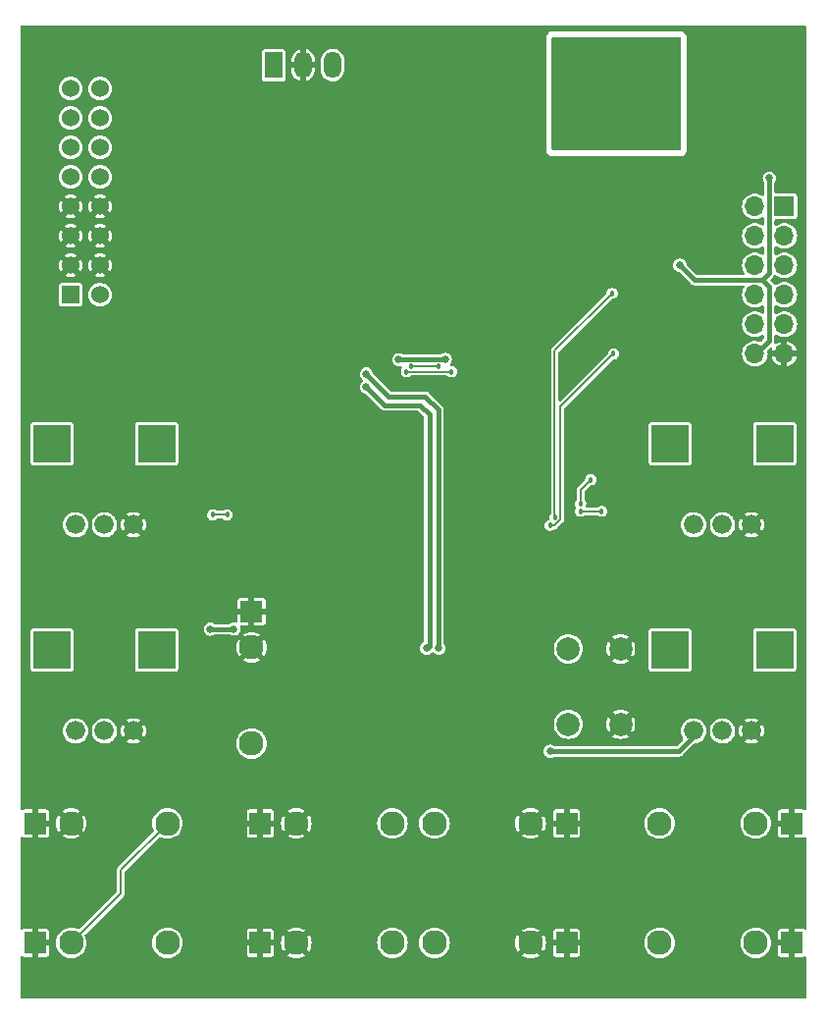
<source format=gbr>
%TF.GenerationSoftware,KiCad,Pcbnew,7.0.6-1.fc38*%
%TF.CreationDate,2023-08-24T19:35:41-07:00*%
%TF.ProjectId,s3gta_back,73336774-615f-4626-9163-6b2e6b696361,rev?*%
%TF.SameCoordinates,Original*%
%TF.FileFunction,Copper,L1,Top*%
%TF.FilePolarity,Positive*%
%FSLAX46Y46*%
G04 Gerber Fmt 4.6, Leading zero omitted, Abs format (unit mm)*
G04 Created by KiCad (PCBNEW 7.0.6-1.fc38) date 2023-08-24 19:35:41*
%MOMM*%
%LPD*%
G01*
G04 APERTURE LIST*
%TA.AperFunction,ComponentPad*%
%ADD10R,1.830000X1.930000*%
%TD*%
%TA.AperFunction,ComponentPad*%
%ADD11C,2.130000*%
%TD*%
%TA.AperFunction,ComponentPad*%
%ADD12C,1.676400*%
%TD*%
%TA.AperFunction,ComponentPad*%
%ADD13R,3.216000X3.216000*%
%TD*%
%TA.AperFunction,ComponentPad*%
%ADD14R,1.930000X1.830000*%
%TD*%
%TA.AperFunction,ComponentPad*%
%ADD15C,2.000000*%
%TD*%
%TA.AperFunction,ComponentPad*%
%ADD16R,1.700000X1.700000*%
%TD*%
%TA.AperFunction,ComponentPad*%
%ADD17O,1.700000X1.700000*%
%TD*%
%TA.AperFunction,ComponentPad*%
%ADD18R,1.500000X2.300000*%
%TD*%
%TA.AperFunction,ComponentPad*%
%ADD19O,1.500000X2.300000*%
%TD*%
%TA.AperFunction,ComponentPad*%
%ADD20R,1.524000X1.524000*%
%TD*%
%TA.AperFunction,ComponentPad*%
%ADD21C,1.524000*%
%TD*%
%TA.AperFunction,ViaPad*%
%ADD22C,0.635000*%
%TD*%
%TA.AperFunction,ViaPad*%
%ADD23C,0.457200*%
%TD*%
%TA.AperFunction,Conductor*%
%ADD24C,0.381000*%
%TD*%
%TA.AperFunction,Conductor*%
%ADD25C,0.152400*%
%TD*%
G04 APERTURE END LIST*
D10*
%TO.P,J4,S*%
%TO.N,GND*%
X149101000Y-147193000D03*
D11*
%TO.P,J4,T*%
%TO.N,Net-(J4-PadT)*%
X137701000Y-147193000D03*
%TO.P,J4,TN*%
%TO.N,GND*%
X146001000Y-147193000D03*
%TD*%
D12*
%TO.P,RV4,1,1*%
%TO.N,-5VA*%
X160060000Y-128920000D03*
%TO.P,RV4,2,2*%
%TO.N,Net-(R9-Pad2)*%
X162560000Y-128920000D03*
%TO.P,RV4,3,3*%
%TO.N,GND*%
X165060000Y-128920000D03*
D13*
%TO.P,RV4,M1*%
%TO.N,N/C*%
X158060000Y-121920000D03*
%TO.P,RV4,M2*%
X167060000Y-121920000D03*
%TD*%
D10*
%TO.P,J9,S*%
%TO.N,GND*%
X168532000Y-136906000D03*
D11*
%TO.P,J9,T*%
%TO.N,Net-(J9-PadT)*%
X157132000Y-136906000D03*
%TO.P,J9,TN*%
%TO.N,unconnected-(J9-PadTN)*%
X165432000Y-136906000D03*
%TD*%
D14*
%TO.P,J11,S*%
%TO.N,GND*%
X121920000Y-118615000D03*
D11*
%TO.P,J11,T*%
%TO.N,Net-(J11-PadT)*%
X121920000Y-130015000D03*
%TO.P,J11,TN*%
%TO.N,GND*%
X121920000Y-121715000D03*
%TD*%
D12*
%TO.P,RV2,1,1*%
%TO.N,-5VA*%
X106720000Y-128920000D03*
%TO.P,RV2,2,2*%
%TO.N,Net-(R5-Pad2)*%
X109220000Y-128920000D03*
%TO.P,RV2,3,3*%
%TO.N,GND*%
X111720000Y-128920000D03*
D13*
%TO.P,RV2,M1*%
%TO.N,N/C*%
X104720000Y-121920000D03*
%TO.P,RV2,M2*%
X113720000Y-121920000D03*
%TD*%
D10*
%TO.P,J2,S*%
%TO.N,GND*%
X122679000Y-147193000D03*
D11*
%TO.P,J2,T*%
%TO.N,Net-(J2-PadT)*%
X134079000Y-147193000D03*
%TO.P,J2,TN*%
%TO.N,GND*%
X125779000Y-147193000D03*
%TD*%
D10*
%TO.P,J1,S*%
%TO.N,GND*%
X122679000Y-136906000D03*
D11*
%TO.P,J1,T*%
%TO.N,Net-(J1-PadT)*%
X134079000Y-136906000D03*
%TO.P,J1,TN*%
%TO.N,GND*%
X125779000Y-136906000D03*
%TD*%
D10*
%TO.P,J7,S*%
%TO.N,GND*%
X103248000Y-147193000D03*
D11*
%TO.P,J7,T*%
%TO.N,Net-(J7-PadT)*%
X114648000Y-147193000D03*
%TO.P,J7,TN*%
%TO.N,Net-(J6-PadT)*%
X106348000Y-147193000D03*
%TD*%
D10*
%TO.P,J10,S*%
%TO.N,GND*%
X168532000Y-147193000D03*
D11*
%TO.P,J10,T*%
%TO.N,Net-(J10-PadT)*%
X157132000Y-147193000D03*
%TO.P,J10,TN*%
%TO.N,unconnected-(J10-PadTN)*%
X165432000Y-147193000D03*
%TD*%
D12*
%TO.P,RV3,1,1*%
%TO.N,-5VA*%
X160060000Y-111140000D03*
%TO.P,RV3,2,2*%
%TO.N,Net-(R7-Pad2)*%
X162560000Y-111140000D03*
%TO.P,RV3,3,3*%
%TO.N,GND*%
X165060000Y-111140000D03*
D13*
%TO.P,RV3,M1*%
%TO.N,N/C*%
X158060000Y-104140000D03*
%TO.P,RV3,M2*%
X167060000Y-104140000D03*
%TD*%
D15*
%TO.P,SW1,1,1*%
%TO.N,/GPIO0*%
X149261000Y-128345000D03*
X149261000Y-121845000D03*
%TO.P,SW1,2,2*%
%TO.N,GND*%
X153761000Y-128345000D03*
X153761000Y-121845000D03*
%TD*%
D16*
%TO.P,J5,1,Pin_1*%
%TO.N,/CV1*%
X167894000Y-83693000D03*
D17*
%TO.P,J5,2,Pin_2*%
%TO.N,/CV2*%
X165354000Y-83693000D03*
%TO.P,J5,3,Pin_3*%
%TO.N,/CV3*%
X167894000Y-86233000D03*
%TO.P,J5,4,Pin_4*%
%TO.N,/CV4*%
X165354000Y-86233000D03*
%TO.P,J5,5,Pin_5*%
%TO.N,/GPIO0*%
X167894000Y-88773000D03*
%TO.P,J5,6,Pin_6*%
%TO.N,/SYNC*%
X165354000Y-88773000D03*
%TO.P,J5,7,Pin_7*%
%TO.N,/out_l*%
X167894000Y-91313000D03*
%TO.P,J5,8,Pin_8*%
%TO.N,/in_l*%
X165354000Y-91313000D03*
%TO.P,J5,9,Pin_9*%
%TO.N,/out_r*%
X167894000Y-93853000D03*
%TO.P,J5,10,Pin_10*%
%TO.N,/in_r*%
X165354000Y-93853000D03*
%TO.P,J5,11,Pin_11*%
%TO.N,GND*%
X167894000Y-96393000D03*
%TO.P,J5,12,Pin_12*%
%TO.N,+3.3V*%
X165354000Y-96393000D03*
%TD*%
D12*
%TO.P,RV1,1,1*%
%TO.N,-5VA*%
X106720000Y-111140000D03*
%TO.P,RV1,2,2*%
%TO.N,Net-(R3-Pad2)*%
X109220000Y-111140000D03*
%TO.P,RV1,3,3*%
%TO.N,GND*%
X111720000Y-111140000D03*
D13*
%TO.P,RV1,M1*%
%TO.N,N/C*%
X104720000Y-104140000D03*
%TO.P,RV1,M2*%
X113720000Y-104140000D03*
%TD*%
D10*
%TO.P,J3,S*%
%TO.N,GND*%
X149101000Y-136906000D03*
D11*
%TO.P,J3,T*%
%TO.N,Net-(J3-PadT)*%
X137701000Y-136906000D03*
%TO.P,J3,TN*%
%TO.N,GND*%
X146001000Y-136906000D03*
%TD*%
D10*
%TO.P,J6,S*%
%TO.N,GND*%
X103248000Y-136906000D03*
D11*
%TO.P,J6,T*%
%TO.N,Net-(J6-PadT)*%
X114648000Y-136906000D03*
%TO.P,J6,TN*%
%TO.N,GND*%
X106348000Y-136906000D03*
%TD*%
D18*
%TO.P,U4,1,IN*%
%TO.N,+12V*%
X123825000Y-71501000D03*
D19*
%TO.P,U4,2,GND*%
%TO.N,GND*%
X126365000Y-71501000D03*
%TO.P,U4,3,OUT*%
%TO.N,+5V*%
X128905000Y-71501000D03*
%TD*%
D20*
%TO.P,J8,1,Pin_1*%
%TO.N,Net-(D1-K)*%
X106299000Y-91313000D03*
D21*
%TO.P,J8,2,Pin_2*%
X108839000Y-91313000D03*
%TO.P,J8,3,Pin_3*%
%TO.N,GND*%
X106299000Y-88773000D03*
%TO.P,J8,4,Pin_4*%
X108839000Y-88773000D03*
%TO.P,J8,5,Pin_5*%
X106299000Y-86233000D03*
%TO.P,J8,6,Pin_6*%
X108839000Y-86233000D03*
%TO.P,J8,7,Pin_7*%
X106299000Y-83693000D03*
%TO.P,J8,8,Pin_8*%
X108839000Y-83693000D03*
%TO.P,J8,9,Pin_9*%
%TO.N,Net-(D2-A)*%
X106299000Y-81153000D03*
%TO.P,J8,10,Pin_10*%
X108839000Y-81153000D03*
%TO.P,J8,11,Pin_11*%
%TO.N,unconnected-(J8-Pin_11-Pad11)*%
X106299000Y-78613000D03*
%TO.P,J8,12,Pin_12*%
%TO.N,unconnected-(J8-Pin_12-Pad12)*%
X108839000Y-78613000D03*
%TO.P,J8,13,Pin_13*%
%TO.N,unconnected-(J8-Pin_13-Pad13)*%
X106299000Y-76073000D03*
%TO.P,J8,14,Pin_14*%
%TO.N,unconnected-(J8-Pin_14-Pad14)*%
X108839000Y-76073000D03*
%TO.P,J8,15,Pin_15*%
%TO.N,unconnected-(J8-Pin_15-Pad15)*%
X106299000Y-73533000D03*
%TO.P,J8,16,Pin_16*%
%TO.N,unconnected-(J8-Pin_16-Pad16)*%
X108839000Y-73533000D03*
%TD*%
D22*
%TO.N,-5VA*%
X118364000Y-120142000D03*
X147701000Y-130683000D03*
X120396000Y-120142000D03*
%TO.N,GND*%
X143002000Y-85598000D03*
X144653000Y-106426000D03*
X159131000Y-82042000D03*
X121158000Y-82931000D03*
X144399000Y-76073000D03*
X143002000Y-96012000D03*
X159131000Y-86995000D03*
X119024400Y-97586800D03*
X141986000Y-72517000D03*
X130302000Y-122428000D03*
X133477000Y-106426000D03*
X159131000Y-83693000D03*
X144780000Y-122428000D03*
X159131000Y-85344000D03*
X121158000Y-89535000D03*
%TO.N,+3.3VA*%
X138633200Y-96901000D03*
X134620000Y-96901000D03*
D23*
%TO.N,/CV1*%
X139178800Y-97942400D03*
X135280400Y-97942400D03*
%TO.N,/CV2*%
X138023600Y-97446600D03*
X135661900Y-97446600D03*
D22*
%TO.N,-12V*%
X137033000Y-121793000D03*
X131826000Y-99263200D03*
%TO.N,+12V*%
X131826000Y-98145600D03*
X138086100Y-121793000D03*
D23*
%TO.N,Net-(C19-Pad2)*%
X148100000Y-110550000D03*
X153035000Y-91186000D03*
%TO.N,Net-(C20-Pad2)*%
X147668700Y-111207024D03*
X153162000Y-96393000D03*
%TO.N,/GPIO0*%
X151193500Y-107251500D03*
X150317200Y-109321600D03*
D22*
%TO.N,+3.3V*%
X158877000Y-88773000D03*
D23*
X152527000Y-70993000D03*
X155067000Y-76581000D03*
X149225000Y-76581000D03*
X152527000Y-76581000D03*
X149225000Y-70993000D03*
X157353000Y-70993000D03*
X157480000Y-76581000D03*
X155067000Y-70993000D03*
D22*
X166599500Y-81255500D03*
D23*
%TO.N,Net-(R5-Pad2)*%
X119811300Y-110286800D03*
X118567700Y-110286800D03*
%TO.N,Net-(R9-Pad2)*%
X152146000Y-109982000D03*
X150317200Y-109982000D03*
%TD*%
D24*
%TO.N,+3.3V*%
X166599500Y-81255500D02*
X166599500Y-89457900D01*
X166599500Y-89457900D02*
X166014400Y-90043000D01*
X166014400Y-90043000D02*
X166624000Y-90652600D01*
X166624000Y-90652600D02*
X166624000Y-90804905D01*
X166624000Y-90804905D02*
X166599500Y-90829405D01*
X166599500Y-90829405D02*
X166599500Y-95274500D01*
X166599500Y-95274500D02*
X165481000Y-96393000D01*
X166014400Y-90043000D02*
X160147000Y-90043000D01*
X160147000Y-90043000D02*
X158877000Y-88773000D01*
%TO.N,-5VA*%
X158797000Y-130683000D02*
X160060000Y-129420000D01*
X147701000Y-130683000D02*
X158797000Y-130683000D01*
X118364000Y-120142000D02*
X120396000Y-120142000D01*
%TO.N,+3.3VA*%
X138633200Y-96901000D02*
X134620000Y-96901000D01*
D25*
%TO.N,/CV1*%
X139178800Y-97942400D02*
X135280400Y-97942400D01*
%TO.N,/CV2*%
X138011400Y-97434400D02*
X138023600Y-97446600D01*
X135674100Y-97434400D02*
X138011400Y-97434400D01*
X135661900Y-97446600D02*
X135674100Y-97434400D01*
D24*
%TO.N,-12V*%
X136448800Y-100838000D02*
X137261600Y-101650800D01*
X131826000Y-99263200D02*
X133400800Y-100838000D01*
X137261600Y-101650800D02*
X137261600Y-121564400D01*
X133400800Y-100838000D02*
X136448800Y-100838000D01*
X137261600Y-121564400D02*
X137033000Y-121793000D01*
%TO.N,+12V*%
X136906000Y-100076000D02*
X138049000Y-101219000D01*
X138049000Y-101219000D02*
X138049000Y-121793000D01*
X131826000Y-98145600D02*
X133756400Y-100076000D01*
X133756400Y-100076000D02*
X136906000Y-100076000D01*
D25*
%TO.N,Net-(C19-Pad2)*%
X148082000Y-96139000D02*
X148082000Y-110532000D01*
X153035000Y-91186000D02*
X148082000Y-96139000D01*
X148082000Y-110532000D02*
X148100000Y-110550000D01*
%TO.N,Net-(C20-Pad2)*%
X148053634Y-111207024D02*
X147668700Y-111207024D01*
X148590000Y-100965000D02*
X148590000Y-110670658D01*
X148590000Y-110670658D02*
X148053634Y-111207024D01*
X153162000Y-96393000D02*
X148590000Y-100965000D01*
%TO.N,/GPIO0*%
X150317200Y-108127800D02*
X151193500Y-107251500D01*
X150317200Y-109321600D02*
X150317200Y-108127800D01*
%TO.N,Net-(J6-PadT)*%
X110617000Y-142924000D02*
X110617000Y-140937000D01*
X110617000Y-140937000D02*
X114648000Y-136906000D01*
X106348000Y-147193000D02*
X110617000Y-142924000D01*
%TO.N,Net-(R5-Pad2)*%
X118567700Y-110286800D02*
X119811300Y-110286800D01*
%TO.N,Net-(R9-Pad2)*%
X152146000Y-109982000D02*
X150317200Y-109982000D01*
%TD*%
%TA.AperFunction,Conductor*%
%TO.N,+3.3V*%
G36*
X158947039Y-69107685D02*
G01*
X158992794Y-69160489D01*
X159004000Y-69212000D01*
X159004000Y-78743000D01*
X158984315Y-78810039D01*
X158931511Y-78855794D01*
X158880000Y-78867000D01*
X147952000Y-78867000D01*
X147884961Y-78847315D01*
X147839206Y-78794511D01*
X147828000Y-78743000D01*
X147828000Y-69212000D01*
X147847685Y-69144961D01*
X147900489Y-69099206D01*
X147952000Y-69088000D01*
X158880000Y-69088000D01*
X158947039Y-69107685D01*
G37*
%TD.AperFunction*%
%TD*%
%TA.AperFunction,Conductor*%
%TO.N,GND*%
G36*
X169741121Y-68092002D02*
G01*
X169787614Y-68145658D01*
X169799000Y-68198000D01*
X169799000Y-135634985D01*
X169778998Y-135703106D01*
X169725342Y-135749599D01*
X169655068Y-135759703D01*
X169602999Y-135739751D01*
X169546105Y-135701736D01*
X169472022Y-135687000D01*
X168786000Y-135687000D01*
X168786000Y-136349534D01*
X168758341Y-136334329D01*
X168609061Y-136296000D01*
X168493625Y-136296000D01*
X168379094Y-136310469D01*
X168278000Y-136350494D01*
X168278000Y-135687000D01*
X167591986Y-135687000D01*
X167591976Y-135687001D01*
X167517894Y-135701737D01*
X167517892Y-135701737D01*
X167433875Y-135757875D01*
X167377737Y-135841893D01*
X167377736Y-135841894D01*
X167363000Y-135915977D01*
X167362999Y-135915984D01*
X167363000Y-136652000D01*
X167977362Y-136652000D01*
X167947245Y-136716002D01*
X167918365Y-136867393D01*
X167928043Y-137021211D01*
X167973138Y-137160000D01*
X167363001Y-137160000D01*
X167363001Y-137896022D01*
X167377737Y-137970105D01*
X167377737Y-137970107D01*
X167433875Y-138054124D01*
X167517893Y-138110262D01*
X167517894Y-138110263D01*
X167591980Y-138124999D01*
X168278000Y-138124999D01*
X168278000Y-137462465D01*
X168305659Y-137477671D01*
X168454939Y-137516000D01*
X168570375Y-137516000D01*
X168684906Y-137501531D01*
X168786000Y-137461505D01*
X168786000Y-138124999D01*
X169472014Y-138124999D01*
X169472022Y-138124998D01*
X169546105Y-138110262D01*
X169546106Y-138110262D01*
X169602998Y-138072249D01*
X169670751Y-138051034D01*
X169739218Y-138069817D01*
X169786661Y-138122634D01*
X169799000Y-138177014D01*
X169799000Y-145921985D01*
X169778998Y-145990106D01*
X169725342Y-146036599D01*
X169655068Y-146046703D01*
X169602999Y-146026751D01*
X169546105Y-145988736D01*
X169472022Y-145974000D01*
X168786000Y-145974000D01*
X168786000Y-146636534D01*
X168758341Y-146621329D01*
X168609061Y-146583000D01*
X168493625Y-146583000D01*
X168379094Y-146597469D01*
X168278000Y-146637494D01*
X168278000Y-145974000D01*
X167591986Y-145974000D01*
X167591976Y-145974001D01*
X167517894Y-145988737D01*
X167517892Y-145988737D01*
X167433875Y-146044875D01*
X167377737Y-146128893D01*
X167377736Y-146128894D01*
X167363000Y-146202977D01*
X167362999Y-146202984D01*
X167363000Y-146939000D01*
X167977362Y-146939000D01*
X167947245Y-147003002D01*
X167918365Y-147154393D01*
X167928043Y-147308211D01*
X167973138Y-147447000D01*
X167363001Y-147447000D01*
X167363001Y-148183022D01*
X167377737Y-148257105D01*
X167377737Y-148257107D01*
X167433875Y-148341124D01*
X167517893Y-148397262D01*
X167517894Y-148397263D01*
X167591980Y-148411999D01*
X168278000Y-148411999D01*
X168278000Y-147749465D01*
X168305659Y-147764671D01*
X168454939Y-147803000D01*
X168570375Y-147803000D01*
X168684906Y-147788531D01*
X168786000Y-147748505D01*
X168786000Y-148411999D01*
X169472014Y-148411999D01*
X169472022Y-148411998D01*
X169546105Y-148397262D01*
X169546106Y-148397262D01*
X169602998Y-148359249D01*
X169670751Y-148338034D01*
X169739218Y-148356817D01*
X169786661Y-148409634D01*
X169799000Y-148464014D01*
X169799000Y-151893000D01*
X169778998Y-151961121D01*
X169725342Y-152007614D01*
X169673000Y-152019000D01*
X102107000Y-152019000D01*
X102038879Y-151998998D01*
X101992386Y-151945342D01*
X101981000Y-151893000D01*
X101981000Y-148464014D01*
X102001002Y-148395893D01*
X102054658Y-148349400D01*
X102124932Y-148339296D01*
X102177002Y-148359249D01*
X102233893Y-148397262D01*
X102233894Y-148397263D01*
X102307980Y-148411999D01*
X102994000Y-148411999D01*
X102994000Y-147749465D01*
X103021659Y-147764671D01*
X103170939Y-147803000D01*
X103286375Y-147803000D01*
X103400906Y-147788531D01*
X103502000Y-147748505D01*
X103502000Y-148411999D01*
X104188014Y-148411999D01*
X104188022Y-148411998D01*
X104262105Y-148397262D01*
X104262107Y-148397262D01*
X104346124Y-148341124D01*
X104402262Y-148257106D01*
X104402263Y-148257105D01*
X104416999Y-148183022D01*
X104417000Y-148183015D01*
X104417000Y-147447000D01*
X103802638Y-147447000D01*
X103832755Y-147382998D01*
X103861635Y-147231607D01*
X103859206Y-147193000D01*
X105023460Y-147193000D01*
X105031003Y-147279210D01*
X105043583Y-147423003D01*
X105103339Y-147646016D01*
X105103341Y-147646022D01*
X105200916Y-147855273D01*
X105333338Y-148044393D01*
X105333347Y-148044403D01*
X105496596Y-148207652D01*
X105496606Y-148207661D01*
X105685726Y-148340083D01*
X105685729Y-148340084D01*
X105685730Y-148340085D01*
X105894981Y-148437660D01*
X106117996Y-148497417D01*
X106348000Y-148517540D01*
X106578004Y-148497417D01*
X106801019Y-148437660D01*
X107010270Y-148340085D01*
X107010273Y-148340083D01*
X107199393Y-148207661D01*
X107199395Y-148207658D01*
X107199398Y-148207657D01*
X107362657Y-148044398D01*
X107461665Y-147903000D01*
X107495083Y-147855273D01*
X107495083Y-147855272D01*
X107495085Y-147855270D01*
X107592660Y-147646019D01*
X107652417Y-147423004D01*
X107672540Y-147193000D01*
X113323460Y-147193000D01*
X113331002Y-147279210D01*
X113343583Y-147423003D01*
X113403339Y-147646016D01*
X113403341Y-147646022D01*
X113500916Y-147855273D01*
X113633338Y-148044393D01*
X113633347Y-148044403D01*
X113796596Y-148207652D01*
X113796606Y-148207661D01*
X113985726Y-148340083D01*
X113985729Y-148340084D01*
X113985730Y-148340085D01*
X114194981Y-148437660D01*
X114417996Y-148497417D01*
X114648000Y-148517540D01*
X114878004Y-148497417D01*
X115101019Y-148437660D01*
X115310270Y-148340085D01*
X115310273Y-148340083D01*
X115499393Y-148207661D01*
X115499395Y-148207658D01*
X115499398Y-148207657D01*
X115662657Y-148044398D01*
X115761665Y-147903000D01*
X115795083Y-147855273D01*
X115795083Y-147855272D01*
X115795085Y-147855270D01*
X115892660Y-147646019D01*
X115952417Y-147423004D01*
X115972540Y-147193000D01*
X115952417Y-146962996D01*
X115945987Y-146939000D01*
X121510000Y-146939000D01*
X122124362Y-146939000D01*
X122094245Y-147003002D01*
X122065365Y-147154393D01*
X122075043Y-147308211D01*
X122120138Y-147447000D01*
X121510001Y-147447000D01*
X121510001Y-148183022D01*
X121524737Y-148257105D01*
X121524737Y-148257107D01*
X121580875Y-148341124D01*
X121664893Y-148397262D01*
X121664894Y-148397263D01*
X121738980Y-148411999D01*
X122424999Y-148411999D01*
X122424999Y-147749465D01*
X122452659Y-147764671D01*
X122601939Y-147803000D01*
X122717375Y-147803000D01*
X122831906Y-147788531D01*
X122933000Y-147748505D01*
X122933000Y-148411999D01*
X123619014Y-148411999D01*
X123619022Y-148411998D01*
X123693105Y-148397262D01*
X123693107Y-148397262D01*
X123777124Y-148341124D01*
X123833262Y-148257106D01*
X123833263Y-148257105D01*
X123847999Y-148183022D01*
X123848000Y-148183015D01*
X123848000Y-147447000D01*
X123233638Y-147447000D01*
X123263755Y-147382998D01*
X123292635Y-147231607D01*
X123290206Y-147192999D01*
X124454962Y-147192999D01*
X124475077Y-147422920D01*
X124534810Y-147645845D01*
X124534812Y-147645851D01*
X124632349Y-147855019D01*
X124684001Y-147928786D01*
X124684002Y-147928786D01*
X125129505Y-147483282D01*
X125190390Y-147599288D01*
X125304725Y-147728346D01*
X125446623Y-147826291D01*
X125488888Y-147842320D01*
X125043212Y-148287996D01*
X125043212Y-148287997D01*
X125116982Y-148339651D01*
X125116981Y-148339651D01*
X125326148Y-148437187D01*
X125326154Y-148437189D01*
X125549079Y-148496922D01*
X125779000Y-148517037D01*
X126008920Y-148496922D01*
X126231845Y-148437189D01*
X126231851Y-148437187D01*
X126441015Y-148339652D01*
X126514786Y-148287996D01*
X126514786Y-148287995D01*
X126069111Y-147842320D01*
X126111377Y-147826291D01*
X126253275Y-147728346D01*
X126367610Y-147599288D01*
X126428493Y-147483285D01*
X126873995Y-147928786D01*
X126873996Y-147928786D01*
X126925652Y-147855015D01*
X127023187Y-147645851D01*
X127023189Y-147645845D01*
X127082922Y-147422920D01*
X127103037Y-147193000D01*
X132754460Y-147193000D01*
X132762002Y-147279210D01*
X132774583Y-147423003D01*
X132834339Y-147646016D01*
X132834341Y-147646022D01*
X132931916Y-147855273D01*
X133064338Y-148044393D01*
X133064347Y-148044403D01*
X133227596Y-148207652D01*
X133227606Y-148207661D01*
X133416726Y-148340083D01*
X133416729Y-148340084D01*
X133416730Y-148340085D01*
X133625981Y-148437660D01*
X133848996Y-148497417D01*
X134079000Y-148517540D01*
X134309004Y-148497417D01*
X134532019Y-148437660D01*
X134741270Y-148340085D01*
X134741273Y-148340083D01*
X134930393Y-148207661D01*
X134930395Y-148207658D01*
X134930398Y-148207657D01*
X135093657Y-148044398D01*
X135192665Y-147903000D01*
X135226083Y-147855273D01*
X135226083Y-147855272D01*
X135226085Y-147855270D01*
X135323660Y-147646019D01*
X135383417Y-147423004D01*
X135403540Y-147193000D01*
X136376460Y-147193000D01*
X136384003Y-147279210D01*
X136396583Y-147423003D01*
X136456339Y-147646016D01*
X136456341Y-147646022D01*
X136553916Y-147855273D01*
X136686338Y-148044393D01*
X136686347Y-148044403D01*
X136849596Y-148207652D01*
X136849606Y-148207661D01*
X137038726Y-148340083D01*
X137038729Y-148340084D01*
X137038730Y-148340085D01*
X137247981Y-148437660D01*
X137470996Y-148497417D01*
X137701000Y-148517540D01*
X137931004Y-148497417D01*
X138154019Y-148437660D01*
X138363270Y-148340085D01*
X138363273Y-148340083D01*
X138552393Y-148207661D01*
X138552395Y-148207658D01*
X138552398Y-148207657D01*
X138715657Y-148044398D01*
X138814665Y-147903000D01*
X138848083Y-147855273D01*
X138848083Y-147855272D01*
X138848085Y-147855270D01*
X138945660Y-147646019D01*
X139005417Y-147423004D01*
X139025540Y-147193000D01*
X139025540Y-147192999D01*
X144676962Y-147192999D01*
X144697077Y-147422920D01*
X144756810Y-147645845D01*
X144756812Y-147645851D01*
X144854349Y-147855019D01*
X144906001Y-147928786D01*
X144906002Y-147928786D01*
X145351505Y-147483282D01*
X145412390Y-147599288D01*
X145526725Y-147728346D01*
X145668623Y-147826291D01*
X145710888Y-147842320D01*
X145265212Y-148287996D01*
X145265212Y-148287997D01*
X145338982Y-148339651D01*
X145338981Y-148339651D01*
X145548148Y-148437187D01*
X145548154Y-148437189D01*
X145771079Y-148496922D01*
X146000999Y-148517037D01*
X146230920Y-148496922D01*
X146453845Y-148437189D01*
X146453851Y-148437187D01*
X146663015Y-148339652D01*
X146736786Y-148287996D01*
X146736786Y-148287995D01*
X146291111Y-147842320D01*
X146333377Y-147826291D01*
X146475275Y-147728346D01*
X146589610Y-147599288D01*
X146650493Y-147483284D01*
X147095995Y-147928786D01*
X147095996Y-147928786D01*
X147147652Y-147855015D01*
X147245187Y-147645851D01*
X147245189Y-147645845D01*
X147304922Y-147422920D01*
X147325037Y-147193000D01*
X147304922Y-146963079D01*
X147298470Y-146939000D01*
X147932000Y-146939000D01*
X148546362Y-146939000D01*
X148516245Y-147003002D01*
X148487365Y-147154393D01*
X148497043Y-147308211D01*
X148542138Y-147447000D01*
X147932001Y-147447000D01*
X147932001Y-148183022D01*
X147946737Y-148257105D01*
X147946737Y-148257107D01*
X148002875Y-148341124D01*
X148086893Y-148397262D01*
X148086894Y-148397263D01*
X148160980Y-148411999D01*
X148847000Y-148411999D01*
X148847000Y-147749465D01*
X148874659Y-147764671D01*
X149023939Y-147803000D01*
X149139375Y-147803000D01*
X149253906Y-147788531D01*
X149355000Y-147748505D01*
X149355000Y-148411999D01*
X150041014Y-148411999D01*
X150041022Y-148411998D01*
X150115105Y-148397262D01*
X150115107Y-148397262D01*
X150199124Y-148341124D01*
X150255262Y-148257106D01*
X150255263Y-148257105D01*
X150269999Y-148183022D01*
X150270000Y-148183015D01*
X150270000Y-147447000D01*
X149655638Y-147447000D01*
X149685755Y-147382998D01*
X149714635Y-147231607D01*
X149712206Y-147193000D01*
X155807460Y-147193000D01*
X155815002Y-147279210D01*
X155827583Y-147423003D01*
X155887339Y-147646016D01*
X155887341Y-147646022D01*
X155984916Y-147855273D01*
X156117338Y-148044393D01*
X156117347Y-148044403D01*
X156280596Y-148207652D01*
X156280606Y-148207661D01*
X156469726Y-148340083D01*
X156469729Y-148340084D01*
X156469730Y-148340085D01*
X156678981Y-148437660D01*
X156901996Y-148497417D01*
X157132000Y-148517540D01*
X157362004Y-148497417D01*
X157585019Y-148437660D01*
X157794270Y-148340085D01*
X157794273Y-148340083D01*
X157983393Y-148207661D01*
X157983395Y-148207658D01*
X157983398Y-148207657D01*
X158146657Y-148044398D01*
X158245665Y-147903000D01*
X158279083Y-147855273D01*
X158279083Y-147855272D01*
X158279085Y-147855270D01*
X158376660Y-147646019D01*
X158436417Y-147423004D01*
X158456540Y-147193000D01*
X164107460Y-147193000D01*
X164115003Y-147279210D01*
X164127583Y-147423003D01*
X164187339Y-147646016D01*
X164187341Y-147646022D01*
X164284916Y-147855273D01*
X164417338Y-148044393D01*
X164417347Y-148044403D01*
X164580596Y-148207652D01*
X164580606Y-148207661D01*
X164769726Y-148340083D01*
X164769729Y-148340084D01*
X164769730Y-148340085D01*
X164978981Y-148437660D01*
X165201996Y-148497417D01*
X165432000Y-148517540D01*
X165662004Y-148497417D01*
X165885019Y-148437660D01*
X166094270Y-148340085D01*
X166094273Y-148340083D01*
X166283393Y-148207661D01*
X166283395Y-148207658D01*
X166283398Y-148207657D01*
X166446657Y-148044398D01*
X166545665Y-147903000D01*
X166579083Y-147855273D01*
X166579083Y-147855272D01*
X166579085Y-147855270D01*
X166676660Y-147646019D01*
X166736417Y-147423004D01*
X166756540Y-147193000D01*
X166736417Y-146962996D01*
X166676660Y-146739981D01*
X166579085Y-146530730D01*
X166579084Y-146530729D01*
X166579083Y-146530726D01*
X166446661Y-146341606D01*
X166446652Y-146341596D01*
X166283403Y-146178347D01*
X166283393Y-146178338D01*
X166094273Y-146045916D01*
X165885022Y-145948341D01*
X165885016Y-145948339D01*
X165786661Y-145921985D01*
X165662004Y-145888583D01*
X165432000Y-145868460D01*
X165431999Y-145868460D01*
X165201996Y-145888583D01*
X164978983Y-145948339D01*
X164978977Y-145948341D01*
X164769726Y-146045916D01*
X164580606Y-146178338D01*
X164580596Y-146178347D01*
X164417347Y-146341596D01*
X164417338Y-146341606D01*
X164284916Y-146530726D01*
X164187341Y-146739977D01*
X164187339Y-146739983D01*
X164186050Y-146744795D01*
X164127583Y-146962996D01*
X164107460Y-147193000D01*
X158456540Y-147193000D01*
X158436417Y-146962996D01*
X158376660Y-146739981D01*
X158279085Y-146530730D01*
X158279084Y-146530729D01*
X158279083Y-146530726D01*
X158146661Y-146341606D01*
X158146652Y-146341596D01*
X157983403Y-146178347D01*
X157983393Y-146178338D01*
X157794273Y-146045916D01*
X157585022Y-145948341D01*
X157585016Y-145948339D01*
X157486661Y-145921985D01*
X157362004Y-145888583D01*
X157132000Y-145868460D01*
X156901996Y-145888583D01*
X156678983Y-145948339D01*
X156678977Y-145948341D01*
X156469726Y-146045916D01*
X156280606Y-146178338D01*
X156280596Y-146178347D01*
X156117347Y-146341596D01*
X156117338Y-146341606D01*
X155984916Y-146530726D01*
X155887341Y-146739977D01*
X155887339Y-146739983D01*
X155886050Y-146744795D01*
X155827583Y-146962996D01*
X155807460Y-147193000D01*
X149712206Y-147193000D01*
X149704957Y-147077789D01*
X149659862Y-146939000D01*
X150269999Y-146939000D01*
X150269999Y-146202986D01*
X150269998Y-146202977D01*
X150255262Y-146128894D01*
X150255262Y-146128892D01*
X150199124Y-146044875D01*
X150115106Y-145988737D01*
X150115105Y-145988736D01*
X150041022Y-145974000D01*
X149355000Y-145974000D01*
X149355000Y-146636534D01*
X149327341Y-146621329D01*
X149178061Y-146583000D01*
X149062625Y-146583000D01*
X148948094Y-146597469D01*
X148847000Y-146637494D01*
X148847000Y-145974000D01*
X148160986Y-145974000D01*
X148160976Y-145974001D01*
X148086894Y-145988737D01*
X148086892Y-145988737D01*
X148002875Y-146044875D01*
X147946737Y-146128893D01*
X147946736Y-146128894D01*
X147932000Y-146202977D01*
X147932000Y-146939000D01*
X147298470Y-146939000D01*
X147245189Y-146740154D01*
X147245187Y-146740148D01*
X147147651Y-146530981D01*
X147095996Y-146457212D01*
X146650493Y-146902714D01*
X146589610Y-146786712D01*
X146475275Y-146657654D01*
X146333377Y-146559709D01*
X146291109Y-146543678D01*
X146736786Y-146098002D01*
X146736786Y-146098001D01*
X146663019Y-146046349D01*
X146453851Y-145948812D01*
X146453845Y-145948810D01*
X146230920Y-145889077D01*
X146000999Y-145868962D01*
X145771079Y-145889077D01*
X145548154Y-145948810D01*
X145548148Y-145948812D01*
X145338977Y-146046350D01*
X145265212Y-146098000D01*
X145265212Y-146098001D01*
X145710889Y-146543679D01*
X145668623Y-146559709D01*
X145526725Y-146657654D01*
X145412390Y-146786712D01*
X145351505Y-146902715D01*
X144906001Y-146457212D01*
X144906000Y-146457212D01*
X144854350Y-146530977D01*
X144756812Y-146740148D01*
X144756810Y-146740154D01*
X144697077Y-146963079D01*
X144676962Y-147192999D01*
X139025540Y-147192999D01*
X139005417Y-146962996D01*
X138945660Y-146739981D01*
X138848085Y-146530730D01*
X138848084Y-146530729D01*
X138848083Y-146530726D01*
X138715661Y-146341606D01*
X138715652Y-146341596D01*
X138552403Y-146178347D01*
X138552393Y-146178338D01*
X138363273Y-146045916D01*
X138154022Y-145948341D01*
X138154016Y-145948339D01*
X138055661Y-145921985D01*
X137931004Y-145888583D01*
X137701000Y-145868460D01*
X137470996Y-145888583D01*
X137247983Y-145948339D01*
X137247977Y-145948341D01*
X137038726Y-146045916D01*
X136849606Y-146178338D01*
X136849596Y-146178347D01*
X136686347Y-146341596D01*
X136686338Y-146341606D01*
X136553916Y-146530726D01*
X136456341Y-146739977D01*
X136456339Y-146739983D01*
X136455050Y-146744795D01*
X136396583Y-146962996D01*
X136376460Y-147193000D01*
X135403540Y-147193000D01*
X135383417Y-146962996D01*
X135323660Y-146739981D01*
X135226085Y-146530730D01*
X135226084Y-146530729D01*
X135226083Y-146530726D01*
X135093661Y-146341606D01*
X135093652Y-146341596D01*
X134930403Y-146178347D01*
X134930393Y-146178338D01*
X134741273Y-146045916D01*
X134532022Y-145948341D01*
X134532016Y-145948339D01*
X134433661Y-145921985D01*
X134309004Y-145888583D01*
X134079000Y-145868460D01*
X134078999Y-145868460D01*
X133848996Y-145888583D01*
X133625983Y-145948339D01*
X133625977Y-145948341D01*
X133416726Y-146045916D01*
X133227606Y-146178338D01*
X133227596Y-146178347D01*
X133064347Y-146341596D01*
X133064338Y-146341606D01*
X132931916Y-146530726D01*
X132834341Y-146739977D01*
X132834339Y-146739983D01*
X132833050Y-146744795D01*
X132774583Y-146962996D01*
X132754460Y-147193000D01*
X127103037Y-147193000D01*
X127082922Y-146963079D01*
X127023189Y-146740154D01*
X127023187Y-146740148D01*
X126925651Y-146530981D01*
X126873996Y-146457212D01*
X126428493Y-146902714D01*
X126367610Y-146786712D01*
X126253275Y-146657654D01*
X126111377Y-146559709D01*
X126069109Y-146543678D01*
X126514786Y-146098002D01*
X126514786Y-146098001D01*
X126441019Y-146046349D01*
X126231851Y-145948812D01*
X126231845Y-145948810D01*
X126008920Y-145889077D01*
X125778999Y-145868962D01*
X125549079Y-145889077D01*
X125326154Y-145948810D01*
X125326148Y-145948812D01*
X125116977Y-146046350D01*
X125043212Y-146098000D01*
X125043212Y-146098001D01*
X125488889Y-146543679D01*
X125446623Y-146559709D01*
X125304725Y-146657654D01*
X125190390Y-146786712D01*
X125129505Y-146902715D01*
X124684001Y-146457212D01*
X124684000Y-146457212D01*
X124632350Y-146530977D01*
X124534812Y-146740148D01*
X124534810Y-146740154D01*
X124475077Y-146963079D01*
X124454962Y-147192999D01*
X123290206Y-147192999D01*
X123282957Y-147077789D01*
X123237862Y-146939000D01*
X123847999Y-146939000D01*
X123847999Y-146202986D01*
X123847998Y-146202977D01*
X123833262Y-146128894D01*
X123833262Y-146128892D01*
X123777124Y-146044875D01*
X123693106Y-145988737D01*
X123693105Y-145988736D01*
X123619022Y-145974000D01*
X122933000Y-145974000D01*
X122933000Y-146636534D01*
X122905341Y-146621329D01*
X122756061Y-146583000D01*
X122640625Y-146583000D01*
X122526094Y-146597469D01*
X122424999Y-146637495D01*
X122424999Y-145974000D01*
X121738986Y-145974000D01*
X121738976Y-145974001D01*
X121664894Y-145988737D01*
X121664892Y-145988737D01*
X121580875Y-146044875D01*
X121524737Y-146128893D01*
X121524736Y-146128894D01*
X121510000Y-146202977D01*
X121510000Y-146939000D01*
X115945987Y-146939000D01*
X115892660Y-146739981D01*
X115795085Y-146530730D01*
X115795084Y-146530729D01*
X115795083Y-146530726D01*
X115662661Y-146341606D01*
X115662652Y-146341596D01*
X115499403Y-146178347D01*
X115499393Y-146178338D01*
X115310273Y-146045916D01*
X115101022Y-145948341D01*
X115101016Y-145948339D01*
X115002661Y-145921985D01*
X114878004Y-145888583D01*
X114648000Y-145868460D01*
X114417996Y-145888583D01*
X114194983Y-145948339D01*
X114194977Y-145948341D01*
X113985726Y-146045916D01*
X113796606Y-146178338D01*
X113796596Y-146178347D01*
X113633347Y-146341596D01*
X113633338Y-146341606D01*
X113500916Y-146530726D01*
X113403341Y-146739977D01*
X113403339Y-146739983D01*
X113402050Y-146744795D01*
X113343583Y-146962996D01*
X113323460Y-147193000D01*
X107672540Y-147193000D01*
X107652417Y-146962996D01*
X107592660Y-146739981D01*
X107526919Y-146598999D01*
X107516259Y-146528812D01*
X107545239Y-146463999D01*
X107552007Y-146456671D01*
X110838701Y-143169978D01*
X110842734Y-143166284D01*
X110874239Y-143139849D01*
X110894803Y-143104230D01*
X110897744Y-143099614D01*
X110921340Y-143065916D01*
X110921340Y-143065913D01*
X110923652Y-143060958D01*
X110930678Y-143043995D01*
X110932547Y-143038857D01*
X110932551Y-143038851D01*
X110939694Y-142998331D01*
X110940873Y-142993010D01*
X110951524Y-142953267D01*
X110949511Y-142930263D01*
X110947940Y-142912292D01*
X110947700Y-142906800D01*
X110947700Y-141126169D01*
X110967702Y-141058048D01*
X110984600Y-141037079D01*
X113911660Y-138110018D01*
X113973970Y-138075994D01*
X114044785Y-138081059D01*
X114053979Y-138084910D01*
X114194981Y-138150660D01*
X114417996Y-138210417D01*
X114648000Y-138230540D01*
X114878004Y-138210417D01*
X115101019Y-138150660D01*
X115310270Y-138053085D01*
X115310273Y-138053083D01*
X115499393Y-137920661D01*
X115499395Y-137920658D01*
X115499398Y-137920657D01*
X115662657Y-137757398D01*
X115748361Y-137635000D01*
X115795083Y-137568273D01*
X115795083Y-137568272D01*
X115795085Y-137568270D01*
X115892660Y-137359019D01*
X115952417Y-137136004D01*
X115972540Y-136906000D01*
X115952417Y-136675996D01*
X115945987Y-136652000D01*
X121510000Y-136652000D01*
X122124362Y-136652000D01*
X122094245Y-136716002D01*
X122065365Y-136867393D01*
X122075043Y-137021211D01*
X122120138Y-137160000D01*
X121510001Y-137160000D01*
X121510001Y-137896022D01*
X121524737Y-137970105D01*
X121524737Y-137970107D01*
X121580875Y-138054124D01*
X121664893Y-138110262D01*
X121664894Y-138110263D01*
X121738980Y-138124999D01*
X122424999Y-138124999D01*
X122424999Y-137462465D01*
X122452659Y-137477671D01*
X122601939Y-137516000D01*
X122717375Y-137516000D01*
X122831906Y-137501531D01*
X122933000Y-137461505D01*
X122933000Y-138124999D01*
X123619014Y-138124999D01*
X123619022Y-138124998D01*
X123693105Y-138110262D01*
X123693107Y-138110262D01*
X123777124Y-138054124D01*
X123833262Y-137970106D01*
X123833263Y-137970105D01*
X123847999Y-137896022D01*
X123848000Y-137896015D01*
X123848000Y-137160000D01*
X123233638Y-137160000D01*
X123263755Y-137095998D01*
X123292635Y-136944607D01*
X123290206Y-136906000D01*
X124454962Y-136906000D01*
X124475077Y-137135920D01*
X124534810Y-137358845D01*
X124534812Y-137358851D01*
X124632349Y-137568019D01*
X124684001Y-137641786D01*
X124684003Y-137641786D01*
X125129505Y-137196283D01*
X125190390Y-137312288D01*
X125304725Y-137441346D01*
X125446623Y-137539291D01*
X125488888Y-137555320D01*
X125043212Y-138000996D01*
X125043212Y-138000997D01*
X125116982Y-138052651D01*
X125116981Y-138052651D01*
X125326148Y-138150187D01*
X125326154Y-138150189D01*
X125549079Y-138209922D01*
X125779000Y-138230037D01*
X126008920Y-138209922D01*
X126231845Y-138150189D01*
X126231851Y-138150187D01*
X126441015Y-138052652D01*
X126514786Y-138000996D01*
X126514786Y-138000995D01*
X126069111Y-137555320D01*
X126111377Y-137539291D01*
X126253275Y-137441346D01*
X126367610Y-137312288D01*
X126428494Y-137196284D01*
X126873996Y-137641786D01*
X126925652Y-137568015D01*
X127023187Y-137358851D01*
X127023189Y-137358845D01*
X127082922Y-137135920D01*
X127103037Y-136906000D01*
X132754460Y-136906000D01*
X132762002Y-136992210D01*
X132774583Y-137136003D01*
X132834339Y-137359016D01*
X132834341Y-137359022D01*
X132931916Y-137568273D01*
X133064338Y-137757393D01*
X133064347Y-137757403D01*
X133227596Y-137920652D01*
X133227606Y-137920661D01*
X133416726Y-138053083D01*
X133416729Y-138053084D01*
X133416730Y-138053085D01*
X133625981Y-138150660D01*
X133848996Y-138210417D01*
X134079000Y-138230540D01*
X134309004Y-138210417D01*
X134532019Y-138150660D01*
X134741270Y-138053085D01*
X134741273Y-138053083D01*
X134930393Y-137920661D01*
X134930395Y-137920658D01*
X134930398Y-137920657D01*
X135093657Y-137757398D01*
X135179361Y-137635000D01*
X135226083Y-137568273D01*
X135226083Y-137568272D01*
X135226085Y-137568270D01*
X135323660Y-137359019D01*
X135383417Y-137136004D01*
X135403540Y-136906000D01*
X136376460Y-136906000D01*
X136384002Y-136992210D01*
X136396583Y-137136003D01*
X136456339Y-137359016D01*
X136456341Y-137359022D01*
X136553916Y-137568273D01*
X136686338Y-137757393D01*
X136686347Y-137757403D01*
X136849596Y-137920652D01*
X136849606Y-137920661D01*
X137038726Y-138053083D01*
X137038729Y-138053084D01*
X137038730Y-138053085D01*
X137247981Y-138150660D01*
X137470996Y-138210417D01*
X137701000Y-138230540D01*
X137931004Y-138210417D01*
X138154019Y-138150660D01*
X138363270Y-138053085D01*
X138363273Y-138053083D01*
X138552393Y-137920661D01*
X138552395Y-137920658D01*
X138552398Y-137920657D01*
X138715657Y-137757398D01*
X138801361Y-137635000D01*
X138848083Y-137568273D01*
X138848083Y-137568272D01*
X138848085Y-137568270D01*
X138945660Y-137359019D01*
X139005417Y-137136004D01*
X139025540Y-136906000D01*
X144676962Y-136906000D01*
X144697077Y-137135920D01*
X144756810Y-137358845D01*
X144756812Y-137358851D01*
X144854349Y-137568019D01*
X144906001Y-137641786D01*
X144906002Y-137641786D01*
X145351505Y-137196282D01*
X145412390Y-137312288D01*
X145526725Y-137441346D01*
X145668623Y-137539291D01*
X145710888Y-137555320D01*
X145265212Y-138000996D01*
X145265212Y-138000997D01*
X145338982Y-138052651D01*
X145338981Y-138052651D01*
X145548148Y-138150187D01*
X145548154Y-138150189D01*
X145771079Y-138209922D01*
X146000999Y-138230037D01*
X146230920Y-138209922D01*
X146453845Y-138150189D01*
X146453851Y-138150187D01*
X146663015Y-138052652D01*
X146736786Y-138000996D01*
X146736786Y-138000995D01*
X146291111Y-137555320D01*
X146333377Y-137539291D01*
X146475275Y-137441346D01*
X146589610Y-137312288D01*
X146650493Y-137196284D01*
X147095995Y-137641786D01*
X147095996Y-137641786D01*
X147147652Y-137568015D01*
X147245187Y-137358851D01*
X147245189Y-137358845D01*
X147304922Y-137135920D01*
X147325037Y-136906000D01*
X147304922Y-136676079D01*
X147298470Y-136652000D01*
X147932000Y-136652000D01*
X148546362Y-136652000D01*
X148516245Y-136716002D01*
X148487365Y-136867393D01*
X148497043Y-137021211D01*
X148542138Y-137160000D01*
X147932001Y-137160000D01*
X147932001Y-137896022D01*
X147946737Y-137970105D01*
X147946737Y-137970107D01*
X148002875Y-138054124D01*
X148086893Y-138110262D01*
X148086894Y-138110263D01*
X148160980Y-138124999D01*
X148847000Y-138124999D01*
X148847000Y-137462465D01*
X148874659Y-137477671D01*
X149023939Y-137516000D01*
X149139375Y-137516000D01*
X149253906Y-137501531D01*
X149355000Y-137461505D01*
X149355000Y-138124999D01*
X150041014Y-138124999D01*
X150041022Y-138124998D01*
X150115105Y-138110262D01*
X150115107Y-138110262D01*
X150199124Y-138054124D01*
X150255262Y-137970106D01*
X150255263Y-137970105D01*
X150269999Y-137896022D01*
X150270000Y-137896015D01*
X150270000Y-137160000D01*
X149655638Y-137160000D01*
X149685755Y-137095998D01*
X149714635Y-136944607D01*
X149712206Y-136906000D01*
X155807460Y-136906000D01*
X155815003Y-136992210D01*
X155827583Y-137136003D01*
X155887339Y-137359016D01*
X155887341Y-137359022D01*
X155984916Y-137568273D01*
X156117338Y-137757393D01*
X156117347Y-137757403D01*
X156280596Y-137920652D01*
X156280606Y-137920661D01*
X156469726Y-138053083D01*
X156469729Y-138053084D01*
X156469730Y-138053085D01*
X156678981Y-138150660D01*
X156901996Y-138210417D01*
X157132000Y-138230540D01*
X157362004Y-138210417D01*
X157585019Y-138150660D01*
X157794270Y-138053085D01*
X157794273Y-138053083D01*
X157983393Y-137920661D01*
X157983395Y-137920658D01*
X157983398Y-137920657D01*
X158146657Y-137757398D01*
X158232361Y-137635000D01*
X158279083Y-137568273D01*
X158279083Y-137568272D01*
X158279085Y-137568270D01*
X158376660Y-137359019D01*
X158436417Y-137136004D01*
X158456540Y-136906000D01*
X164107460Y-136906000D01*
X164115002Y-136992210D01*
X164127583Y-137136003D01*
X164187339Y-137359016D01*
X164187341Y-137359022D01*
X164284916Y-137568273D01*
X164417338Y-137757393D01*
X164417347Y-137757403D01*
X164580596Y-137920652D01*
X164580606Y-137920661D01*
X164769726Y-138053083D01*
X164769729Y-138053084D01*
X164769730Y-138053085D01*
X164978981Y-138150660D01*
X165201996Y-138210417D01*
X165432000Y-138230540D01*
X165662004Y-138210417D01*
X165885019Y-138150660D01*
X166094270Y-138053085D01*
X166094273Y-138053083D01*
X166283393Y-137920661D01*
X166283395Y-137920658D01*
X166283398Y-137920657D01*
X166446657Y-137757398D01*
X166532361Y-137635000D01*
X166579083Y-137568273D01*
X166579083Y-137568272D01*
X166579085Y-137568270D01*
X166676660Y-137359019D01*
X166736417Y-137136004D01*
X166756540Y-136906000D01*
X166736417Y-136675996D01*
X166676660Y-136452981D01*
X166579085Y-136243730D01*
X166579084Y-136243729D01*
X166579083Y-136243726D01*
X166446661Y-136054606D01*
X166446652Y-136054596D01*
X166283403Y-135891347D01*
X166283393Y-135891338D01*
X166094273Y-135758916D01*
X165885022Y-135661341D01*
X165885016Y-135661339D01*
X165786661Y-135634985D01*
X165662004Y-135601583D01*
X165432000Y-135581460D01*
X165201996Y-135601583D01*
X164978983Y-135661339D01*
X164978977Y-135661341D01*
X164769726Y-135758916D01*
X164580606Y-135891338D01*
X164580596Y-135891347D01*
X164417347Y-136054596D01*
X164417338Y-136054606D01*
X164284916Y-136243726D01*
X164187341Y-136452977D01*
X164187339Y-136452983D01*
X164186050Y-136457795D01*
X164127583Y-136675996D01*
X164107460Y-136906000D01*
X158456540Y-136906000D01*
X158436417Y-136675996D01*
X158376660Y-136452981D01*
X158279085Y-136243730D01*
X158279084Y-136243729D01*
X158279083Y-136243726D01*
X158146661Y-136054606D01*
X158146652Y-136054596D01*
X157983403Y-135891347D01*
X157983393Y-135891338D01*
X157794273Y-135758916D01*
X157585022Y-135661341D01*
X157585016Y-135661339D01*
X157486661Y-135634985D01*
X157362004Y-135601583D01*
X157132000Y-135581460D01*
X156901996Y-135601583D01*
X156678983Y-135661339D01*
X156678977Y-135661341D01*
X156469726Y-135758916D01*
X156280606Y-135891338D01*
X156280596Y-135891347D01*
X156117347Y-136054596D01*
X156117338Y-136054606D01*
X155984916Y-136243726D01*
X155887341Y-136452977D01*
X155887339Y-136452983D01*
X155886050Y-136457795D01*
X155827583Y-136675996D01*
X155807460Y-136906000D01*
X149712206Y-136906000D01*
X149704957Y-136790789D01*
X149659862Y-136652000D01*
X150269999Y-136652000D01*
X150269999Y-135915986D01*
X150269998Y-135915977D01*
X150255262Y-135841894D01*
X150255262Y-135841892D01*
X150199124Y-135757875D01*
X150115106Y-135701737D01*
X150115105Y-135701736D01*
X150041022Y-135687000D01*
X149355000Y-135687000D01*
X149355000Y-136349534D01*
X149327341Y-136334329D01*
X149178061Y-136296000D01*
X149062625Y-136296000D01*
X148948094Y-136310469D01*
X148847000Y-136350494D01*
X148847000Y-135687000D01*
X148160986Y-135687000D01*
X148160976Y-135687001D01*
X148086894Y-135701737D01*
X148086892Y-135701737D01*
X148002875Y-135757875D01*
X147946737Y-135841893D01*
X147946736Y-135841894D01*
X147932000Y-135915977D01*
X147932000Y-136652000D01*
X147298470Y-136652000D01*
X147245189Y-136453154D01*
X147245187Y-136453148D01*
X147147651Y-136243981D01*
X147095996Y-136170212D01*
X146650493Y-136615714D01*
X146589610Y-136499712D01*
X146475275Y-136370654D01*
X146333377Y-136272709D01*
X146291109Y-136256678D01*
X146736786Y-135811002D01*
X146736786Y-135811001D01*
X146663019Y-135759349D01*
X146453851Y-135661812D01*
X146453845Y-135661810D01*
X146230920Y-135602077D01*
X146000999Y-135581962D01*
X145771079Y-135602077D01*
X145548154Y-135661810D01*
X145548148Y-135661812D01*
X145338977Y-135759350D01*
X145265212Y-135811000D01*
X145265212Y-135811001D01*
X145710889Y-136256679D01*
X145668623Y-136272709D01*
X145526725Y-136370654D01*
X145412390Y-136499712D01*
X145351505Y-136615715D01*
X144906001Y-136170212D01*
X144906000Y-136170212D01*
X144854350Y-136243977D01*
X144756812Y-136453148D01*
X144756810Y-136453154D01*
X144697077Y-136676079D01*
X144676962Y-136906000D01*
X139025540Y-136906000D01*
X139005417Y-136675996D01*
X138945660Y-136452981D01*
X138848085Y-136243730D01*
X138848084Y-136243729D01*
X138848083Y-136243726D01*
X138715661Y-136054606D01*
X138715652Y-136054596D01*
X138552403Y-135891347D01*
X138552393Y-135891338D01*
X138363273Y-135758916D01*
X138154022Y-135661341D01*
X138154016Y-135661339D01*
X138055661Y-135634985D01*
X137931004Y-135601583D01*
X137701000Y-135581460D01*
X137700999Y-135581460D01*
X137470996Y-135601583D01*
X137247983Y-135661339D01*
X137247977Y-135661341D01*
X137038726Y-135758916D01*
X136849606Y-135891338D01*
X136849596Y-135891347D01*
X136686347Y-136054596D01*
X136686338Y-136054606D01*
X136553916Y-136243726D01*
X136456341Y-136452977D01*
X136456339Y-136452983D01*
X136455050Y-136457795D01*
X136396583Y-136675996D01*
X136376460Y-136906000D01*
X135403540Y-136906000D01*
X135383417Y-136675996D01*
X135323660Y-136452981D01*
X135226085Y-136243730D01*
X135226084Y-136243729D01*
X135226083Y-136243726D01*
X135093661Y-136054606D01*
X135093652Y-136054596D01*
X134930403Y-135891347D01*
X134930393Y-135891338D01*
X134741273Y-135758916D01*
X134532022Y-135661341D01*
X134532016Y-135661339D01*
X134433661Y-135634985D01*
X134309004Y-135601583D01*
X134079000Y-135581460D01*
X134078999Y-135581460D01*
X133848996Y-135601583D01*
X133625983Y-135661339D01*
X133625977Y-135661341D01*
X133416726Y-135758916D01*
X133227606Y-135891338D01*
X133227596Y-135891347D01*
X133064347Y-136054596D01*
X133064338Y-136054606D01*
X132931916Y-136243726D01*
X132834341Y-136452977D01*
X132834339Y-136452983D01*
X132833050Y-136457795D01*
X132774583Y-136675996D01*
X132754460Y-136906000D01*
X127103037Y-136906000D01*
X127082922Y-136676079D01*
X127023189Y-136453154D01*
X127023187Y-136453148D01*
X126925651Y-136243981D01*
X126873997Y-136170212D01*
X126873995Y-136170212D01*
X126428493Y-136615713D01*
X126367610Y-136499712D01*
X126253275Y-136370654D01*
X126111377Y-136272709D01*
X126069110Y-136256679D01*
X126514786Y-135811003D01*
X126514786Y-135811001D01*
X126441019Y-135759349D01*
X126231851Y-135661812D01*
X126231845Y-135661810D01*
X126008920Y-135602077D01*
X125779000Y-135581962D01*
X125549079Y-135602077D01*
X125326154Y-135661810D01*
X125326148Y-135661812D01*
X125116980Y-135759349D01*
X125043212Y-135811002D01*
X125488888Y-136256679D01*
X125446623Y-136272709D01*
X125304725Y-136370654D01*
X125190390Y-136499712D01*
X125129505Y-136615715D01*
X124684002Y-136170212D01*
X124684000Y-136170212D01*
X124632350Y-136243977D01*
X124534812Y-136453148D01*
X124534810Y-136453154D01*
X124475077Y-136676079D01*
X124454962Y-136906000D01*
X123290206Y-136906000D01*
X123282957Y-136790789D01*
X123237862Y-136652000D01*
X123847999Y-136652000D01*
X123847999Y-135915986D01*
X123847998Y-135915977D01*
X123833262Y-135841894D01*
X123833262Y-135841892D01*
X123777124Y-135757875D01*
X123693106Y-135701737D01*
X123693105Y-135701736D01*
X123619022Y-135687000D01*
X122933000Y-135687000D01*
X122933000Y-136349534D01*
X122905341Y-136334329D01*
X122756061Y-136296000D01*
X122640625Y-136296000D01*
X122526094Y-136310469D01*
X122424999Y-136350495D01*
X122424999Y-135687000D01*
X121738986Y-135687000D01*
X121738976Y-135687001D01*
X121664894Y-135701737D01*
X121664892Y-135701737D01*
X121580875Y-135757875D01*
X121524737Y-135841893D01*
X121524736Y-135841894D01*
X121510000Y-135915977D01*
X121510000Y-136652000D01*
X115945987Y-136652000D01*
X115892660Y-136452981D01*
X115795085Y-136243730D01*
X115795084Y-136243729D01*
X115795083Y-136243726D01*
X115662661Y-136054606D01*
X115662652Y-136054596D01*
X115499403Y-135891347D01*
X115499393Y-135891338D01*
X115310273Y-135758916D01*
X115101022Y-135661341D01*
X115101016Y-135661339D01*
X115002661Y-135634985D01*
X114878004Y-135601583D01*
X114648000Y-135581460D01*
X114647999Y-135581460D01*
X114417996Y-135601583D01*
X114194983Y-135661339D01*
X114194977Y-135661341D01*
X113985726Y-135758916D01*
X113796606Y-135891338D01*
X113796596Y-135891347D01*
X113633347Y-136054596D01*
X113633338Y-136054606D01*
X113500916Y-136243726D01*
X113403341Y-136452977D01*
X113403339Y-136452983D01*
X113402050Y-136457795D01*
X113343583Y-136675996D01*
X113323460Y-136906000D01*
X113331002Y-136992210D01*
X113343583Y-137136003D01*
X113403339Y-137359016D01*
X113403341Y-137359022D01*
X113469078Y-137499995D01*
X113479739Y-137570187D01*
X113450759Y-137635000D01*
X113443978Y-137642340D01*
X110395323Y-140690996D01*
X110391270Y-140694710D01*
X110359761Y-140721150D01*
X110339198Y-140756765D01*
X110336245Y-140761399D01*
X110312662Y-140795079D01*
X110310376Y-140799982D01*
X110303287Y-140817096D01*
X110301447Y-140822152D01*
X110294306Y-140862651D01*
X110293117Y-140868017D01*
X110282476Y-140907728D01*
X110282476Y-140907732D01*
X110286060Y-140948707D01*
X110286300Y-140954199D01*
X110286300Y-142734829D01*
X110266298Y-142802950D01*
X110249395Y-142823924D01*
X107084340Y-145988978D01*
X107022028Y-146023004D01*
X106951212Y-146017939D01*
X106941995Y-146014078D01*
X106801022Y-145948341D01*
X106801016Y-145948339D01*
X106702661Y-145921985D01*
X106578004Y-145888583D01*
X106348000Y-145868460D01*
X106117996Y-145888583D01*
X105894983Y-145948339D01*
X105894977Y-145948341D01*
X105685726Y-146045916D01*
X105496606Y-146178338D01*
X105496596Y-146178347D01*
X105333347Y-146341596D01*
X105333338Y-146341606D01*
X105200916Y-146530726D01*
X105103341Y-146739977D01*
X105103339Y-146739983D01*
X105102050Y-146744795D01*
X105043583Y-146962996D01*
X105023460Y-147193000D01*
X103859206Y-147193000D01*
X103851957Y-147077789D01*
X103806862Y-146939000D01*
X104416999Y-146939000D01*
X104416999Y-146202986D01*
X104416998Y-146202977D01*
X104402262Y-146128894D01*
X104402262Y-146128892D01*
X104346124Y-146044875D01*
X104262106Y-145988737D01*
X104262105Y-145988736D01*
X104188022Y-145974000D01*
X103502000Y-145974000D01*
X103502000Y-146636534D01*
X103474341Y-146621329D01*
X103325061Y-146583000D01*
X103209625Y-146583000D01*
X103095094Y-146597469D01*
X102994000Y-146637494D01*
X102994000Y-145974000D01*
X102307986Y-145974000D01*
X102307976Y-145974001D01*
X102233894Y-145988737D01*
X102233893Y-145988737D01*
X102177001Y-146026751D01*
X102109248Y-146047965D01*
X102040781Y-146029181D01*
X101993338Y-145976364D01*
X101981000Y-145921985D01*
X101981000Y-138177014D01*
X102001002Y-138108893D01*
X102054658Y-138062400D01*
X102124932Y-138052296D01*
X102177002Y-138072249D01*
X102233893Y-138110262D01*
X102233894Y-138110263D01*
X102307980Y-138124999D01*
X102994000Y-138124999D01*
X102994000Y-137462465D01*
X103021659Y-137477671D01*
X103170939Y-137516000D01*
X103286375Y-137516000D01*
X103400906Y-137501531D01*
X103502000Y-137461505D01*
X103502000Y-138124999D01*
X104188014Y-138124999D01*
X104188022Y-138124998D01*
X104262105Y-138110262D01*
X104262107Y-138110262D01*
X104346124Y-138054124D01*
X104402262Y-137970106D01*
X104402263Y-137970105D01*
X104416999Y-137896022D01*
X104417000Y-137896015D01*
X104417000Y-137160000D01*
X103802638Y-137160000D01*
X103832755Y-137095998D01*
X103861635Y-136944607D01*
X103859206Y-136906000D01*
X105023962Y-136906000D01*
X105044077Y-137135920D01*
X105103810Y-137358845D01*
X105103812Y-137358851D01*
X105201349Y-137568019D01*
X105253001Y-137641786D01*
X105253002Y-137641786D01*
X105698505Y-137196282D01*
X105759390Y-137312288D01*
X105873725Y-137441346D01*
X106015623Y-137539291D01*
X106057888Y-137555320D01*
X105612212Y-138000996D01*
X105612212Y-138000997D01*
X105685982Y-138052651D01*
X105685981Y-138052651D01*
X105895148Y-138150187D01*
X105895154Y-138150189D01*
X106118079Y-138209922D01*
X106347999Y-138230037D01*
X106577920Y-138209922D01*
X106800845Y-138150189D01*
X106800851Y-138150187D01*
X107010015Y-138052652D01*
X107083786Y-138000996D01*
X107083786Y-138000995D01*
X106638111Y-137555320D01*
X106680377Y-137539291D01*
X106822275Y-137441346D01*
X106936610Y-137312288D01*
X106997493Y-137196284D01*
X107442995Y-137641786D01*
X107442996Y-137641786D01*
X107494652Y-137568015D01*
X107592187Y-137358851D01*
X107592189Y-137358845D01*
X107651922Y-137135920D01*
X107672037Y-136906000D01*
X107651922Y-136676079D01*
X107592189Y-136453154D01*
X107592187Y-136453148D01*
X107494651Y-136243981D01*
X107442996Y-136170212D01*
X106997493Y-136615714D01*
X106936610Y-136499712D01*
X106822275Y-136370654D01*
X106680377Y-136272709D01*
X106638109Y-136256678D01*
X107083786Y-135811002D01*
X107083786Y-135811001D01*
X107010019Y-135759349D01*
X106800851Y-135661812D01*
X106800845Y-135661810D01*
X106577920Y-135602077D01*
X106347999Y-135581962D01*
X106118079Y-135602077D01*
X105895154Y-135661810D01*
X105895148Y-135661812D01*
X105685977Y-135759350D01*
X105612212Y-135811000D01*
X105612212Y-135811001D01*
X106057889Y-136256679D01*
X106015623Y-136272709D01*
X105873725Y-136370654D01*
X105759390Y-136499712D01*
X105698505Y-136615715D01*
X105253001Y-136170212D01*
X105253000Y-136170212D01*
X105201350Y-136243977D01*
X105103812Y-136453148D01*
X105103810Y-136453154D01*
X105044077Y-136676079D01*
X105023962Y-136906000D01*
X103859206Y-136906000D01*
X103851957Y-136790789D01*
X103806862Y-136652000D01*
X104416999Y-136652000D01*
X104416999Y-135915986D01*
X104416998Y-135915977D01*
X104402262Y-135841894D01*
X104402262Y-135841892D01*
X104346124Y-135757875D01*
X104262106Y-135701737D01*
X104262105Y-135701736D01*
X104188022Y-135687000D01*
X103502000Y-135687000D01*
X103502000Y-136349534D01*
X103474341Y-136334329D01*
X103325061Y-136296000D01*
X103209625Y-136296000D01*
X103095094Y-136310469D01*
X102994000Y-136350494D01*
X102994000Y-135687000D01*
X102307986Y-135687000D01*
X102307976Y-135687001D01*
X102233894Y-135701737D01*
X102233893Y-135701737D01*
X102177001Y-135739751D01*
X102109248Y-135760965D01*
X102040781Y-135742181D01*
X101993338Y-135689364D01*
X101981000Y-135634985D01*
X101981000Y-130015000D01*
X120595460Y-130015000D01*
X120598488Y-130049604D01*
X120615583Y-130245003D01*
X120675339Y-130468016D01*
X120675341Y-130468022D01*
X120772916Y-130677273D01*
X120905338Y-130866393D01*
X120905347Y-130866403D01*
X121068596Y-131029652D01*
X121068606Y-131029661D01*
X121257726Y-131162083D01*
X121257729Y-131162084D01*
X121257730Y-131162085D01*
X121466981Y-131259660D01*
X121689996Y-131319417D01*
X121920000Y-131339540D01*
X122150004Y-131319417D01*
X122373019Y-131259660D01*
X122582270Y-131162085D01*
X122582273Y-131162083D01*
X122771393Y-131029661D01*
X122771395Y-131029658D01*
X122771398Y-131029657D01*
X122934657Y-130866398D01*
X122958518Y-130832322D01*
X123063073Y-130683000D01*
X147124064Y-130683000D01*
X147143722Y-130832320D01*
X147201358Y-130971466D01*
X147201363Y-130971474D01*
X147293044Y-131090955D01*
X147412525Y-131182636D01*
X147412532Y-131182641D01*
X147551678Y-131240277D01*
X147701000Y-131259936D01*
X147850322Y-131240277D01*
X147989468Y-131182641D01*
X148026744Y-131154037D01*
X148092963Y-131128437D01*
X148103448Y-131128000D01*
X158768472Y-131128000D01*
X158775526Y-131128395D01*
X158813827Y-131132711D01*
X158813827Y-131132710D01*
X158813828Y-131132711D01*
X158813828Y-131132710D01*
X158838873Y-131127971D01*
X158871542Y-131121791D01*
X158898226Y-131117768D01*
X158929647Y-131113033D01*
X158929652Y-131113030D01*
X158937669Y-131110557D01*
X158945625Y-131107773D01*
X158945634Y-131107772D01*
X158997573Y-131080321D01*
X159050509Y-131054829D01*
X159050510Y-131054827D01*
X159057465Y-131050085D01*
X159064227Y-131045093D01*
X159064235Y-131045090D01*
X159105783Y-131003541D01*
X159148844Y-130963587D01*
X159148848Y-130963578D01*
X159154731Y-130956203D01*
X159155424Y-130956755D01*
X159164815Y-130944508D01*
X160059720Y-130049604D01*
X160122033Y-130015579D01*
X160148816Y-130012700D01*
X160161251Y-130012700D01*
X160161254Y-130012700D01*
X160360313Y-129975489D01*
X160360317Y-129975487D01*
X160360319Y-129975487D01*
X160408880Y-129956673D01*
X160549145Y-129902335D01*
X160721320Y-129795729D01*
X160870974Y-129659301D01*
X160993012Y-129497697D01*
X161083277Y-129316420D01*
X161085197Y-129309674D01*
X161120223Y-129186568D01*
X161138696Y-129121643D01*
X161157381Y-128920000D01*
X161462619Y-128920000D01*
X161481304Y-129121646D01*
X161536720Y-129316414D01*
X161536723Y-129316420D01*
X161626988Y-129497697D01*
X161626989Y-129497698D01*
X161749024Y-129659300D01*
X161898680Y-129795729D01*
X161898681Y-129795730D01*
X162070843Y-129902328D01*
X162070846Y-129902329D01*
X162070855Y-129902335D01*
X162153129Y-129934208D01*
X162259680Y-129975487D01*
X162259683Y-129975487D01*
X162259687Y-129975489D01*
X162458746Y-130012700D01*
X162458749Y-130012700D01*
X162661251Y-130012700D01*
X162661254Y-130012700D01*
X162860313Y-129975489D01*
X162860317Y-129975487D01*
X162860319Y-129975487D01*
X162908880Y-129956673D01*
X163049145Y-129902335D01*
X163221320Y-129795729D01*
X163370974Y-129659301D01*
X163493012Y-129497697D01*
X163583277Y-129316420D01*
X163585197Y-129309674D01*
X163620223Y-129186568D01*
X163638696Y-129121643D01*
X163657381Y-128920000D01*
X163963121Y-128920000D01*
X163981797Y-129121552D01*
X164037189Y-129316233D01*
X164037194Y-129316246D01*
X164126065Y-129494722D01*
X164533096Y-129087690D01*
X164536884Y-129105915D01*
X164606442Y-129240156D01*
X164709638Y-129350652D01*
X164838819Y-129429209D01*
X164894421Y-129444788D01*
X164488471Y-129850737D01*
X164571073Y-129901882D01*
X164571077Y-129901884D01*
X164759823Y-129975005D01*
X164958796Y-130012200D01*
X165161204Y-130012200D01*
X165360176Y-129975005D01*
X165548918Y-129901886D01*
X165631526Y-129850736D01*
X165227624Y-129446834D01*
X165348458Y-129394349D01*
X165465739Y-129298934D01*
X165552928Y-129175415D01*
X165584837Y-129085628D01*
X165993932Y-129494723D01*
X166082807Y-129316242D01*
X166082810Y-129316233D01*
X166138202Y-129121552D01*
X166156878Y-128920000D01*
X166138202Y-128718447D01*
X166082810Y-128523766D01*
X166082807Y-128523757D01*
X165993932Y-128345276D01*
X165586902Y-128752306D01*
X165583116Y-128734085D01*
X165513558Y-128599844D01*
X165410362Y-128489348D01*
X165281181Y-128410791D01*
X165225577Y-128395211D01*
X165631527Y-127989262D01*
X165548926Y-127938117D01*
X165548922Y-127938115D01*
X165360176Y-127864994D01*
X165161204Y-127827800D01*
X164958796Y-127827800D01*
X164759823Y-127864994D01*
X164571077Y-127938115D01*
X164571073Y-127938117D01*
X164488471Y-127989262D01*
X164892374Y-128393165D01*
X164771542Y-128445651D01*
X164654261Y-128541066D01*
X164567072Y-128664585D01*
X164535161Y-128754371D01*
X164126065Y-128345276D01*
X164037189Y-128523766D01*
X163981797Y-128718447D01*
X163963121Y-128920000D01*
X163657381Y-128920000D01*
X163638696Y-128718357D01*
X163594685Y-128563674D01*
X163583279Y-128523585D01*
X163583277Y-128523580D01*
X163493012Y-128342303D01*
X163452896Y-128289181D01*
X163370975Y-128180699D01*
X163221319Y-128044270D01*
X163221318Y-128044269D01*
X163049156Y-127937671D01*
X163049149Y-127937667D01*
X163049145Y-127937665D01*
X163049140Y-127937663D01*
X162860319Y-127864512D01*
X162824844Y-127857880D01*
X162661254Y-127827300D01*
X162458746Y-127827300D01*
X162330332Y-127851304D01*
X162259680Y-127864512D01*
X162070859Y-127937663D01*
X162070843Y-127937671D01*
X161898681Y-128044269D01*
X161898680Y-128044270D01*
X161749024Y-128180699D01*
X161626989Y-128342301D01*
X161536720Y-128523585D01*
X161481304Y-128718353D01*
X161462619Y-128920000D01*
X161157381Y-128920000D01*
X161138696Y-128718357D01*
X161094685Y-128563674D01*
X161083279Y-128523585D01*
X161083277Y-128523580D01*
X160993012Y-128342303D01*
X160952896Y-128289181D01*
X160870975Y-128180699D01*
X160721319Y-128044270D01*
X160721318Y-128044269D01*
X160549156Y-127937671D01*
X160549149Y-127937667D01*
X160549145Y-127937665D01*
X160549140Y-127937663D01*
X160360319Y-127864512D01*
X160324844Y-127857880D01*
X160161254Y-127827300D01*
X159958746Y-127827300D01*
X159830332Y-127851304D01*
X159759680Y-127864512D01*
X159570859Y-127937663D01*
X159570843Y-127937671D01*
X159398681Y-128044269D01*
X159398680Y-128044270D01*
X159249024Y-128180699D01*
X159126989Y-128342301D01*
X159036720Y-128523585D01*
X158981304Y-128718353D01*
X158962619Y-128920000D01*
X158981304Y-129121646D01*
X159036720Y-129316414D01*
X159036723Y-129316420D01*
X159126988Y-129497697D01*
X159158145Y-129538956D01*
X159183235Y-129605370D01*
X159168436Y-129674807D01*
X159146691Y-129703982D01*
X158649580Y-130201095D01*
X158587267Y-130235120D01*
X158560484Y-130238000D01*
X148103448Y-130238000D01*
X148035327Y-130217998D01*
X148026753Y-130211969D01*
X147989468Y-130183359D01*
X147850322Y-130125723D01*
X147850320Y-130125722D01*
X147701000Y-130106064D01*
X147551679Y-130125722D01*
X147412533Y-130183358D01*
X147412525Y-130183363D01*
X147293044Y-130275044D01*
X147201363Y-130394525D01*
X147201358Y-130394533D01*
X147143722Y-130533679D01*
X147124064Y-130682999D01*
X147124064Y-130683000D01*
X123063073Y-130683000D01*
X123067083Y-130677273D01*
X123067083Y-130677272D01*
X123067085Y-130677270D01*
X123164660Y-130468019D01*
X123224417Y-130245004D01*
X123244540Y-130015000D01*
X123224417Y-129784996D01*
X123164660Y-129561981D01*
X123067085Y-129352730D01*
X123067084Y-129352729D01*
X123067083Y-129352726D01*
X122934661Y-129163606D01*
X122934652Y-129163596D01*
X122771403Y-129000347D01*
X122771393Y-129000338D01*
X122582273Y-128867916D01*
X122373022Y-128770341D01*
X122373016Y-128770339D01*
X122199830Y-128723934D01*
X122150004Y-128710583D01*
X121920000Y-128690460D01*
X121689996Y-128710583D01*
X121466983Y-128770339D01*
X121466977Y-128770341D01*
X121257726Y-128867916D01*
X121068606Y-129000338D01*
X121068596Y-129000347D01*
X120905347Y-129163596D01*
X120905338Y-129163606D01*
X120772916Y-129352726D01*
X120675341Y-129561977D01*
X120675339Y-129561983D01*
X120649263Y-129659300D01*
X120615583Y-129784996D01*
X120595460Y-130015000D01*
X101981000Y-130015000D01*
X101981000Y-128919999D01*
X105622619Y-128919999D01*
X105641304Y-129121646D01*
X105696720Y-129316414D01*
X105696723Y-129316420D01*
X105786988Y-129497697D01*
X105786989Y-129497698D01*
X105909024Y-129659300D01*
X106058680Y-129795729D01*
X106058681Y-129795730D01*
X106230843Y-129902328D01*
X106230846Y-129902329D01*
X106230855Y-129902335D01*
X106313129Y-129934208D01*
X106419680Y-129975487D01*
X106419683Y-129975487D01*
X106419687Y-129975489D01*
X106618746Y-130012700D01*
X106618749Y-130012700D01*
X106821251Y-130012700D01*
X106821254Y-130012700D01*
X107020313Y-129975489D01*
X107020317Y-129975487D01*
X107020319Y-129975487D01*
X107068880Y-129956673D01*
X107209145Y-129902335D01*
X107381320Y-129795729D01*
X107530974Y-129659301D01*
X107653012Y-129497697D01*
X107743277Y-129316420D01*
X107745197Y-129309674D01*
X107780223Y-129186568D01*
X107798696Y-129121643D01*
X107817381Y-128920000D01*
X108122619Y-128920000D01*
X108141304Y-129121646D01*
X108196720Y-129316414D01*
X108196723Y-129316420D01*
X108286988Y-129497697D01*
X108286989Y-129497698D01*
X108409024Y-129659300D01*
X108558680Y-129795729D01*
X108558681Y-129795730D01*
X108730843Y-129902328D01*
X108730846Y-129902329D01*
X108730855Y-129902335D01*
X108813129Y-129934208D01*
X108919680Y-129975487D01*
X108919683Y-129975487D01*
X108919687Y-129975489D01*
X109118746Y-130012700D01*
X109118749Y-130012700D01*
X109321251Y-130012700D01*
X109321254Y-130012700D01*
X109520313Y-129975489D01*
X109520317Y-129975487D01*
X109520319Y-129975487D01*
X109568880Y-129956673D01*
X109709145Y-129902335D01*
X109881320Y-129795729D01*
X110030974Y-129659301D01*
X110153012Y-129497697D01*
X110243277Y-129316420D01*
X110245197Y-129309674D01*
X110280223Y-129186568D01*
X110298696Y-129121643D01*
X110317381Y-128920000D01*
X110623121Y-128920000D01*
X110641797Y-129121552D01*
X110697189Y-129316233D01*
X110697194Y-129316246D01*
X110786065Y-129494722D01*
X111193096Y-129087690D01*
X111196884Y-129105915D01*
X111266442Y-129240156D01*
X111369638Y-129350652D01*
X111498819Y-129429209D01*
X111554421Y-129444788D01*
X111148471Y-129850737D01*
X111231073Y-129901882D01*
X111231077Y-129901884D01*
X111419823Y-129975005D01*
X111618796Y-130012200D01*
X111821204Y-130012200D01*
X112020176Y-129975005D01*
X112208918Y-129901886D01*
X112291526Y-129850736D01*
X111887624Y-129446834D01*
X112008458Y-129394349D01*
X112125739Y-129298934D01*
X112212928Y-129175415D01*
X112244837Y-129085628D01*
X112653932Y-129494723D01*
X112742807Y-129316242D01*
X112742810Y-129316233D01*
X112798202Y-129121552D01*
X112816878Y-128920000D01*
X112798202Y-128718447D01*
X112742810Y-128523766D01*
X112742807Y-128523757D01*
X112653932Y-128345276D01*
X112246902Y-128752306D01*
X112243116Y-128734085D01*
X112173558Y-128599844D01*
X112070362Y-128489348D01*
X111941181Y-128410791D01*
X111885577Y-128395211D01*
X111935788Y-128345000D01*
X148001708Y-128345000D01*
X148020839Y-128563674D01*
X148053641Y-128686091D01*
X148077652Y-128775700D01*
X148077654Y-128775706D01*
X148170421Y-128974646D01*
X148262336Y-129105915D01*
X148296326Y-129154457D01*
X148451543Y-129309674D01*
X148631354Y-129435579D01*
X148830297Y-129528347D01*
X149042326Y-129585161D01*
X149261000Y-129604292D01*
X149479674Y-129585161D01*
X149691703Y-129528347D01*
X149890646Y-129435579D01*
X150070457Y-129309674D01*
X150225674Y-129154457D01*
X150351579Y-128974646D01*
X150444347Y-128775703D01*
X150501161Y-128563674D01*
X150520292Y-128345000D01*
X152502210Y-128345000D01*
X152521334Y-128563590D01*
X152578123Y-128775529D01*
X152578125Y-128775534D01*
X152670857Y-128974398D01*
X152712671Y-129034115D01*
X152712674Y-129034115D01*
X153234097Y-128512691D01*
X153237884Y-128530915D01*
X153307442Y-128665156D01*
X153410638Y-128775652D01*
X153539819Y-128854209D01*
X153595421Y-128869788D01*
X153071883Y-129393325D01*
X153071883Y-129393327D01*
X153131600Y-129435141D01*
X153131605Y-129435144D01*
X153330465Y-129527874D01*
X153330470Y-129527876D01*
X153542409Y-129584665D01*
X153761000Y-129603789D01*
X153979590Y-129584665D01*
X154191529Y-129527876D01*
X154191534Y-129527874D01*
X154390391Y-129435145D01*
X154450115Y-129393325D01*
X154450115Y-129393324D01*
X153928625Y-128871834D01*
X154049458Y-128819349D01*
X154166739Y-128723934D01*
X154253928Y-128600415D01*
X154285838Y-128510628D01*
X154809325Y-129034115D01*
X154851145Y-128974391D01*
X154943874Y-128775534D01*
X154943876Y-128775529D01*
X155000665Y-128563590D01*
X155019789Y-128344999D01*
X155000665Y-128126409D01*
X154943876Y-127914470D01*
X154943874Y-127914465D01*
X154851144Y-127715605D01*
X154851141Y-127715600D01*
X154809327Y-127655883D01*
X154809324Y-127655883D01*
X154287902Y-128177305D01*
X154284116Y-128159085D01*
X154214558Y-128024844D01*
X154111362Y-127914348D01*
X153982181Y-127835791D01*
X153926577Y-127820211D01*
X154450115Y-127296674D01*
X154450115Y-127296671D01*
X154390398Y-127254857D01*
X154390399Y-127254857D01*
X154191534Y-127162125D01*
X154191529Y-127162123D01*
X153979590Y-127105334D01*
X153761000Y-127086210D01*
X153542409Y-127105334D01*
X153330470Y-127162123D01*
X153330465Y-127162125D01*
X153131605Y-127254855D01*
X153071883Y-127296673D01*
X153593375Y-127818165D01*
X153472542Y-127870651D01*
X153355261Y-127966066D01*
X153268072Y-128089585D01*
X153236161Y-128179371D01*
X152712673Y-127655883D01*
X152670855Y-127715605D01*
X152578125Y-127914465D01*
X152578123Y-127914470D01*
X152521334Y-128126409D01*
X152502210Y-128345000D01*
X150520292Y-128345000D01*
X150501161Y-128126326D01*
X150444347Y-127914297D01*
X150351579Y-127715354D01*
X150225674Y-127535543D01*
X150070457Y-127380326D01*
X149890646Y-127254421D01*
X149890645Y-127254420D01*
X149691706Y-127161654D01*
X149691700Y-127161652D01*
X149602091Y-127137641D01*
X149479674Y-127104839D01*
X149261000Y-127085708D01*
X149042326Y-127104839D01*
X148830299Y-127161652D01*
X148830293Y-127161654D01*
X148631353Y-127254421D01*
X148451546Y-127380323D01*
X148451540Y-127380328D01*
X148296328Y-127535540D01*
X148296323Y-127535546D01*
X148170421Y-127715353D01*
X148077654Y-127914293D01*
X148077652Y-127914299D01*
X148020839Y-128126326D01*
X148005023Y-128307114D01*
X148001708Y-128345000D01*
X111935788Y-128345000D01*
X112291527Y-127989262D01*
X112208926Y-127938117D01*
X112208922Y-127938115D01*
X112020176Y-127864994D01*
X111821204Y-127827800D01*
X111618796Y-127827800D01*
X111419823Y-127864994D01*
X111231077Y-127938115D01*
X111231073Y-127938117D01*
X111148471Y-127989262D01*
X111552374Y-128393165D01*
X111431542Y-128445651D01*
X111314261Y-128541066D01*
X111227072Y-128664585D01*
X111195161Y-128754371D01*
X110786065Y-128345276D01*
X110697189Y-128523766D01*
X110641797Y-128718447D01*
X110623121Y-128920000D01*
X110317381Y-128920000D01*
X110298696Y-128718357D01*
X110254685Y-128563674D01*
X110243279Y-128523585D01*
X110243277Y-128523580D01*
X110153012Y-128342303D01*
X110112896Y-128289181D01*
X110030975Y-128180699D01*
X109881319Y-128044270D01*
X109881318Y-128044269D01*
X109709156Y-127937671D01*
X109709149Y-127937667D01*
X109709145Y-127937665D01*
X109709140Y-127937663D01*
X109520319Y-127864512D01*
X109484844Y-127857880D01*
X109321254Y-127827300D01*
X109118746Y-127827300D01*
X108990332Y-127851304D01*
X108919680Y-127864512D01*
X108730859Y-127937663D01*
X108730843Y-127937671D01*
X108558681Y-128044269D01*
X108558680Y-128044270D01*
X108409024Y-128180699D01*
X108286989Y-128342301D01*
X108196720Y-128523585D01*
X108141304Y-128718353D01*
X108122619Y-128920000D01*
X107817381Y-128920000D01*
X107798696Y-128718357D01*
X107754685Y-128563674D01*
X107743279Y-128523585D01*
X107743277Y-128523580D01*
X107653012Y-128342303D01*
X107612896Y-128289181D01*
X107530975Y-128180699D01*
X107381319Y-128044270D01*
X107381318Y-128044269D01*
X107209156Y-127937671D01*
X107209149Y-127937667D01*
X107209145Y-127937665D01*
X107209140Y-127937663D01*
X107020319Y-127864512D01*
X106984844Y-127857880D01*
X106821254Y-127827300D01*
X106618746Y-127827300D01*
X106490332Y-127851304D01*
X106419680Y-127864512D01*
X106230859Y-127937663D01*
X106230843Y-127937671D01*
X106058681Y-128044269D01*
X106058680Y-128044270D01*
X105909024Y-128180699D01*
X105786989Y-128342301D01*
X105696720Y-128523585D01*
X105641304Y-128718353D01*
X105622619Y-128919999D01*
X101981000Y-128919999D01*
X101981000Y-123553063D01*
X102857500Y-123553063D01*
X102857501Y-123553072D01*
X102872265Y-123627300D01*
X102928516Y-123711484D01*
X103012697Y-123767733D01*
X103012699Y-123767734D01*
X103086933Y-123782500D01*
X106353066Y-123782499D01*
X106353069Y-123782498D01*
X106353072Y-123782498D01*
X106389663Y-123775219D01*
X106427301Y-123767734D01*
X106511484Y-123711484D01*
X106567734Y-123627301D01*
X106582500Y-123553067D01*
X106582500Y-123553063D01*
X111857500Y-123553063D01*
X111857501Y-123553072D01*
X111872265Y-123627300D01*
X111928516Y-123711484D01*
X112012697Y-123767733D01*
X112012699Y-123767734D01*
X112086933Y-123782500D01*
X115353066Y-123782499D01*
X115353069Y-123782498D01*
X115353072Y-123782498D01*
X115389663Y-123775219D01*
X115427301Y-123767734D01*
X115511484Y-123711484D01*
X115567734Y-123627301D01*
X115582500Y-123553067D01*
X115582500Y-123553063D01*
X156197500Y-123553063D01*
X156197501Y-123553072D01*
X156212265Y-123627300D01*
X156268516Y-123711484D01*
X156352697Y-123767733D01*
X156352699Y-123767734D01*
X156426933Y-123782500D01*
X159693066Y-123782499D01*
X159693069Y-123782498D01*
X159693072Y-123782498D01*
X159729663Y-123775219D01*
X159767301Y-123767734D01*
X159851484Y-123711484D01*
X159907734Y-123627301D01*
X159922500Y-123553067D01*
X159922500Y-123553063D01*
X165197500Y-123553063D01*
X165197501Y-123553072D01*
X165212265Y-123627300D01*
X165268516Y-123711484D01*
X165352697Y-123767733D01*
X165352699Y-123767734D01*
X165426933Y-123782500D01*
X168693066Y-123782499D01*
X168693069Y-123782498D01*
X168693072Y-123782498D01*
X168729663Y-123775219D01*
X168767301Y-123767734D01*
X168851484Y-123711484D01*
X168907734Y-123627301D01*
X168922500Y-123553067D01*
X168922499Y-120286934D01*
X168907734Y-120212699D01*
X168851484Y-120128516D01*
X168851483Y-120128515D01*
X168767302Y-120072266D01*
X168693067Y-120057500D01*
X165426936Y-120057500D01*
X165426927Y-120057501D01*
X165352699Y-120072265D01*
X165268515Y-120128516D01*
X165212266Y-120212697D01*
X165197500Y-120286930D01*
X165197500Y-123553063D01*
X159922500Y-123553063D01*
X159922499Y-120286934D01*
X159907734Y-120212699D01*
X159851484Y-120128516D01*
X159851483Y-120128515D01*
X159767302Y-120072266D01*
X159693067Y-120057500D01*
X156426936Y-120057500D01*
X156426927Y-120057501D01*
X156352699Y-120072265D01*
X156268515Y-120128516D01*
X156212266Y-120212697D01*
X156197500Y-120286930D01*
X156197500Y-123553063D01*
X115582500Y-123553063D01*
X115582499Y-121715000D01*
X120595962Y-121715000D01*
X120616077Y-121944920D01*
X120675810Y-122167845D01*
X120675812Y-122167851D01*
X120773349Y-122377019D01*
X120825001Y-122450786D01*
X120825003Y-122450786D01*
X121270505Y-122005284D01*
X121331390Y-122121288D01*
X121445725Y-122250346D01*
X121587623Y-122348291D01*
X121629888Y-122364320D01*
X121184212Y-122809996D01*
X121184212Y-122809997D01*
X121257982Y-122861651D01*
X121257981Y-122861651D01*
X121467148Y-122959187D01*
X121467154Y-122959189D01*
X121690079Y-123018922D01*
X121920000Y-123039037D01*
X122149920Y-123018922D01*
X122372845Y-122959189D01*
X122372851Y-122959187D01*
X122582015Y-122861652D01*
X122655786Y-122809996D01*
X122655786Y-122809995D01*
X122210111Y-122364320D01*
X122252377Y-122348291D01*
X122394275Y-122250346D01*
X122508610Y-122121288D01*
X122569494Y-122005284D01*
X123014996Y-122450786D01*
X123066652Y-122377015D01*
X123164187Y-122167851D01*
X123164189Y-122167845D01*
X123223922Y-121944920D01*
X123244037Y-121715000D01*
X123223922Y-121485079D01*
X123164189Y-121262154D01*
X123164187Y-121262148D01*
X123066651Y-121052981D01*
X123014997Y-120979212D01*
X123014995Y-120979212D01*
X122569493Y-121424713D01*
X122508610Y-121308712D01*
X122394275Y-121179654D01*
X122252377Y-121081709D01*
X122210110Y-121065679D01*
X122655786Y-120620003D01*
X122655786Y-120620001D01*
X122582019Y-120568349D01*
X122372851Y-120470812D01*
X122372845Y-120470810D01*
X122149920Y-120411077D01*
X121920000Y-120390962D01*
X121690079Y-120411077D01*
X121467154Y-120470810D01*
X121467148Y-120470812D01*
X121257980Y-120568349D01*
X121184212Y-120620002D01*
X121629888Y-121065679D01*
X121587623Y-121081709D01*
X121445725Y-121179654D01*
X121331390Y-121308712D01*
X121270505Y-121424715D01*
X120825002Y-120979212D01*
X120825000Y-120979212D01*
X120773350Y-121052977D01*
X120675812Y-121262148D01*
X120675810Y-121262154D01*
X120616077Y-121485079D01*
X120595962Y-121715000D01*
X115582499Y-121715000D01*
X115582499Y-120286934D01*
X115567734Y-120212699D01*
X115520494Y-120142000D01*
X117787064Y-120142000D01*
X117806722Y-120291320D01*
X117864358Y-120430466D01*
X117864363Y-120430474D01*
X117956044Y-120549955D01*
X118075525Y-120641636D01*
X118075532Y-120641641D01*
X118214678Y-120699277D01*
X118364000Y-120718936D01*
X118513322Y-120699277D01*
X118652468Y-120641641D01*
X118689744Y-120613037D01*
X118755963Y-120587437D01*
X118766448Y-120587000D01*
X119993552Y-120587000D01*
X120061673Y-120607002D01*
X120070246Y-120613030D01*
X120107532Y-120641641D01*
X120246678Y-120699277D01*
X120321339Y-120709106D01*
X120395999Y-120718936D01*
X120395999Y-120718935D01*
X120396000Y-120718936D01*
X120545322Y-120699277D01*
X120684468Y-120641641D01*
X120803955Y-120549955D01*
X120895641Y-120430468D01*
X120953277Y-120291322D01*
X120972936Y-120142000D01*
X120953277Y-119992678D01*
X120939002Y-119958217D01*
X120931413Y-119887628D01*
X120963192Y-119824141D01*
X121024250Y-119787913D01*
X121055411Y-119783999D01*
X121666000Y-119783999D01*
X121666000Y-119171465D01*
X121693659Y-119186671D01*
X121842939Y-119225000D01*
X121958375Y-119225000D01*
X122072906Y-119210531D01*
X122174000Y-119170505D01*
X122174000Y-119783999D01*
X122910014Y-119783999D01*
X122910022Y-119783998D01*
X122984105Y-119769262D01*
X122984107Y-119769262D01*
X123068124Y-119713124D01*
X123124262Y-119629106D01*
X123124263Y-119629105D01*
X123138999Y-119555022D01*
X123139000Y-119555015D01*
X123139000Y-118869000D01*
X122474638Y-118869000D01*
X122504755Y-118804998D01*
X122533635Y-118653607D01*
X122523957Y-118499789D01*
X122478862Y-118361000D01*
X123138999Y-118361000D01*
X123138999Y-117674986D01*
X123138998Y-117674977D01*
X123124262Y-117600894D01*
X123124262Y-117600892D01*
X123068124Y-117516875D01*
X122984106Y-117460737D01*
X122984105Y-117460736D01*
X122910022Y-117446000D01*
X122174000Y-117446000D01*
X122174000Y-118058534D01*
X122146341Y-118043329D01*
X121997061Y-118005000D01*
X121881625Y-118005000D01*
X121767094Y-118019469D01*
X121666000Y-118059494D01*
X121666000Y-117446000D01*
X120929986Y-117446000D01*
X120929976Y-117446001D01*
X120855894Y-117460737D01*
X120855892Y-117460737D01*
X120771875Y-117516875D01*
X120715737Y-117600893D01*
X120715736Y-117600894D01*
X120701000Y-117674977D01*
X120701000Y-118361000D01*
X121365362Y-118361000D01*
X121335245Y-118425002D01*
X121306365Y-118576393D01*
X121316043Y-118730211D01*
X121361138Y-118869000D01*
X120701001Y-118869000D01*
X120701001Y-119462230D01*
X120680999Y-119530351D01*
X120627343Y-119576844D01*
X120557069Y-119586948D01*
X120547833Y-119585053D01*
X120396000Y-119565064D01*
X120246679Y-119584722D01*
X120107533Y-119642358D01*
X120107529Y-119642361D01*
X120095955Y-119651241D01*
X120070255Y-119670962D01*
X120004037Y-119696563D01*
X119993552Y-119697000D01*
X118766448Y-119697000D01*
X118698327Y-119676998D01*
X118689753Y-119670969D01*
X118652468Y-119642359D01*
X118620473Y-119629106D01*
X118513320Y-119584722D01*
X118364000Y-119565064D01*
X118214679Y-119584722D01*
X118075533Y-119642358D01*
X118075525Y-119642363D01*
X117956044Y-119734044D01*
X117864363Y-119853525D01*
X117864358Y-119853533D01*
X117806722Y-119992679D01*
X117787064Y-120141999D01*
X117787064Y-120142000D01*
X115520494Y-120142000D01*
X115511484Y-120128516D01*
X115511483Y-120128515D01*
X115427302Y-120072266D01*
X115353067Y-120057500D01*
X112086936Y-120057500D01*
X112086927Y-120057501D01*
X112012699Y-120072265D01*
X111928515Y-120128516D01*
X111872266Y-120212697D01*
X111857500Y-120286930D01*
X111857500Y-123553063D01*
X106582500Y-123553063D01*
X106582499Y-120286934D01*
X106567734Y-120212699D01*
X106511484Y-120128516D01*
X106511483Y-120128515D01*
X106427302Y-120072266D01*
X106353067Y-120057500D01*
X103086936Y-120057500D01*
X103086927Y-120057501D01*
X103012699Y-120072265D01*
X102928515Y-120128516D01*
X102872266Y-120212697D01*
X102857500Y-120286930D01*
X102857500Y-123553063D01*
X101981000Y-123553063D01*
X101981000Y-111139999D01*
X105622619Y-111139999D01*
X105641304Y-111341646D01*
X105696720Y-111536414D01*
X105696723Y-111536420D01*
X105786988Y-111717697D01*
X105786989Y-111717698D01*
X105909024Y-111879300D01*
X106058680Y-112015729D01*
X106058681Y-112015730D01*
X106230843Y-112122328D01*
X106230846Y-112122329D01*
X106230855Y-112122335D01*
X106313129Y-112154208D01*
X106419680Y-112195487D01*
X106419683Y-112195487D01*
X106419687Y-112195489D01*
X106618746Y-112232700D01*
X106618749Y-112232700D01*
X106821251Y-112232700D01*
X106821254Y-112232700D01*
X107020313Y-112195489D01*
X107020317Y-112195487D01*
X107020319Y-112195487D01*
X107068880Y-112176673D01*
X107209145Y-112122335D01*
X107381320Y-112015729D01*
X107530974Y-111879301D01*
X107653012Y-111717697D01*
X107743277Y-111536420D01*
X107744847Y-111530904D01*
X107780223Y-111406568D01*
X107798696Y-111341643D01*
X107817381Y-111140000D01*
X108122619Y-111140000D01*
X108141304Y-111341646D01*
X108196720Y-111536414D01*
X108196723Y-111536420D01*
X108286988Y-111717697D01*
X108286989Y-111717698D01*
X108409024Y-111879300D01*
X108558680Y-112015729D01*
X108558681Y-112015730D01*
X108730843Y-112122328D01*
X108730846Y-112122329D01*
X108730855Y-112122335D01*
X108813129Y-112154208D01*
X108919680Y-112195487D01*
X108919683Y-112195487D01*
X108919687Y-112195489D01*
X109118746Y-112232700D01*
X109118749Y-112232700D01*
X109321251Y-112232700D01*
X109321254Y-112232700D01*
X109520313Y-112195489D01*
X109520317Y-112195487D01*
X109520319Y-112195487D01*
X109568880Y-112176673D01*
X109709145Y-112122335D01*
X109881320Y-112015729D01*
X110030974Y-111879301D01*
X110153012Y-111717697D01*
X110243277Y-111536420D01*
X110244847Y-111530904D01*
X110280223Y-111406568D01*
X110298696Y-111341643D01*
X110317381Y-111140000D01*
X110623121Y-111140000D01*
X110641797Y-111341552D01*
X110697189Y-111536233D01*
X110697194Y-111536246D01*
X110786065Y-111714722D01*
X111193096Y-111307690D01*
X111196884Y-111325915D01*
X111266442Y-111460156D01*
X111369638Y-111570652D01*
X111498819Y-111649209D01*
X111554421Y-111664788D01*
X111148471Y-112070737D01*
X111231073Y-112121882D01*
X111231077Y-112121884D01*
X111419823Y-112195005D01*
X111618796Y-112232200D01*
X111821204Y-112232200D01*
X112020176Y-112195005D01*
X112208918Y-112121886D01*
X112291526Y-112070736D01*
X111887624Y-111666834D01*
X112008458Y-111614349D01*
X112125739Y-111518934D01*
X112212928Y-111395415D01*
X112244837Y-111305628D01*
X112653932Y-111714723D01*
X112742807Y-111536242D01*
X112742810Y-111536233D01*
X112798202Y-111341552D01*
X112816878Y-111140000D01*
X112798202Y-110938447D01*
X112742810Y-110743766D01*
X112742807Y-110743757D01*
X112653932Y-110565276D01*
X112246902Y-110972306D01*
X112243116Y-110954085D01*
X112173558Y-110819844D01*
X112070362Y-110709348D01*
X111941181Y-110630791D01*
X111885577Y-110615211D01*
X112213989Y-110286800D01*
X118079632Y-110286800D01*
X118099402Y-110424305D01*
X118100159Y-110425962D01*
X118157111Y-110550669D01*
X118248084Y-110655658D01*
X118253207Y-110658950D01*
X118364949Y-110730762D01*
X118498241Y-110769900D01*
X118498244Y-110769900D01*
X118637156Y-110769900D01*
X118637159Y-110769900D01*
X118770451Y-110730762D01*
X118887317Y-110655657D01*
X118887319Y-110655654D01*
X118894126Y-110649757D01*
X118896290Y-110652255D01*
X118942404Y-110622610D01*
X118977922Y-110617500D01*
X119401078Y-110617500D01*
X119469199Y-110637502D01*
X119484215Y-110650516D01*
X119484874Y-110649757D01*
X119491684Y-110655658D01*
X119496807Y-110658950D01*
X119608549Y-110730762D01*
X119741841Y-110769900D01*
X119741844Y-110769900D01*
X119880756Y-110769900D01*
X119880759Y-110769900D01*
X120014051Y-110730762D01*
X120130917Y-110655657D01*
X120221889Y-110550669D01*
X120279598Y-110424305D01*
X120299368Y-110286800D01*
X120279598Y-110149295D01*
X120221889Y-110022931D01*
X120130917Y-109917943D01*
X120130916Y-109917942D01*
X120130915Y-109917941D01*
X120014051Y-109842838D01*
X119880764Y-109803701D01*
X119880761Y-109803700D01*
X119880759Y-109803700D01*
X119741841Y-109803700D01*
X119741839Y-109803700D01*
X119741835Y-109803701D01*
X119608548Y-109842838D01*
X119491684Y-109917941D01*
X119484874Y-109923843D01*
X119482709Y-109921344D01*
X119436596Y-109950990D01*
X119401078Y-109956100D01*
X118977922Y-109956100D01*
X118909801Y-109936098D01*
X118894784Y-109923083D01*
X118894126Y-109923843D01*
X118887315Y-109917941D01*
X118770451Y-109842838D01*
X118637164Y-109803701D01*
X118637161Y-109803700D01*
X118637159Y-109803700D01*
X118498241Y-109803700D01*
X118498239Y-109803700D01*
X118498235Y-109803701D01*
X118364948Y-109842838D01*
X118248084Y-109917941D01*
X118157111Y-110022930D01*
X118113007Y-110119504D01*
X118099402Y-110149295D01*
X118079632Y-110286800D01*
X112213989Y-110286800D01*
X112291527Y-110209262D01*
X112208926Y-110158117D01*
X112208922Y-110158115D01*
X112020176Y-110084994D01*
X111821204Y-110047800D01*
X111618796Y-110047800D01*
X111419823Y-110084994D01*
X111231077Y-110158115D01*
X111231073Y-110158117D01*
X111148471Y-110209262D01*
X111552374Y-110613165D01*
X111431542Y-110665651D01*
X111314261Y-110761066D01*
X111227072Y-110884585D01*
X111195161Y-110974371D01*
X110786065Y-110565276D01*
X110697189Y-110743766D01*
X110641797Y-110938447D01*
X110623121Y-111140000D01*
X110317381Y-111140000D01*
X110298696Y-110938357D01*
X110291968Y-110914711D01*
X110243279Y-110743585D01*
X110242639Y-110742299D01*
X110153012Y-110562303D01*
X110079606Y-110465098D01*
X110030975Y-110400699D01*
X109881319Y-110264270D01*
X109881318Y-110264269D01*
X109709156Y-110157671D01*
X109709149Y-110157667D01*
X109709145Y-110157665D01*
X109687540Y-110149295D01*
X109520319Y-110084512D01*
X109484844Y-110077880D01*
X109321254Y-110047300D01*
X109118746Y-110047300D01*
X108990332Y-110071304D01*
X108919680Y-110084512D01*
X108730859Y-110157663D01*
X108730843Y-110157671D01*
X108558681Y-110264269D01*
X108558680Y-110264270D01*
X108409024Y-110400699D01*
X108286989Y-110562301D01*
X108196720Y-110743585D01*
X108141304Y-110938353D01*
X108122619Y-111140000D01*
X107817381Y-111140000D01*
X107798696Y-110938357D01*
X107791968Y-110914711D01*
X107743279Y-110743585D01*
X107742639Y-110742299D01*
X107653012Y-110562303D01*
X107579606Y-110465098D01*
X107530975Y-110400699D01*
X107381319Y-110264270D01*
X107381318Y-110264269D01*
X107209156Y-110157671D01*
X107209149Y-110157667D01*
X107209145Y-110157665D01*
X107187540Y-110149295D01*
X107020319Y-110084512D01*
X106984844Y-110077880D01*
X106821254Y-110047300D01*
X106618746Y-110047300D01*
X106490332Y-110071304D01*
X106419680Y-110084512D01*
X106230859Y-110157663D01*
X106230843Y-110157671D01*
X106058681Y-110264269D01*
X106058680Y-110264270D01*
X105909024Y-110400699D01*
X105786989Y-110562301D01*
X105696720Y-110743585D01*
X105641304Y-110938353D01*
X105622619Y-111139999D01*
X101981000Y-111139999D01*
X101981000Y-105773063D01*
X102857500Y-105773063D01*
X102857501Y-105773072D01*
X102872265Y-105847300D01*
X102928516Y-105931484D01*
X103012697Y-105987733D01*
X103012699Y-105987734D01*
X103086933Y-106002500D01*
X106353066Y-106002499D01*
X106353069Y-106002498D01*
X106353072Y-106002498D01*
X106389663Y-105995219D01*
X106427301Y-105987734D01*
X106511484Y-105931484D01*
X106567734Y-105847301D01*
X106582500Y-105773067D01*
X106582500Y-105773063D01*
X111857500Y-105773063D01*
X111857501Y-105773072D01*
X111872265Y-105847300D01*
X111928516Y-105931484D01*
X112012697Y-105987733D01*
X112012699Y-105987734D01*
X112086933Y-106002500D01*
X115353066Y-106002499D01*
X115353069Y-106002498D01*
X115353072Y-106002498D01*
X115389663Y-105995219D01*
X115427301Y-105987734D01*
X115511484Y-105931484D01*
X115567734Y-105847301D01*
X115582500Y-105773067D01*
X115582499Y-102506934D01*
X115567734Y-102432699D01*
X115511484Y-102348516D01*
X115511483Y-102348515D01*
X115427302Y-102292266D01*
X115353067Y-102277500D01*
X112086936Y-102277500D01*
X112086927Y-102277501D01*
X112012699Y-102292265D01*
X111928515Y-102348516D01*
X111872266Y-102432697D01*
X111857500Y-102506930D01*
X111857500Y-105773063D01*
X106582500Y-105773063D01*
X106582499Y-102506934D01*
X106567734Y-102432699D01*
X106511484Y-102348516D01*
X106511483Y-102348515D01*
X106427302Y-102292266D01*
X106353067Y-102277500D01*
X103086936Y-102277500D01*
X103086927Y-102277501D01*
X103012699Y-102292265D01*
X102928515Y-102348516D01*
X102872266Y-102432697D01*
X102857500Y-102506930D01*
X102857500Y-105773063D01*
X101981000Y-105773063D01*
X101981000Y-99263200D01*
X131249064Y-99263200D01*
X131268722Y-99412520D01*
X131326358Y-99551666D01*
X131326363Y-99551674D01*
X131418044Y-99671155D01*
X131515725Y-99746108D01*
X131537532Y-99762841D01*
X131676678Y-99820477D01*
X131723262Y-99826609D01*
X131788188Y-99855330D01*
X131795910Y-99862436D01*
X133065973Y-101132498D01*
X133070675Y-101137760D01*
X133094705Y-101167892D01*
X133143234Y-101200978D01*
X133190517Y-101235875D01*
X133190519Y-101235876D01*
X133197946Y-101239801D01*
X133205538Y-101243457D01*
X133205541Y-101243459D01*
X133261672Y-101260773D01*
X133317135Y-101280181D01*
X133317137Y-101280181D01*
X133325408Y-101281745D01*
X133333726Y-101282999D01*
X133333727Y-101283000D01*
X133333728Y-101283000D01*
X133392472Y-101283000D01*
X133451187Y-101285197D01*
X133451192Y-101285195D01*
X133460567Y-101284140D01*
X133460665Y-101285015D01*
X133475973Y-101283000D01*
X136212285Y-101283000D01*
X136280406Y-101303002D01*
X136301374Y-101319899D01*
X136779697Y-101798222D01*
X136813720Y-101860531D01*
X136816600Y-101887314D01*
X136816600Y-121179317D01*
X136796598Y-121247438D01*
X136750575Y-121287316D01*
X136751682Y-121289232D01*
X136744525Y-121293363D01*
X136625044Y-121385044D01*
X136533363Y-121504525D01*
X136533358Y-121504533D01*
X136475722Y-121643679D01*
X136456064Y-121792999D01*
X136456064Y-121793000D01*
X136475722Y-121942320D01*
X136533358Y-122081466D01*
X136533363Y-122081474D01*
X136625044Y-122200955D01*
X136744525Y-122292636D01*
X136744532Y-122292641D01*
X136883678Y-122350277D01*
X136958339Y-122360106D01*
X137032999Y-122369936D01*
X137032999Y-122369935D01*
X137033000Y-122369936D01*
X137182322Y-122350277D01*
X137321468Y-122292641D01*
X137440955Y-122200955D01*
X137459587Y-122176672D01*
X137516924Y-122134805D01*
X137587795Y-122130583D01*
X137649698Y-122165346D01*
X137659513Y-122176673D01*
X137678145Y-122200955D01*
X137775491Y-122275652D01*
X137797632Y-122292641D01*
X137936778Y-122350277D01*
X138086100Y-122369936D01*
X138235422Y-122350277D01*
X138374568Y-122292641D01*
X138494055Y-122200955D01*
X138585741Y-122081468D01*
X138643377Y-121942322D01*
X138656190Y-121845000D01*
X148001708Y-121845000D01*
X148020839Y-122063674D01*
X148048082Y-122165346D01*
X148077652Y-122275700D01*
X148077654Y-122275706D01*
X148121594Y-122369936D01*
X148170421Y-122474646D01*
X148296326Y-122654457D01*
X148451543Y-122809674D01*
X148631354Y-122935579D01*
X148830297Y-123028347D01*
X149042326Y-123085161D01*
X149261000Y-123104292D01*
X149479674Y-123085161D01*
X149691703Y-123028347D01*
X149890646Y-122935579D01*
X150070457Y-122809674D01*
X150225674Y-122654457D01*
X150351579Y-122474646D01*
X150444347Y-122275703D01*
X150501161Y-122063674D01*
X150520292Y-121845000D01*
X152502210Y-121845000D01*
X152521334Y-122063590D01*
X152578123Y-122275529D01*
X152578125Y-122275534D01*
X152670857Y-122474398D01*
X152712671Y-122534115D01*
X152712674Y-122534115D01*
X153234097Y-122012691D01*
X153237884Y-122030915D01*
X153307442Y-122165156D01*
X153410638Y-122275652D01*
X153539819Y-122354209D01*
X153595421Y-122369788D01*
X153071883Y-122893325D01*
X153071883Y-122893327D01*
X153131600Y-122935141D01*
X153131605Y-122935144D01*
X153330465Y-123027874D01*
X153330470Y-123027876D01*
X153542409Y-123084665D01*
X153761000Y-123103789D01*
X153979590Y-123084665D01*
X154191529Y-123027876D01*
X154191534Y-123027874D01*
X154390391Y-122935145D01*
X154450115Y-122893325D01*
X154450115Y-122893324D01*
X153928625Y-122371834D01*
X154049458Y-122319349D01*
X154166739Y-122223934D01*
X154253928Y-122100415D01*
X154285837Y-122010628D01*
X154809324Y-122534115D01*
X154809325Y-122534115D01*
X154851145Y-122474391D01*
X154943874Y-122275534D01*
X154943876Y-122275529D01*
X155000665Y-122063590D01*
X155019789Y-121845000D01*
X155000665Y-121626409D01*
X154943876Y-121414470D01*
X154943874Y-121414465D01*
X154851144Y-121215605D01*
X154851141Y-121215600D01*
X154809327Y-121155883D01*
X154809325Y-121155883D01*
X154287902Y-121677305D01*
X154284116Y-121659085D01*
X154214558Y-121524844D01*
X154111362Y-121414348D01*
X153982181Y-121335791D01*
X153926576Y-121320211D01*
X154450115Y-120796673D01*
X154450115Y-120796671D01*
X154390398Y-120754857D01*
X154390399Y-120754857D01*
X154191534Y-120662125D01*
X154191529Y-120662123D01*
X153979590Y-120605334D01*
X153761000Y-120586210D01*
X153542409Y-120605334D01*
X153330470Y-120662123D01*
X153330465Y-120662125D01*
X153131605Y-120754855D01*
X153071882Y-120796673D01*
X153593374Y-121318165D01*
X153472542Y-121370651D01*
X153355261Y-121466066D01*
X153268072Y-121589585D01*
X153236161Y-121679371D01*
X152712673Y-121155883D01*
X152670855Y-121215605D01*
X152578125Y-121414465D01*
X152578123Y-121414470D01*
X152521334Y-121626409D01*
X152502210Y-121845000D01*
X150520292Y-121845000D01*
X150501161Y-121626326D01*
X150444347Y-121414297D01*
X150351579Y-121215354D01*
X150225674Y-121035543D01*
X150070457Y-120880326D01*
X149890646Y-120754421D01*
X149814548Y-120718936D01*
X149691706Y-120661654D01*
X149691700Y-120661652D01*
X149602091Y-120637641D01*
X149479674Y-120604839D01*
X149261000Y-120585708D01*
X149042326Y-120604839D01*
X148830299Y-120661652D01*
X148830293Y-120661654D01*
X148631353Y-120754421D01*
X148451546Y-120880323D01*
X148451540Y-120880328D01*
X148296328Y-121035540D01*
X148296323Y-121035546D01*
X148170421Y-121215353D01*
X148077654Y-121414293D01*
X148077652Y-121414299D01*
X148058496Y-121485789D01*
X148020839Y-121626326D01*
X148001708Y-121845000D01*
X138656190Y-121845000D01*
X138663036Y-121793000D01*
X138643377Y-121643678D01*
X138585741Y-121504532D01*
X138571359Y-121485789D01*
X138520038Y-121418906D01*
X138494437Y-121352686D01*
X138494000Y-121342202D01*
X138494000Y-111207024D01*
X147180632Y-111207024D01*
X147200402Y-111344529D01*
X147258111Y-111470893D01*
X147345834Y-111572132D01*
X147349084Y-111575882D01*
X147349089Y-111575885D01*
X147465949Y-111650986D01*
X147599241Y-111690124D01*
X147599244Y-111690124D01*
X147738156Y-111690124D01*
X147738159Y-111690124D01*
X147871451Y-111650986D01*
X147988317Y-111575881D01*
X147988324Y-111575872D01*
X147992642Y-111572132D01*
X148057220Y-111542635D01*
X148076635Y-111542096D01*
X148082896Y-111541548D01*
X148082897Y-111541547D01*
X148082901Y-111541548D01*
X148122644Y-111530897D01*
X148127965Y-111529718D01*
X148168485Y-111522575D01*
X148168491Y-111522571D01*
X148173629Y-111520702D01*
X148190590Y-111513676D01*
X148195546Y-111511365D01*
X148195545Y-111511365D01*
X148195550Y-111511364D01*
X148229252Y-111487764D01*
X148233863Y-111484827D01*
X148269483Y-111464263D01*
X148295935Y-111432737D01*
X148299617Y-111428719D01*
X148588336Y-111140000D01*
X158962619Y-111140000D01*
X158981304Y-111341646D01*
X159036720Y-111536414D01*
X159036723Y-111536420D01*
X159126988Y-111717697D01*
X159126989Y-111717698D01*
X159249024Y-111879300D01*
X159398680Y-112015729D01*
X159398681Y-112015730D01*
X159570843Y-112122328D01*
X159570846Y-112122329D01*
X159570855Y-112122335D01*
X159653129Y-112154208D01*
X159759680Y-112195487D01*
X159759683Y-112195487D01*
X159759687Y-112195489D01*
X159958746Y-112232700D01*
X159958749Y-112232700D01*
X160161251Y-112232700D01*
X160161254Y-112232700D01*
X160360313Y-112195489D01*
X160360317Y-112195487D01*
X160360319Y-112195487D01*
X160408880Y-112176673D01*
X160549145Y-112122335D01*
X160721320Y-112015729D01*
X160870974Y-111879301D01*
X160993012Y-111717697D01*
X161083277Y-111536420D01*
X161084847Y-111530904D01*
X161120223Y-111406568D01*
X161138696Y-111341643D01*
X161157381Y-111140000D01*
X161462619Y-111140000D01*
X161481304Y-111341646D01*
X161536720Y-111536414D01*
X161536723Y-111536420D01*
X161626988Y-111717697D01*
X161626989Y-111717698D01*
X161749024Y-111879300D01*
X161898680Y-112015729D01*
X161898681Y-112015730D01*
X162070843Y-112122328D01*
X162070846Y-112122329D01*
X162070855Y-112122335D01*
X162153129Y-112154208D01*
X162259680Y-112195487D01*
X162259683Y-112195487D01*
X162259687Y-112195489D01*
X162458746Y-112232700D01*
X162458749Y-112232700D01*
X162661251Y-112232700D01*
X162661254Y-112232700D01*
X162860313Y-112195489D01*
X162860317Y-112195487D01*
X162860319Y-112195487D01*
X162908880Y-112176673D01*
X163049145Y-112122335D01*
X163221320Y-112015729D01*
X163370974Y-111879301D01*
X163493012Y-111717697D01*
X163583277Y-111536420D01*
X163584847Y-111530904D01*
X163620223Y-111406568D01*
X163638696Y-111341643D01*
X163657381Y-111140000D01*
X163963121Y-111140000D01*
X163981797Y-111341552D01*
X164037189Y-111536233D01*
X164037194Y-111536246D01*
X164126065Y-111714722D01*
X164126066Y-111714723D01*
X164533097Y-111307692D01*
X164536884Y-111325915D01*
X164606442Y-111460156D01*
X164709638Y-111570652D01*
X164838819Y-111649209D01*
X164894421Y-111664788D01*
X164488471Y-112070737D01*
X164571073Y-112121882D01*
X164571077Y-112121884D01*
X164759823Y-112195005D01*
X164958796Y-112232200D01*
X165161204Y-112232200D01*
X165360176Y-112195005D01*
X165548918Y-112121886D01*
X165631526Y-112070736D01*
X165227624Y-111666834D01*
X165348458Y-111614349D01*
X165465739Y-111518934D01*
X165552928Y-111395415D01*
X165584838Y-111305628D01*
X165993932Y-111714722D01*
X166082807Y-111536242D01*
X166082810Y-111536233D01*
X166138202Y-111341552D01*
X166156878Y-111140000D01*
X166138202Y-110938447D01*
X166082810Y-110743766D01*
X166082807Y-110743757D01*
X165993932Y-110565275D01*
X165586902Y-110972304D01*
X165583116Y-110954085D01*
X165513558Y-110819844D01*
X165410362Y-110709348D01*
X165281181Y-110630791D01*
X165225577Y-110615211D01*
X165631527Y-110209262D01*
X165548926Y-110158117D01*
X165548922Y-110158115D01*
X165360176Y-110084994D01*
X165161204Y-110047800D01*
X164958796Y-110047800D01*
X164759823Y-110084994D01*
X164571077Y-110158115D01*
X164571073Y-110158117D01*
X164488472Y-110209262D01*
X164892375Y-110613165D01*
X164771542Y-110665651D01*
X164654261Y-110761066D01*
X164567072Y-110884585D01*
X164535161Y-110974371D01*
X164126066Y-110565276D01*
X164037189Y-110743766D01*
X163981797Y-110938447D01*
X163963121Y-111140000D01*
X163657381Y-111140000D01*
X163638696Y-110938357D01*
X163631968Y-110914711D01*
X163583279Y-110743585D01*
X163582639Y-110742299D01*
X163493012Y-110562303D01*
X163419606Y-110465098D01*
X163370975Y-110400699D01*
X163221319Y-110264270D01*
X163221318Y-110264269D01*
X163049156Y-110157671D01*
X163049149Y-110157667D01*
X163049145Y-110157665D01*
X163027540Y-110149295D01*
X162860319Y-110084512D01*
X162824844Y-110077880D01*
X162661254Y-110047300D01*
X162458746Y-110047300D01*
X162330332Y-110071304D01*
X162259680Y-110084512D01*
X162070859Y-110157663D01*
X162070843Y-110157671D01*
X161898681Y-110264269D01*
X161898680Y-110264270D01*
X161749024Y-110400699D01*
X161626989Y-110562301D01*
X161536720Y-110743585D01*
X161481304Y-110938353D01*
X161462619Y-111140000D01*
X161157381Y-111140000D01*
X161138696Y-110938357D01*
X161131968Y-110914711D01*
X161083279Y-110743585D01*
X161082639Y-110742299D01*
X160993012Y-110562303D01*
X160919606Y-110465098D01*
X160870975Y-110400699D01*
X160721319Y-110264270D01*
X160721318Y-110264269D01*
X160549156Y-110157671D01*
X160549149Y-110157667D01*
X160549145Y-110157665D01*
X160527540Y-110149295D01*
X160360319Y-110084512D01*
X160324844Y-110077880D01*
X160161254Y-110047300D01*
X159958746Y-110047300D01*
X159830332Y-110071304D01*
X159759680Y-110084512D01*
X159570859Y-110157663D01*
X159570843Y-110157671D01*
X159398681Y-110264269D01*
X159398680Y-110264270D01*
X159249024Y-110400699D01*
X159126989Y-110562301D01*
X159036720Y-110743585D01*
X158981304Y-110938353D01*
X158962619Y-111140000D01*
X148588336Y-111140000D01*
X148811695Y-110916641D01*
X148815713Y-110912959D01*
X148847239Y-110886507D01*
X148867803Y-110850887D01*
X148870740Y-110846276D01*
X148894340Y-110812574D01*
X148894341Y-110812569D01*
X148896652Y-110807614D01*
X148903678Y-110790653D01*
X148905547Y-110785515D01*
X148905551Y-110785509D01*
X148912694Y-110744989D01*
X148913873Y-110739668D01*
X148924524Y-110699925D01*
X148921526Y-110665651D01*
X148920940Y-110658950D01*
X148920700Y-110653458D01*
X148920700Y-109982000D01*
X149829132Y-109982000D01*
X149848902Y-110119505D01*
X149866332Y-110157671D01*
X149906611Y-110245869D01*
X149997584Y-110350858D01*
X150056016Y-110388409D01*
X150114449Y-110425962D01*
X150247741Y-110465100D01*
X150247744Y-110465100D01*
X150386656Y-110465100D01*
X150386659Y-110465100D01*
X150519951Y-110425962D01*
X150636817Y-110350857D01*
X150636819Y-110350854D01*
X150643626Y-110344957D01*
X150645790Y-110347455D01*
X150691904Y-110317810D01*
X150727422Y-110312700D01*
X151735778Y-110312700D01*
X151803899Y-110332702D01*
X151818915Y-110345716D01*
X151819574Y-110344957D01*
X151826384Y-110350858D01*
X151884816Y-110388409D01*
X151943249Y-110425962D01*
X152076541Y-110465100D01*
X152076544Y-110465100D01*
X152215456Y-110465100D01*
X152215459Y-110465100D01*
X152348751Y-110425962D01*
X152465617Y-110350857D01*
X152556589Y-110245869D01*
X152614298Y-110119505D01*
X152634068Y-109982000D01*
X152614298Y-109844495D01*
X152556589Y-109718131D01*
X152465617Y-109613143D01*
X152465616Y-109613142D01*
X152465615Y-109613141D01*
X152348751Y-109538038D01*
X152215464Y-109498901D01*
X152215461Y-109498900D01*
X152215459Y-109498900D01*
X152076541Y-109498900D01*
X152076539Y-109498900D01*
X152076535Y-109498901D01*
X151943248Y-109538038D01*
X151826384Y-109613141D01*
X151819574Y-109619043D01*
X151817409Y-109616544D01*
X151771296Y-109646190D01*
X151735778Y-109651300D01*
X150893785Y-109651300D01*
X150825664Y-109631298D01*
X150779171Y-109577642D01*
X150769067Y-109507368D01*
X150779172Y-109472957D01*
X150779642Y-109471925D01*
X150785498Y-109459105D01*
X150805268Y-109321600D01*
X150785498Y-109184095D01*
X150727789Y-109057731D01*
X150678674Y-109001048D01*
X150649182Y-108936466D01*
X150647900Y-108918537D01*
X150647900Y-108316969D01*
X150667902Y-108248848D01*
X150684796Y-108227883D01*
X151141177Y-107771502D01*
X151203487Y-107737479D01*
X151230270Y-107734600D01*
X151262956Y-107734600D01*
X151262959Y-107734600D01*
X151396251Y-107695462D01*
X151513117Y-107620357D01*
X151604089Y-107515369D01*
X151661798Y-107389005D01*
X151681568Y-107251500D01*
X151661798Y-107113995D01*
X151604089Y-106987631D01*
X151513117Y-106882643D01*
X151513116Y-106882642D01*
X151513115Y-106882641D01*
X151396251Y-106807538D01*
X151262964Y-106768401D01*
X151262961Y-106768400D01*
X151262959Y-106768400D01*
X151124041Y-106768400D01*
X151124039Y-106768400D01*
X151124035Y-106768401D01*
X150990748Y-106807538D01*
X150873884Y-106882641D01*
X150782911Y-106987630D01*
X150725202Y-107113995D01*
X150725200Y-107114001D01*
X150707975Y-107233802D01*
X150678482Y-107298383D01*
X150672353Y-107304965D01*
X150095523Y-107881796D01*
X150091470Y-107885510D01*
X150059961Y-107911950D01*
X150039398Y-107947565D01*
X150036445Y-107952199D01*
X150012862Y-107985879D01*
X150010576Y-107990782D01*
X150003487Y-108007896D01*
X150001647Y-108012952D01*
X149994506Y-108053451D01*
X149993317Y-108058817D01*
X149982676Y-108098528D01*
X149982676Y-108098532D01*
X149986260Y-108139507D01*
X149986500Y-108144999D01*
X149986500Y-108918537D01*
X149966498Y-108986658D01*
X149955726Y-109001048D01*
X149906610Y-109057732D01*
X149848902Y-109184095D01*
X149829132Y-109321600D01*
X149848902Y-109459105D01*
X149906611Y-109585469D01*
X149910355Y-109593667D01*
X149908626Y-109594456D01*
X149925462Y-109651810D01*
X149908626Y-109709143D01*
X149910355Y-109709933D01*
X149906611Y-109718130D01*
X149906611Y-109718131D01*
X149848902Y-109844495D01*
X149829132Y-109982000D01*
X148920700Y-109982000D01*
X148920700Y-105773063D01*
X156197500Y-105773063D01*
X156197501Y-105773072D01*
X156212265Y-105847300D01*
X156268516Y-105931484D01*
X156352697Y-105987733D01*
X156352699Y-105987734D01*
X156426933Y-106002500D01*
X159693066Y-106002499D01*
X159693069Y-106002498D01*
X159693072Y-106002498D01*
X159729663Y-105995219D01*
X159767301Y-105987734D01*
X159851484Y-105931484D01*
X159907734Y-105847301D01*
X159922500Y-105773067D01*
X159922500Y-105773063D01*
X165197500Y-105773063D01*
X165197501Y-105773072D01*
X165212265Y-105847300D01*
X165268516Y-105931484D01*
X165352697Y-105987733D01*
X165352699Y-105987734D01*
X165426933Y-106002500D01*
X168693066Y-106002499D01*
X168693069Y-106002498D01*
X168693072Y-106002498D01*
X168729663Y-105995219D01*
X168767301Y-105987734D01*
X168851484Y-105931484D01*
X168907734Y-105847301D01*
X168922500Y-105773067D01*
X168922499Y-102506934D01*
X168907734Y-102432699D01*
X168851484Y-102348516D01*
X168851483Y-102348515D01*
X168767302Y-102292266D01*
X168693067Y-102277500D01*
X165426936Y-102277500D01*
X165426927Y-102277501D01*
X165352699Y-102292265D01*
X165268515Y-102348516D01*
X165212266Y-102432697D01*
X165197500Y-102506930D01*
X165197500Y-105773063D01*
X159922500Y-105773063D01*
X159922499Y-102506934D01*
X159907734Y-102432699D01*
X159851484Y-102348516D01*
X159851483Y-102348515D01*
X159767302Y-102292266D01*
X159693067Y-102277500D01*
X156426936Y-102277500D01*
X156426927Y-102277501D01*
X156352699Y-102292265D01*
X156268515Y-102348516D01*
X156212266Y-102432697D01*
X156197500Y-102506930D01*
X156197500Y-105773063D01*
X148920700Y-105773063D01*
X148920700Y-101154169D01*
X148940702Y-101086048D01*
X148957605Y-101065074D01*
X153109675Y-96913005D01*
X153171987Y-96878979D01*
X153198770Y-96876100D01*
X153231456Y-96876100D01*
X153231459Y-96876100D01*
X153364751Y-96836962D01*
X153481617Y-96761857D01*
X153572589Y-96656869D01*
X153630298Y-96530505D01*
X153650068Y-96393000D01*
X153630298Y-96255495D01*
X153572589Y-96129131D01*
X153481617Y-96024143D01*
X153481616Y-96024142D01*
X153481615Y-96024141D01*
X153364751Y-95949038D01*
X153231464Y-95909901D01*
X153231461Y-95909900D01*
X153231459Y-95909900D01*
X153092541Y-95909900D01*
X153092539Y-95909900D01*
X153092535Y-95909901D01*
X152959248Y-95949038D01*
X152842384Y-96024141D01*
X152751411Y-96129130D01*
X152693702Y-96255495D01*
X152693700Y-96255501D01*
X152676475Y-96375302D01*
X152646982Y-96439883D01*
X152640853Y-96446465D01*
X148627795Y-100459523D01*
X148565483Y-100493549D01*
X148494668Y-100488484D01*
X148437832Y-100445937D01*
X148413021Y-100379417D01*
X148412700Y-100370428D01*
X148412700Y-96328170D01*
X148432702Y-96260049D01*
X148449605Y-96239075D01*
X152982676Y-91706005D01*
X153044988Y-91671979D01*
X153071771Y-91669100D01*
X153104456Y-91669100D01*
X153104459Y-91669100D01*
X153237751Y-91629962D01*
X153354617Y-91554857D01*
X153445589Y-91449869D01*
X153503298Y-91323505D01*
X153523068Y-91186000D01*
X153503298Y-91048495D01*
X153445589Y-90922131D01*
X153354617Y-90817143D01*
X153354616Y-90817142D01*
X153354615Y-90817141D01*
X153237751Y-90742038D01*
X153104464Y-90702901D01*
X153104461Y-90702900D01*
X153104459Y-90702900D01*
X152965541Y-90702900D01*
X152965539Y-90702900D01*
X152965535Y-90702901D01*
X152832248Y-90742038D01*
X152715384Y-90817141D01*
X152624411Y-90922130D01*
X152566702Y-91048495D01*
X152566700Y-91048501D01*
X152549476Y-91168300D01*
X152519983Y-91232881D01*
X152513854Y-91239463D01*
X147860323Y-95892996D01*
X147856270Y-95896710D01*
X147824761Y-95923150D01*
X147804198Y-95958765D01*
X147801245Y-95963399D01*
X147777662Y-95997079D01*
X147775376Y-96001982D01*
X147768287Y-96019096D01*
X147766447Y-96024152D01*
X147759306Y-96064651D01*
X147758117Y-96070017D01*
X147747476Y-96109728D01*
X147747476Y-96109732D01*
X147751060Y-96150707D01*
X147751300Y-96156199D01*
X147751300Y-110167711D01*
X147731298Y-110235832D01*
X147720527Y-110250220D01*
X147700687Y-110273116D01*
X147689410Y-110286132D01*
X147631702Y-110412495D01*
X147611932Y-110550002D01*
X147611932Y-110550003D01*
X147619873Y-110605234D01*
X147609770Y-110675508D01*
X147563277Y-110729164D01*
X147530656Y-110744062D01*
X147465947Y-110763062D01*
X147349084Y-110838165D01*
X147258111Y-110943154D01*
X147258111Y-110943155D01*
X147200402Y-111069519D01*
X147180632Y-111207024D01*
X138494000Y-111207024D01*
X138494000Y-101247527D01*
X138494396Y-101240468D01*
X138498711Y-101202171D01*
X138498710Y-101202169D01*
X138487791Y-101144457D01*
X138481388Y-101101979D01*
X138479033Y-101086353D01*
X138479032Y-101086350D01*
X138476553Y-101078313D01*
X138473772Y-101070365D01*
X138446322Y-101018427D01*
X138434012Y-100992866D01*
X138420829Y-100965491D01*
X138420827Y-100965489D01*
X138420827Y-100965488D01*
X138416103Y-100958559D01*
X138411092Y-100951768D01*
X138411090Y-100951765D01*
X138411086Y-100951761D01*
X138411084Y-100951758D01*
X138369541Y-100910216D01*
X138329582Y-100867151D01*
X138322205Y-100861268D01*
X138322752Y-100860581D01*
X138310505Y-100851180D01*
X137829753Y-100370428D01*
X137240828Y-99781503D01*
X137236125Y-99776241D01*
X137212095Y-99746108D01*
X137163571Y-99713024D01*
X137116284Y-99678124D01*
X137108879Y-99674210D01*
X137101258Y-99670540D01*
X137078311Y-99663462D01*
X137045130Y-99653227D01*
X136989665Y-99633819D01*
X136989664Y-99633818D01*
X136989662Y-99633818D01*
X136981403Y-99632255D01*
X136973073Y-99631000D01*
X136914313Y-99631000D01*
X136855612Y-99628803D01*
X136846229Y-99629861D01*
X136846130Y-99628985D01*
X136830829Y-99631000D01*
X133992915Y-99631000D01*
X133924794Y-99610998D01*
X133903820Y-99594095D01*
X132425236Y-98115511D01*
X132391210Y-98053199D01*
X132389409Y-98042861D01*
X132383277Y-97996279D01*
X132383277Y-97996278D01*
X132325641Y-97857132D01*
X132325636Y-97857125D01*
X132233955Y-97737644D01*
X132114474Y-97645963D01*
X132114466Y-97645958D01*
X131975320Y-97588322D01*
X131826000Y-97568664D01*
X131676679Y-97588322D01*
X131537533Y-97645958D01*
X131537525Y-97645963D01*
X131418044Y-97737644D01*
X131326363Y-97857125D01*
X131326358Y-97857133D01*
X131268722Y-97996279D01*
X131249064Y-98145599D01*
X131249064Y-98145600D01*
X131268722Y-98294920D01*
X131326358Y-98434066D01*
X131326363Y-98434074D01*
X131418044Y-98553555D01*
X131484356Y-98604438D01*
X131526223Y-98661776D01*
X131530445Y-98732647D01*
X131495681Y-98794550D01*
X131484356Y-98804362D01*
X131418044Y-98855244D01*
X131326363Y-98974725D01*
X131326358Y-98974733D01*
X131268722Y-99113879D01*
X131249064Y-99263199D01*
X131249064Y-99263200D01*
X101981000Y-99263200D01*
X101981000Y-96901000D01*
X134043064Y-96901000D01*
X134062722Y-97050320D01*
X134120358Y-97189466D01*
X134120363Y-97189474D01*
X134212044Y-97308955D01*
X134331525Y-97400636D01*
X134331532Y-97400641D01*
X134470678Y-97458277D01*
X134620000Y-97477936D01*
X134769240Y-97458287D01*
X134839385Y-97469226D01*
X134892484Y-97516353D01*
X134911675Y-97584707D01*
X134890865Y-97652585D01*
X134880913Y-97665716D01*
X134869814Y-97678526D01*
X134869811Y-97678530D01*
X134812102Y-97804895D01*
X134792332Y-97942400D01*
X134812102Y-98079904D01*
X134869811Y-98206269D01*
X134960784Y-98311258D01*
X135019216Y-98348809D01*
X135077649Y-98386362D01*
X135210941Y-98425500D01*
X135210944Y-98425500D01*
X135349856Y-98425500D01*
X135349859Y-98425500D01*
X135483151Y-98386362D01*
X135600017Y-98311257D01*
X135600019Y-98311254D01*
X135606826Y-98305357D01*
X135608990Y-98307855D01*
X135655104Y-98278210D01*
X135690622Y-98273100D01*
X138768578Y-98273100D01*
X138836699Y-98293102D01*
X138851715Y-98306116D01*
X138852374Y-98305357D01*
X138859184Y-98311258D01*
X138917616Y-98348809D01*
X138976049Y-98386362D01*
X139109341Y-98425500D01*
X139109344Y-98425500D01*
X139248256Y-98425500D01*
X139248259Y-98425500D01*
X139381551Y-98386362D01*
X139498417Y-98311257D01*
X139589389Y-98206269D01*
X139647098Y-98079905D01*
X139666868Y-97942400D01*
X139647098Y-97804895D01*
X139589389Y-97678531D01*
X139498417Y-97573543D01*
X139498416Y-97573542D01*
X139498415Y-97573541D01*
X139381551Y-97498438D01*
X139248264Y-97459301D01*
X139248261Y-97459300D01*
X139248259Y-97459300D01*
X139181294Y-97459300D01*
X139113173Y-97439298D01*
X139066680Y-97385642D01*
X139056576Y-97315368D01*
X139081332Y-97256596D01*
X139132836Y-97189474D01*
X139132841Y-97189468D01*
X139190477Y-97050322D01*
X139210136Y-96901000D01*
X139190477Y-96751678D01*
X139132841Y-96612532D01*
X139132836Y-96612525D01*
X139041155Y-96493044D01*
X138921674Y-96401363D01*
X138921666Y-96401358D01*
X138782520Y-96343722D01*
X138633200Y-96324064D01*
X138483879Y-96343722D01*
X138344733Y-96401358D01*
X138344729Y-96401361D01*
X138333155Y-96410241D01*
X138307455Y-96429962D01*
X138241237Y-96455563D01*
X138230752Y-96456000D01*
X135022448Y-96456000D01*
X134954327Y-96435998D01*
X134945753Y-96429969D01*
X134908468Y-96401359D01*
X134888298Y-96393004D01*
X134769320Y-96343722D01*
X134620000Y-96324064D01*
X134470679Y-96343722D01*
X134331533Y-96401358D01*
X134331525Y-96401363D01*
X134212044Y-96493044D01*
X134120363Y-96612525D01*
X134120358Y-96612533D01*
X134062722Y-96751679D01*
X134043064Y-96900999D01*
X134043064Y-96901000D01*
X101981000Y-96901000D01*
X101981000Y-92100063D01*
X105282500Y-92100063D01*
X105282501Y-92100073D01*
X105297265Y-92174300D01*
X105353516Y-92258484D01*
X105437697Y-92314733D01*
X105437699Y-92314734D01*
X105511933Y-92329500D01*
X107086066Y-92329499D01*
X107086069Y-92329498D01*
X107086073Y-92329498D01*
X107135326Y-92319701D01*
X107160301Y-92314734D01*
X107244484Y-92258484D01*
X107300734Y-92174301D01*
X107315500Y-92100067D01*
X107315500Y-91313003D01*
X107817582Y-91313003D01*
X107837206Y-91512261D01*
X107837206Y-91512263D01*
X107895332Y-91703877D01*
X107895334Y-91703883D01*
X107900582Y-91713701D01*
X107989722Y-91880469D01*
X108116748Y-92035252D01*
X108271531Y-92162278D01*
X108271533Y-92162279D01*
X108412833Y-92237806D01*
X108448120Y-92256667D01*
X108639731Y-92314792D01*
X108639735Y-92314792D01*
X108639737Y-92314793D01*
X108838997Y-92334418D01*
X108839000Y-92334418D01*
X108839003Y-92334418D01*
X109038261Y-92314793D01*
X109038263Y-92314793D01*
X109038264Y-92314792D01*
X109038269Y-92314792D01*
X109229880Y-92256667D01*
X109406469Y-92162278D01*
X109561252Y-92035252D01*
X109688278Y-91880469D01*
X109782667Y-91703880D01*
X109840792Y-91512269D01*
X109846938Y-91449869D01*
X109860418Y-91313003D01*
X109860418Y-91312996D01*
X109840793Y-91113738D01*
X109840793Y-91113736D01*
X109840792Y-91113733D01*
X109840792Y-91113731D01*
X109782667Y-90922120D01*
X109726555Y-90817143D01*
X109688279Y-90745533D01*
X109688278Y-90745531D01*
X109561252Y-90590748D01*
X109406469Y-90463722D01*
X109406467Y-90463721D01*
X109406466Y-90463720D01*
X109229883Y-90369334D01*
X109229877Y-90369332D01*
X109124908Y-90337490D01*
X109038269Y-90311208D01*
X109038268Y-90311207D01*
X109038262Y-90311206D01*
X108839003Y-90291582D01*
X108838997Y-90291582D01*
X108639738Y-90311206D01*
X108639736Y-90311206D01*
X108448122Y-90369332D01*
X108448116Y-90369334D01*
X108271533Y-90463720D01*
X108116748Y-90590748D01*
X107989720Y-90745533D01*
X107895334Y-90922116D01*
X107895332Y-90922122D01*
X107837206Y-91113736D01*
X107837206Y-91113738D01*
X107817582Y-91312996D01*
X107817582Y-91313003D01*
X107315500Y-91313003D01*
X107315499Y-90525934D01*
X107315498Y-90525930D01*
X107315498Y-90525926D01*
X107300734Y-90451699D01*
X107293502Y-90440876D01*
X107244484Y-90367516D01*
X107244483Y-90367515D01*
X107160302Y-90311266D01*
X107086067Y-90296500D01*
X105511936Y-90296500D01*
X105511926Y-90296501D01*
X105437699Y-90311265D01*
X105353515Y-90367516D01*
X105297266Y-90451697D01*
X105282500Y-90525930D01*
X105282500Y-92100063D01*
X101981000Y-92100063D01*
X101981000Y-88773003D01*
X105278084Y-88773003D01*
X105297699Y-88972163D01*
X105355795Y-89163681D01*
X105355797Y-89163687D01*
X105423129Y-89289659D01*
X105828657Y-88884131D01*
X105855497Y-88975541D01*
X105930524Y-89092286D01*
X106035404Y-89183164D01*
X106161638Y-89240813D01*
X106186781Y-89244428D01*
X105782339Y-89648869D01*
X105908313Y-89716202D01*
X105908318Y-89716204D01*
X106099836Y-89774300D01*
X106099835Y-89774300D01*
X106298997Y-89793916D01*
X106299003Y-89793916D01*
X106498163Y-89774300D01*
X106689688Y-89716202D01*
X106815659Y-89648870D01*
X106411218Y-89244428D01*
X106436362Y-89240813D01*
X106562596Y-89183164D01*
X106667476Y-89092286D01*
X106742503Y-88975541D01*
X106769342Y-88884132D01*
X107174870Y-89289659D01*
X107242202Y-89163688D01*
X107300300Y-88972163D01*
X107319916Y-88773003D01*
X107818084Y-88773003D01*
X107837699Y-88972163D01*
X107895795Y-89163681D01*
X107895797Y-89163687D01*
X107963129Y-89289659D01*
X108368657Y-88884131D01*
X108395497Y-88975541D01*
X108470524Y-89092286D01*
X108575404Y-89183164D01*
X108701638Y-89240813D01*
X108726781Y-89244428D01*
X108322339Y-89648869D01*
X108448313Y-89716202D01*
X108448318Y-89716204D01*
X108639836Y-89774300D01*
X108639835Y-89774300D01*
X108838997Y-89793916D01*
X108839003Y-89793916D01*
X109038163Y-89774300D01*
X109229688Y-89716202D01*
X109355659Y-89648870D01*
X108951218Y-89244428D01*
X108976362Y-89240813D01*
X109102596Y-89183164D01*
X109207476Y-89092286D01*
X109282503Y-88975541D01*
X109309342Y-88884131D01*
X109714870Y-89289659D01*
X109782202Y-89163688D01*
X109840300Y-88972163D01*
X109859916Y-88773003D01*
X109859916Y-88773000D01*
X158300064Y-88773000D01*
X158319722Y-88922320D01*
X158377358Y-89061466D01*
X158377363Y-89061474D01*
X158469044Y-89180955D01*
X158588525Y-89272636D01*
X158588532Y-89272641D01*
X158727678Y-89330277D01*
X158774262Y-89336409D01*
X158839188Y-89365130D01*
X158846911Y-89372236D01*
X159812174Y-90337499D01*
X159816875Y-90342760D01*
X159840905Y-90372892D01*
X159889427Y-90405974D01*
X159936717Y-90440876D01*
X159944105Y-90444781D01*
X159951738Y-90448457D01*
X159951741Y-90448459D01*
X160007869Y-90465772D01*
X160063335Y-90485181D01*
X160063341Y-90485181D01*
X160071620Y-90486748D01*
X160079926Y-90488000D01*
X160138687Y-90488000D01*
X160197386Y-90490196D01*
X160197386Y-90490195D01*
X160197388Y-90490196D01*
X160206767Y-90489139D01*
X160206865Y-90490015D01*
X160222169Y-90488000D01*
X164339913Y-90488000D01*
X164408034Y-90508002D01*
X164454527Y-90561658D01*
X164464631Y-90631932D01*
X164440464Y-90689931D01*
X164410912Y-90729063D01*
X164319671Y-90912301D01*
X164263654Y-91109180D01*
X164244768Y-91312995D01*
X164244768Y-91313004D01*
X164263654Y-91516819D01*
X164317482Y-91706005D01*
X164319672Y-91713701D01*
X164410912Y-91896935D01*
X164410913Y-91896936D01*
X164534266Y-92060284D01*
X164685536Y-92198185D01*
X164859566Y-92305940D01*
X164859568Y-92305940D01*
X164859573Y-92305944D01*
X165050444Y-92379888D01*
X165251653Y-92417500D01*
X165251655Y-92417500D01*
X165456345Y-92417500D01*
X165456347Y-92417500D01*
X165657556Y-92379888D01*
X165848427Y-92305944D01*
X165962168Y-92235518D01*
X166030617Y-92216663D01*
X166098392Y-92237806D01*
X166143977Y-92292235D01*
X166154500Y-92342645D01*
X166154500Y-92823354D01*
X166134498Y-92891475D01*
X166080842Y-92937968D01*
X166010568Y-92948072D01*
X165962170Y-92930482D01*
X165866734Y-92871391D01*
X165848427Y-92860056D01*
X165832005Y-92853694D01*
X165657559Y-92786113D01*
X165657560Y-92786113D01*
X165657557Y-92786112D01*
X165657556Y-92786112D01*
X165456347Y-92748500D01*
X165251653Y-92748500D01*
X165050444Y-92786112D01*
X165050439Y-92786113D01*
X164859577Y-92860054D01*
X164859566Y-92860059D01*
X164685536Y-92967814D01*
X164534266Y-93105715D01*
X164410913Y-93269063D01*
X164319671Y-93452301D01*
X164263654Y-93649180D01*
X164244768Y-93852995D01*
X164244768Y-93853004D01*
X164263654Y-94056819D01*
X164263655Y-94056821D01*
X164319672Y-94253701D01*
X164410912Y-94436935D01*
X164410913Y-94436936D01*
X164534266Y-94600284D01*
X164685536Y-94738185D01*
X164859566Y-94845940D01*
X164859568Y-94845940D01*
X164859573Y-94845944D01*
X165050444Y-94919888D01*
X165251653Y-94957500D01*
X165251655Y-94957500D01*
X165456345Y-94957500D01*
X165456347Y-94957500D01*
X165657556Y-94919888D01*
X165848427Y-94845944D01*
X165962168Y-94775518D01*
X166030617Y-94756663D01*
X166098392Y-94777806D01*
X166143977Y-94832235D01*
X166154500Y-94882645D01*
X166154500Y-95037984D01*
X166134498Y-95106105D01*
X166117599Y-95127074D01*
X165961861Y-95282813D01*
X165903736Y-95340938D01*
X165841424Y-95374963D01*
X165770608Y-95369898D01*
X165769125Y-95369334D01*
X165657557Y-95326112D01*
X165590486Y-95313574D01*
X165456347Y-95288500D01*
X165251653Y-95288500D01*
X165097280Y-95317357D01*
X165050439Y-95326113D01*
X164859577Y-95400054D01*
X164859566Y-95400059D01*
X164685536Y-95507814D01*
X164534266Y-95645715D01*
X164410913Y-95809063D01*
X164319671Y-95992301D01*
X164263654Y-96189180D01*
X164244768Y-96392995D01*
X164244768Y-96393004D01*
X164263654Y-96596819D01*
X164310612Y-96761858D01*
X164319672Y-96793701D01*
X164410912Y-96976935D01*
X164410913Y-96976936D01*
X164534266Y-97140284D01*
X164685536Y-97278185D01*
X164859566Y-97385940D01*
X164859568Y-97385940D01*
X164859573Y-97385944D01*
X165050444Y-97459888D01*
X165251653Y-97497500D01*
X165251655Y-97497500D01*
X165456345Y-97497500D01*
X165456347Y-97497500D01*
X165657556Y-97459888D01*
X165848427Y-97385944D01*
X166022462Y-97278186D01*
X166173732Y-97140285D01*
X166297088Y-96976935D01*
X166388328Y-96793701D01*
X166444345Y-96596821D01*
X166453961Y-96493045D01*
X166463232Y-96393004D01*
X166463232Y-96392995D01*
X166450490Y-96255495D01*
X166444345Y-96189179D01*
X166435769Y-96159038D01*
X166436364Y-96088045D01*
X166467861Y-96035462D01*
X166660391Y-95842932D01*
X166722701Y-95808908D01*
X166793516Y-95813973D01*
X166850352Y-95856520D01*
X166875163Y-95923040D01*
X166862279Y-95988183D01*
X166860143Y-95992471D01*
X166860138Y-95992485D01*
X166818450Y-96138999D01*
X166818451Y-96139000D01*
X167462884Y-96139000D01*
X167434507Y-96183156D01*
X167394000Y-96321111D01*
X167394000Y-96464889D01*
X167434507Y-96602844D01*
X167462884Y-96647000D01*
X166818451Y-96647000D01*
X166860138Y-96793514D01*
X166860140Y-96793519D01*
X166951340Y-96976672D01*
X167074637Y-97139946D01*
X167225838Y-97277784D01*
X167399796Y-97385493D01*
X167399803Y-97385496D01*
X167590582Y-97459405D01*
X167639999Y-97468642D01*
X167640000Y-97468642D01*
X167640000Y-96826674D01*
X167751685Y-96877680D01*
X167858237Y-96893000D01*
X167929763Y-96893000D01*
X168036315Y-96877680D01*
X168148000Y-96826674D01*
X168148000Y-97468642D01*
X168197417Y-97459405D01*
X168197418Y-97459405D01*
X168388196Y-97385496D01*
X168388203Y-97385493D01*
X168562161Y-97277784D01*
X168713362Y-97139946D01*
X168836659Y-96976672D01*
X168927859Y-96793519D01*
X168927861Y-96793514D01*
X168969549Y-96647000D01*
X168325116Y-96647000D01*
X168353493Y-96602844D01*
X168394000Y-96464889D01*
X168394000Y-96321111D01*
X168353493Y-96183156D01*
X168325116Y-96139000D01*
X168969549Y-96139000D01*
X168969549Y-96138999D01*
X168927861Y-95992485D01*
X168927859Y-95992480D01*
X168836659Y-95809327D01*
X168713362Y-95646053D01*
X168562161Y-95508215D01*
X168388203Y-95400506D01*
X168388196Y-95400503D01*
X168197424Y-95326596D01*
X168148000Y-95317357D01*
X168148000Y-95959325D01*
X168036315Y-95908320D01*
X167929763Y-95893000D01*
X167858237Y-95893000D01*
X167751685Y-95908320D01*
X167640000Y-95959325D01*
X167640000Y-95317357D01*
X167590575Y-95326596D01*
X167399803Y-95400503D01*
X167399791Y-95400509D01*
X167226659Y-95507706D01*
X167158212Y-95526560D01*
X167090437Y-95505416D01*
X167044853Y-95450986D01*
X167035932Y-95380552D01*
X167041403Y-95358958D01*
X167041681Y-95358165D01*
X167041681Y-95358160D01*
X167041682Y-95358158D01*
X167043245Y-95349896D01*
X167044500Y-95341571D01*
X167044500Y-95282813D01*
X167046696Y-95224112D01*
X167045639Y-95214729D01*
X167046514Y-95214630D01*
X167044500Y-95199329D01*
X167044500Y-94852305D01*
X167064502Y-94784184D01*
X167118158Y-94737691D01*
X167188432Y-94727587D01*
X167236829Y-94745177D01*
X167399573Y-94845944D01*
X167590444Y-94919888D01*
X167791653Y-94957500D01*
X167791655Y-94957500D01*
X167996345Y-94957500D01*
X167996347Y-94957500D01*
X168197556Y-94919888D01*
X168388427Y-94845944D01*
X168562462Y-94738186D01*
X168713732Y-94600285D01*
X168837088Y-94436935D01*
X168928328Y-94253701D01*
X168984345Y-94056821D01*
X169003232Y-93853000D01*
X168984345Y-93649179D01*
X168928328Y-93452299D01*
X168837088Y-93269065D01*
X168743500Y-93145134D01*
X168713733Y-93105715D01*
X168562463Y-92967814D01*
X168388433Y-92860059D01*
X168388428Y-92860057D01*
X168388427Y-92860056D01*
X168372005Y-92853694D01*
X168197559Y-92786113D01*
X168197560Y-92786113D01*
X168197557Y-92786112D01*
X168197556Y-92786112D01*
X167996347Y-92748500D01*
X167791653Y-92748500D01*
X167590444Y-92786112D01*
X167590439Y-92786113D01*
X167399577Y-92860054D01*
X167399561Y-92860062D01*
X167236830Y-92960821D01*
X167168383Y-92979676D01*
X167100608Y-92958533D01*
X167055023Y-92904103D01*
X167044500Y-92853694D01*
X167044500Y-92312305D01*
X167064502Y-92244184D01*
X167118158Y-92197691D01*
X167188432Y-92187587D01*
X167236829Y-92205177D01*
X167399573Y-92305944D01*
X167590444Y-92379888D01*
X167791653Y-92417500D01*
X167791655Y-92417500D01*
X167996345Y-92417500D01*
X167996347Y-92417500D01*
X168197556Y-92379888D01*
X168388427Y-92305944D01*
X168562462Y-92198186D01*
X168713732Y-92060285D01*
X168837088Y-91896935D01*
X168928328Y-91713701D01*
X168984345Y-91516821D01*
X169003232Y-91313000D01*
X168984345Y-91109179D01*
X168928328Y-90912299D01*
X168837088Y-90729065D01*
X168763737Y-90631932D01*
X168713733Y-90565715D01*
X168562463Y-90427814D01*
X168388433Y-90320059D01*
X168388428Y-90320057D01*
X168388427Y-90320056D01*
X168388422Y-90320054D01*
X168197559Y-90246113D01*
X168197560Y-90246113D01*
X168197557Y-90246112D01*
X168197556Y-90246112D01*
X167996347Y-90208500D01*
X167791653Y-90208500D01*
X167590444Y-90246112D01*
X167590439Y-90246113D01*
X167399577Y-90320054D01*
X167399566Y-90320059D01*
X167225536Y-90427814D01*
X167200531Y-90450610D01*
X167136713Y-90481720D01*
X167066207Y-90473390D01*
X167011397Y-90428263D01*
X167002128Y-90412171D01*
X166995829Y-90399091D01*
X166995824Y-90399085D01*
X166991091Y-90392142D01*
X166986093Y-90385369D01*
X166986091Y-90385366D01*
X166986087Y-90385362D01*
X166986085Y-90385359D01*
X166944541Y-90343816D01*
X166938671Y-90337490D01*
X166904587Y-90300756D01*
X166904586Y-90300755D01*
X166904582Y-90300751D01*
X166897205Y-90294868D01*
X166897752Y-90294181D01*
X166885505Y-90284780D01*
X166732819Y-90132094D01*
X166698793Y-90069782D01*
X166703858Y-89998967D01*
X166732816Y-89953906D01*
X166894002Y-89792721D01*
X166899253Y-89788028D01*
X166929392Y-89763995D01*
X166962476Y-89715468D01*
X166997375Y-89668184D01*
X166997378Y-89668173D01*
X166999092Y-89664933D01*
X167001914Y-89662032D01*
X167002983Y-89660585D01*
X167003180Y-89660731D01*
X167048606Y-89614052D01*
X167117768Y-89598017D01*
X167184620Y-89621920D01*
X167195378Y-89630692D01*
X167225536Y-89658185D01*
X167399566Y-89765940D01*
X167399568Y-89765940D01*
X167399573Y-89765944D01*
X167590444Y-89839888D01*
X167791653Y-89877500D01*
X167791655Y-89877500D01*
X167996345Y-89877500D01*
X167996347Y-89877500D01*
X168197556Y-89839888D01*
X168388427Y-89765944D01*
X168562462Y-89658186D01*
X168713732Y-89520285D01*
X168837088Y-89356935D01*
X168928328Y-89173701D01*
X168984345Y-88976821D01*
X169003232Y-88773000D01*
X168997641Y-88712667D01*
X168987492Y-88603149D01*
X168984345Y-88569179D01*
X168928328Y-88372299D01*
X168837088Y-88189065D01*
X168743500Y-88065134D01*
X168713733Y-88025715D01*
X168562463Y-87887814D01*
X168388433Y-87780059D01*
X168388428Y-87780057D01*
X168388427Y-87780056D01*
X168316223Y-87752084D01*
X168197559Y-87706113D01*
X168197560Y-87706113D01*
X168197557Y-87706112D01*
X168197556Y-87706112D01*
X167996347Y-87668500D01*
X167791653Y-87668500D01*
X167590444Y-87706112D01*
X167590439Y-87706113D01*
X167399577Y-87780054D01*
X167399561Y-87780062D01*
X167236830Y-87880821D01*
X167168383Y-87899676D01*
X167100608Y-87878533D01*
X167055023Y-87824103D01*
X167044500Y-87773694D01*
X167044500Y-87232305D01*
X167064502Y-87164184D01*
X167118158Y-87117691D01*
X167188432Y-87107587D01*
X167236829Y-87125177D01*
X167399573Y-87225944D01*
X167590444Y-87299888D01*
X167791653Y-87337500D01*
X167791655Y-87337500D01*
X167996345Y-87337500D01*
X167996347Y-87337500D01*
X168197556Y-87299888D01*
X168388427Y-87225944D01*
X168562462Y-87118186D01*
X168713732Y-86980285D01*
X168837088Y-86816935D01*
X168928328Y-86633701D01*
X168984345Y-86436821D01*
X169003232Y-86233000D01*
X168996802Y-86163613D01*
X168987492Y-86063149D01*
X168984345Y-86029179D01*
X168928328Y-85832299D01*
X168837088Y-85649065D01*
X168743500Y-85525134D01*
X168713733Y-85485715D01*
X168562463Y-85347814D01*
X168388433Y-85240059D01*
X168388428Y-85240057D01*
X168388427Y-85240056D01*
X168316223Y-85212084D01*
X168197559Y-85166113D01*
X168197560Y-85166113D01*
X168197557Y-85166112D01*
X168197556Y-85166112D01*
X167996347Y-85128500D01*
X167791653Y-85128500D01*
X167590444Y-85166112D01*
X167590439Y-85166113D01*
X167399577Y-85240054D01*
X167399561Y-85240062D01*
X167236830Y-85340821D01*
X167168383Y-85359676D01*
X167100608Y-85338533D01*
X167055023Y-85284103D01*
X167044500Y-85233694D01*
X167044500Y-84923499D01*
X167064502Y-84855378D01*
X167118158Y-84808885D01*
X167170500Y-84797499D01*
X168769064Y-84797499D01*
X168769066Y-84797499D01*
X168769069Y-84797498D01*
X168769072Y-84797498D01*
X168805663Y-84790219D01*
X168843301Y-84782734D01*
X168927484Y-84726484D01*
X168983734Y-84642301D01*
X168998500Y-84568067D01*
X168998499Y-82817934D01*
X168998498Y-82817931D01*
X168998498Y-82817926D01*
X168983734Y-82743699D01*
X168954574Y-82700059D01*
X168927484Y-82659516D01*
X168877494Y-82626113D01*
X168843302Y-82603266D01*
X168769069Y-82588500D01*
X168769067Y-82588500D01*
X167170500Y-82588500D01*
X167102379Y-82568498D01*
X167055886Y-82514842D01*
X167044500Y-82462500D01*
X167044500Y-82096665D01*
X167044500Y-81657944D01*
X167064501Y-81589827D01*
X167070522Y-81581264D01*
X167099141Y-81543968D01*
X167156777Y-81404822D01*
X167176436Y-81255500D01*
X167156777Y-81106178D01*
X167099141Y-80967032D01*
X167099136Y-80967025D01*
X167007455Y-80847544D01*
X166887974Y-80755863D01*
X166887966Y-80755858D01*
X166748820Y-80698222D01*
X166599500Y-80678564D01*
X166450179Y-80698222D01*
X166311033Y-80755858D01*
X166311025Y-80755863D01*
X166191544Y-80847544D01*
X166099863Y-80967025D01*
X166099858Y-80967033D01*
X166042222Y-81106179D01*
X166022564Y-81255499D01*
X166022564Y-81255500D01*
X166042222Y-81404820D01*
X166099823Y-81543880D01*
X166099859Y-81543968D01*
X166128462Y-81581244D01*
X166154063Y-81647463D01*
X166154500Y-81657948D01*
X166154500Y-82663354D01*
X166134498Y-82731475D01*
X166080842Y-82777968D01*
X166010568Y-82788072D01*
X165962170Y-82770482D01*
X165848430Y-82700058D01*
X165848431Y-82700058D01*
X165848427Y-82700056D01*
X165776223Y-82672084D01*
X165657559Y-82626113D01*
X165657560Y-82626113D01*
X165657557Y-82626112D01*
X165657556Y-82626112D01*
X165456347Y-82588500D01*
X165251653Y-82588500D01*
X165050444Y-82626112D01*
X165050439Y-82626113D01*
X164859577Y-82700054D01*
X164859566Y-82700059D01*
X164685536Y-82807814D01*
X164534266Y-82945715D01*
X164410913Y-83109063D01*
X164319671Y-83292301D01*
X164263654Y-83489180D01*
X164244768Y-83692995D01*
X164244768Y-83693004D01*
X164263654Y-83896819D01*
X164307867Y-84052210D01*
X164319672Y-84093701D01*
X164410912Y-84276935D01*
X164410913Y-84276936D01*
X164534266Y-84440284D01*
X164685536Y-84578185D01*
X164859566Y-84685940D01*
X164859568Y-84685940D01*
X164859573Y-84685944D01*
X165050444Y-84759888D01*
X165251653Y-84797500D01*
X165251655Y-84797500D01*
X165456345Y-84797500D01*
X165456347Y-84797500D01*
X165657556Y-84759888D01*
X165848427Y-84685944D01*
X165962168Y-84615518D01*
X166030617Y-84596663D01*
X166098392Y-84617806D01*
X166143977Y-84672235D01*
X166154500Y-84722645D01*
X166154500Y-85203354D01*
X166134498Y-85271475D01*
X166080842Y-85317968D01*
X166010568Y-85328072D01*
X165962170Y-85310482D01*
X165866734Y-85251391D01*
X165848427Y-85240056D01*
X165776223Y-85212084D01*
X165657559Y-85166113D01*
X165657560Y-85166113D01*
X165657557Y-85166112D01*
X165657556Y-85166112D01*
X165456347Y-85128500D01*
X165251653Y-85128500D01*
X165050444Y-85166112D01*
X165050439Y-85166113D01*
X164859577Y-85240054D01*
X164859566Y-85240059D01*
X164685536Y-85347814D01*
X164534266Y-85485715D01*
X164410913Y-85649063D01*
X164319671Y-85832301D01*
X164263654Y-86029180D01*
X164244768Y-86232995D01*
X164244768Y-86233004D01*
X164263654Y-86436819D01*
X164307867Y-86592210D01*
X164319672Y-86633701D01*
X164410912Y-86816935D01*
X164410913Y-86816936D01*
X164534266Y-86980284D01*
X164685536Y-87118185D01*
X164859566Y-87225940D01*
X164859568Y-87225940D01*
X164859573Y-87225944D01*
X165050444Y-87299888D01*
X165251653Y-87337500D01*
X165251655Y-87337500D01*
X165456345Y-87337500D01*
X165456347Y-87337500D01*
X165657556Y-87299888D01*
X165848427Y-87225944D01*
X165962168Y-87155518D01*
X166030617Y-87136663D01*
X166098392Y-87157806D01*
X166143977Y-87212235D01*
X166154500Y-87262645D01*
X166154500Y-87743354D01*
X166134498Y-87811475D01*
X166080842Y-87857968D01*
X166010568Y-87868072D01*
X165962170Y-87850482D01*
X165866734Y-87791391D01*
X165848427Y-87780056D01*
X165776223Y-87752084D01*
X165657559Y-87706113D01*
X165657560Y-87706113D01*
X165657557Y-87706112D01*
X165657556Y-87706112D01*
X165456347Y-87668500D01*
X165251653Y-87668500D01*
X165050444Y-87706112D01*
X165050439Y-87706113D01*
X164859577Y-87780054D01*
X164859566Y-87780059D01*
X164685536Y-87887814D01*
X164534266Y-88025715D01*
X164410913Y-88189063D01*
X164319671Y-88372301D01*
X164263654Y-88569180D01*
X164244768Y-88772995D01*
X164244768Y-88773004D01*
X164263654Y-88976819D01*
X164307867Y-89132210D01*
X164319672Y-89173701D01*
X164324384Y-89183164D01*
X164410912Y-89356936D01*
X164440464Y-89396069D01*
X164465553Y-89462485D01*
X164450753Y-89531921D01*
X164400761Y-89582334D01*
X164339913Y-89598000D01*
X160383515Y-89598000D01*
X160315394Y-89577998D01*
X160294420Y-89561095D01*
X159476236Y-88742911D01*
X159442210Y-88680599D01*
X159440409Y-88670261D01*
X159434277Y-88623679D01*
X159434277Y-88623678D01*
X159376641Y-88484532D01*
X159376636Y-88484525D01*
X159284955Y-88365044D01*
X159165474Y-88273363D01*
X159165466Y-88273358D01*
X159026320Y-88215722D01*
X158877000Y-88196064D01*
X158727679Y-88215722D01*
X158588533Y-88273358D01*
X158588525Y-88273363D01*
X158469044Y-88365044D01*
X158377363Y-88484525D01*
X158377358Y-88484533D01*
X158319722Y-88623679D01*
X158300064Y-88772999D01*
X158300064Y-88773000D01*
X109859916Y-88773000D01*
X109859916Y-88772996D01*
X109840300Y-88573836D01*
X109782204Y-88382318D01*
X109782202Y-88382313D01*
X109714869Y-88256339D01*
X109309342Y-88661866D01*
X109282503Y-88570459D01*
X109207476Y-88453714D01*
X109102596Y-88362836D01*
X108976362Y-88305187D01*
X108951217Y-88301571D01*
X109355659Y-87897129D01*
X109229687Y-87829797D01*
X109229681Y-87829795D01*
X109038163Y-87771699D01*
X109038164Y-87771699D01*
X108839003Y-87752084D01*
X108838997Y-87752084D01*
X108639836Y-87771699D01*
X108448318Y-87829795D01*
X108448308Y-87829799D01*
X108322338Y-87897128D01*
X108322338Y-87897129D01*
X108726780Y-88301571D01*
X108701638Y-88305187D01*
X108575404Y-88362836D01*
X108470524Y-88453714D01*
X108395497Y-88570459D01*
X108368657Y-88661866D01*
X107963129Y-88256338D01*
X107963128Y-88256338D01*
X107895799Y-88382308D01*
X107895795Y-88382318D01*
X107837699Y-88573836D01*
X107818084Y-88772996D01*
X107818084Y-88773003D01*
X107319916Y-88773003D01*
X107319916Y-88772996D01*
X107300300Y-88573836D01*
X107242204Y-88382318D01*
X107242202Y-88382313D01*
X107174869Y-88256338D01*
X106769341Y-88661865D01*
X106742503Y-88570459D01*
X106667476Y-88453714D01*
X106562596Y-88362836D01*
X106436362Y-88305187D01*
X106411217Y-88301571D01*
X106815659Y-87897129D01*
X106689687Y-87829797D01*
X106689681Y-87829795D01*
X106498163Y-87771699D01*
X106498164Y-87771699D01*
X106299003Y-87752084D01*
X106298997Y-87752084D01*
X106099836Y-87771699D01*
X105908318Y-87829795D01*
X105908308Y-87829799D01*
X105782338Y-87897128D01*
X105782338Y-87897129D01*
X106186780Y-88301571D01*
X106161638Y-88305187D01*
X106035404Y-88362836D01*
X105930524Y-88453714D01*
X105855497Y-88570459D01*
X105828657Y-88661866D01*
X105423129Y-88256338D01*
X105423128Y-88256338D01*
X105355799Y-88382308D01*
X105355795Y-88382318D01*
X105297699Y-88573836D01*
X105278084Y-88772996D01*
X105278084Y-88773003D01*
X101981000Y-88773003D01*
X101981000Y-86233003D01*
X105278084Y-86233003D01*
X105297699Y-86432163D01*
X105355795Y-86623681D01*
X105355797Y-86623687D01*
X105423129Y-86749660D01*
X105828657Y-86344132D01*
X105855497Y-86435541D01*
X105930524Y-86552286D01*
X106035404Y-86643164D01*
X106161638Y-86700813D01*
X106186781Y-86704428D01*
X105782339Y-87108869D01*
X105908313Y-87176202D01*
X105908318Y-87176204D01*
X106099836Y-87234300D01*
X106099835Y-87234300D01*
X106298997Y-87253916D01*
X106299003Y-87253916D01*
X106498163Y-87234300D01*
X106689688Y-87176202D01*
X106815659Y-87108870D01*
X106411218Y-86704428D01*
X106436362Y-86700813D01*
X106562596Y-86643164D01*
X106667476Y-86552286D01*
X106742503Y-86435541D01*
X106769342Y-86344131D01*
X107174870Y-86749659D01*
X107242202Y-86623688D01*
X107300300Y-86432163D01*
X107319916Y-86233003D01*
X107818084Y-86233003D01*
X107837699Y-86432163D01*
X107895795Y-86623681D01*
X107895797Y-86623687D01*
X107963129Y-86749659D01*
X108368656Y-86344131D01*
X108395497Y-86435541D01*
X108470524Y-86552286D01*
X108575404Y-86643164D01*
X108701638Y-86700813D01*
X108726781Y-86704428D01*
X108322339Y-87108869D01*
X108448313Y-87176202D01*
X108448318Y-87176204D01*
X108639836Y-87234300D01*
X108639835Y-87234300D01*
X108838997Y-87253916D01*
X108839003Y-87253916D01*
X109038163Y-87234300D01*
X109229688Y-87176202D01*
X109355659Y-87108870D01*
X108951218Y-86704428D01*
X108976362Y-86700813D01*
X109102596Y-86643164D01*
X109207476Y-86552286D01*
X109282503Y-86435541D01*
X109309342Y-86344132D01*
X109714870Y-86749659D01*
X109782202Y-86623688D01*
X109840300Y-86432163D01*
X109859916Y-86233003D01*
X109859916Y-86232996D01*
X109840300Y-86033836D01*
X109782204Y-85842318D01*
X109782202Y-85842313D01*
X109714869Y-85716338D01*
X109309341Y-86121865D01*
X109282503Y-86030459D01*
X109207476Y-85913714D01*
X109102596Y-85822836D01*
X108976362Y-85765187D01*
X108951217Y-85761571D01*
X109355659Y-85357129D01*
X109229687Y-85289797D01*
X109229681Y-85289795D01*
X109038163Y-85231699D01*
X109038164Y-85231699D01*
X108839003Y-85212084D01*
X108838997Y-85212084D01*
X108639836Y-85231699D01*
X108448318Y-85289795D01*
X108448308Y-85289799D01*
X108322338Y-85357128D01*
X108322338Y-85357129D01*
X108726780Y-85761571D01*
X108701638Y-85765187D01*
X108575404Y-85822836D01*
X108470524Y-85913714D01*
X108395497Y-86030459D01*
X108368657Y-86121867D01*
X107963129Y-85716338D01*
X107963128Y-85716338D01*
X107895799Y-85842308D01*
X107895795Y-85842318D01*
X107837699Y-86033836D01*
X107818084Y-86232996D01*
X107818084Y-86233003D01*
X107319916Y-86233003D01*
X107319916Y-86232996D01*
X107300300Y-86033836D01*
X107242204Y-85842318D01*
X107242202Y-85842313D01*
X107174869Y-85716339D01*
X106769342Y-86121866D01*
X106742503Y-86030459D01*
X106667476Y-85913714D01*
X106562596Y-85822836D01*
X106436362Y-85765187D01*
X106411218Y-85761571D01*
X106815660Y-85357129D01*
X106689687Y-85289797D01*
X106689681Y-85289795D01*
X106498163Y-85231699D01*
X106498164Y-85231699D01*
X106299003Y-85212084D01*
X106298997Y-85212084D01*
X106099836Y-85231699D01*
X105908318Y-85289795D01*
X105908308Y-85289799D01*
X105782338Y-85357128D01*
X106186782Y-85761571D01*
X106161638Y-85765187D01*
X106035404Y-85822836D01*
X105930524Y-85913714D01*
X105855497Y-86030459D01*
X105828657Y-86121867D01*
X105423128Y-85716338D01*
X105355799Y-85842308D01*
X105355795Y-85842318D01*
X105297699Y-86033836D01*
X105278084Y-86232996D01*
X105278084Y-86233003D01*
X101981000Y-86233003D01*
X101981000Y-83693003D01*
X105278084Y-83693003D01*
X105297699Y-83892163D01*
X105355795Y-84083681D01*
X105355797Y-84083687D01*
X105423129Y-84209659D01*
X105828657Y-83804131D01*
X105855497Y-83895541D01*
X105930524Y-84012286D01*
X106035404Y-84103164D01*
X106161638Y-84160813D01*
X106186781Y-84164428D01*
X105782339Y-84568869D01*
X105908313Y-84636202D01*
X105908318Y-84636204D01*
X106099836Y-84694300D01*
X106099835Y-84694300D01*
X106298997Y-84713916D01*
X106299003Y-84713916D01*
X106498163Y-84694300D01*
X106689688Y-84636202D01*
X106815659Y-84568870D01*
X106411218Y-84164428D01*
X106436362Y-84160813D01*
X106562596Y-84103164D01*
X106667476Y-84012286D01*
X106742503Y-83895541D01*
X106769342Y-83804133D01*
X107174870Y-84209659D01*
X107242202Y-84083688D01*
X107300300Y-83892163D01*
X107319916Y-83693003D01*
X107818084Y-83693003D01*
X107837699Y-83892163D01*
X107895795Y-84083681D01*
X107895797Y-84083687D01*
X107963129Y-84209659D01*
X108368656Y-83804131D01*
X108395497Y-83895541D01*
X108470524Y-84012286D01*
X108575404Y-84103164D01*
X108701638Y-84160813D01*
X108726781Y-84164428D01*
X108322339Y-84568869D01*
X108448313Y-84636202D01*
X108448318Y-84636204D01*
X108639836Y-84694300D01*
X108639835Y-84694300D01*
X108838997Y-84713916D01*
X108839003Y-84713916D01*
X109038163Y-84694300D01*
X109229688Y-84636202D01*
X109355659Y-84568870D01*
X108951218Y-84164428D01*
X108976362Y-84160813D01*
X109102596Y-84103164D01*
X109207476Y-84012286D01*
X109282503Y-83895541D01*
X109309342Y-83804131D01*
X109714870Y-84209659D01*
X109782202Y-84083688D01*
X109840300Y-83892163D01*
X109859916Y-83693003D01*
X109859916Y-83692996D01*
X109840300Y-83493836D01*
X109782204Y-83302318D01*
X109782202Y-83302313D01*
X109714869Y-83176339D01*
X109309342Y-83581866D01*
X109282503Y-83490459D01*
X109207476Y-83373714D01*
X109102596Y-83282836D01*
X108976362Y-83225187D01*
X108951217Y-83221571D01*
X109355659Y-82817129D01*
X109229687Y-82749797D01*
X109229681Y-82749795D01*
X109038163Y-82691699D01*
X109038164Y-82691699D01*
X108839003Y-82672084D01*
X108838997Y-82672084D01*
X108639836Y-82691699D01*
X108448318Y-82749795D01*
X108448308Y-82749799D01*
X108322338Y-82817128D01*
X108322338Y-82817129D01*
X108726780Y-83221571D01*
X108701638Y-83225187D01*
X108575404Y-83282836D01*
X108470524Y-83373714D01*
X108395497Y-83490459D01*
X108368657Y-83581866D01*
X107963129Y-83176338D01*
X107963128Y-83176338D01*
X107895799Y-83302308D01*
X107895795Y-83302318D01*
X107837699Y-83493836D01*
X107818084Y-83692996D01*
X107818084Y-83693003D01*
X107319916Y-83693003D01*
X107319916Y-83692996D01*
X107300300Y-83493836D01*
X107242204Y-83302318D01*
X107242202Y-83302313D01*
X107174869Y-83176338D01*
X106769341Y-83581865D01*
X106742503Y-83490459D01*
X106667476Y-83373714D01*
X106562596Y-83282836D01*
X106436362Y-83225187D01*
X106411217Y-83221571D01*
X106815659Y-82817129D01*
X106689687Y-82749797D01*
X106689681Y-82749795D01*
X106498163Y-82691699D01*
X106498164Y-82691699D01*
X106299003Y-82672084D01*
X106298997Y-82672084D01*
X106099836Y-82691699D01*
X105908318Y-82749795D01*
X105908308Y-82749799D01*
X105782338Y-82817128D01*
X105782338Y-82817129D01*
X106186780Y-83221571D01*
X106161638Y-83225187D01*
X106035404Y-83282836D01*
X105930524Y-83373714D01*
X105855497Y-83490459D01*
X105828657Y-83581866D01*
X105423129Y-83176338D01*
X105423128Y-83176338D01*
X105355799Y-83302308D01*
X105355795Y-83302318D01*
X105297699Y-83493836D01*
X105278084Y-83692996D01*
X105278084Y-83693003D01*
X101981000Y-83693003D01*
X101981000Y-81153003D01*
X105277582Y-81153003D01*
X105297206Y-81352261D01*
X105297206Y-81352263D01*
X105355332Y-81543877D01*
X105355334Y-81543883D01*
X105449720Y-81720466D01*
X105449722Y-81720469D01*
X105576748Y-81875252D01*
X105731531Y-82002278D01*
X105908120Y-82096667D01*
X106099731Y-82154792D01*
X106099735Y-82154792D01*
X106099737Y-82154793D01*
X106298997Y-82174418D01*
X106299000Y-82174418D01*
X106299003Y-82174418D01*
X106498261Y-82154793D01*
X106498263Y-82154793D01*
X106498264Y-82154792D01*
X106498269Y-82154792D01*
X106689880Y-82096667D01*
X106866469Y-82002278D01*
X107021252Y-81875252D01*
X107148278Y-81720469D01*
X107242667Y-81543880D01*
X107300792Y-81352269D01*
X107320418Y-81153003D01*
X107817582Y-81153003D01*
X107837206Y-81352261D01*
X107837206Y-81352263D01*
X107895332Y-81543877D01*
X107895334Y-81543883D01*
X107989720Y-81720466D01*
X107989722Y-81720469D01*
X108116748Y-81875252D01*
X108271531Y-82002278D01*
X108448120Y-82096667D01*
X108639731Y-82154792D01*
X108639735Y-82154792D01*
X108639737Y-82154793D01*
X108838997Y-82174418D01*
X108839000Y-82174418D01*
X108839003Y-82174418D01*
X109038261Y-82154793D01*
X109038263Y-82154793D01*
X109038264Y-82154792D01*
X109038269Y-82154792D01*
X109229880Y-82096667D01*
X109406469Y-82002278D01*
X109561252Y-81875252D01*
X109688278Y-81720469D01*
X109782667Y-81543880D01*
X109840792Y-81352269D01*
X109860418Y-81153000D01*
X109842101Y-80967025D01*
X109840793Y-80953738D01*
X109840793Y-80953736D01*
X109840792Y-80953733D01*
X109840792Y-80953731D01*
X109782667Y-80762120D01*
X109779320Y-80755859D01*
X109688279Y-80585533D01*
X109688278Y-80585531D01*
X109561252Y-80430748D01*
X109406469Y-80303722D01*
X109406467Y-80303721D01*
X109406466Y-80303720D01*
X109229883Y-80209334D01*
X109229877Y-80209332D01*
X109038262Y-80151206D01*
X108839003Y-80131582D01*
X108838997Y-80131582D01*
X108639738Y-80151206D01*
X108639736Y-80151206D01*
X108448122Y-80209332D01*
X108448116Y-80209334D01*
X108271533Y-80303720D01*
X108116748Y-80430748D01*
X107989720Y-80585533D01*
X107895334Y-80762116D01*
X107895332Y-80762122D01*
X107837206Y-80953736D01*
X107837206Y-80953738D01*
X107817582Y-81152996D01*
X107817582Y-81153003D01*
X107320418Y-81153003D01*
X107320418Y-81153000D01*
X107302101Y-80967025D01*
X107300793Y-80953738D01*
X107300793Y-80953736D01*
X107300792Y-80953733D01*
X107300792Y-80953731D01*
X107242667Y-80762120D01*
X107239320Y-80755859D01*
X107148279Y-80585533D01*
X107148278Y-80585531D01*
X107021252Y-80430748D01*
X106866469Y-80303722D01*
X106866467Y-80303721D01*
X106866466Y-80303720D01*
X106689883Y-80209334D01*
X106689877Y-80209332D01*
X106498262Y-80151206D01*
X106299003Y-80131582D01*
X106298997Y-80131582D01*
X106099738Y-80151206D01*
X106099736Y-80151206D01*
X105908122Y-80209332D01*
X105908116Y-80209334D01*
X105731533Y-80303720D01*
X105576748Y-80430748D01*
X105449720Y-80585533D01*
X105355334Y-80762116D01*
X105355332Y-80762122D01*
X105297206Y-80953736D01*
X105297206Y-80953738D01*
X105277582Y-81152996D01*
X105277582Y-81153003D01*
X101981000Y-81153003D01*
X101981000Y-78613003D01*
X105277582Y-78613003D01*
X105297206Y-78812261D01*
X105297206Y-78812263D01*
X105355332Y-79003877D01*
X105355334Y-79003883D01*
X105449720Y-79180466D01*
X105449722Y-79180469D01*
X105576748Y-79335252D01*
X105731531Y-79462278D01*
X105908120Y-79556667D01*
X106099731Y-79614792D01*
X106099735Y-79614792D01*
X106099737Y-79614793D01*
X106298997Y-79634418D01*
X106299000Y-79634418D01*
X106299003Y-79634418D01*
X106498261Y-79614793D01*
X106498263Y-79614793D01*
X106498264Y-79614792D01*
X106498269Y-79614792D01*
X106689880Y-79556667D01*
X106866469Y-79462278D01*
X107021252Y-79335252D01*
X107148278Y-79180469D01*
X107242667Y-79003880D01*
X107300792Y-78812269D01*
X107307614Y-78743005D01*
X107320418Y-78613003D01*
X107817582Y-78613003D01*
X107837206Y-78812261D01*
X107837206Y-78812263D01*
X107895332Y-79003877D01*
X107895334Y-79003883D01*
X107989720Y-79180466D01*
X107989722Y-79180469D01*
X108116748Y-79335252D01*
X108271531Y-79462278D01*
X108448120Y-79556667D01*
X108639731Y-79614792D01*
X108639735Y-79614792D01*
X108639737Y-79614793D01*
X108838997Y-79634418D01*
X108839000Y-79634418D01*
X108839003Y-79634418D01*
X109038261Y-79614793D01*
X109038263Y-79614793D01*
X109038264Y-79614792D01*
X109038269Y-79614792D01*
X109229880Y-79556667D01*
X109406469Y-79462278D01*
X109561252Y-79335252D01*
X109688278Y-79180469D01*
X109782667Y-79003880D01*
X109840792Y-78812269D01*
X109847614Y-78743007D01*
X147322500Y-78743007D01*
X147334053Y-78850457D01*
X147334055Y-78850470D01*
X147345258Y-78901964D01*
X147345262Y-78901978D01*
X147379385Y-79004501D01*
X147457176Y-79125545D01*
X147457177Y-79125547D01*
X147502926Y-79178343D01*
X147502928Y-79178344D01*
X147502930Y-79178347D01*
X147611664Y-79272567D01*
X147742541Y-79332338D01*
X147809580Y-79352023D01*
X147809584Y-79352024D01*
X147952000Y-79372500D01*
X158879995Y-79372500D01*
X158880000Y-79372500D01*
X158987456Y-79360947D01*
X159038967Y-79349741D01*
X159141504Y-79315613D01*
X159262543Y-79237825D01*
X159262545Y-79237822D01*
X159262547Y-79237822D01*
X159288944Y-79214947D01*
X159315347Y-79192070D01*
X159409567Y-79083336D01*
X159469338Y-78952459D01*
X159489023Y-78885420D01*
X159489024Y-78885418D01*
X159489023Y-78885417D01*
X159489024Y-78885416D01*
X159509500Y-78743000D01*
X159509500Y-69212000D01*
X159497947Y-69104544D01*
X159486741Y-69053033D01*
X159486138Y-69051222D01*
X159452614Y-68950498D01*
X159374823Y-68829454D01*
X159374822Y-68829452D01*
X159329073Y-68776656D01*
X159220337Y-68682434D01*
X159220336Y-68682433D01*
X159089460Y-68622662D01*
X159022420Y-68602976D01*
X159022417Y-68602976D01*
X158880005Y-68582500D01*
X158880000Y-68582500D01*
X147952000Y-68582500D01*
X147951992Y-68582500D01*
X147844542Y-68594053D01*
X147844529Y-68594055D01*
X147793035Y-68605258D01*
X147793021Y-68605262D01*
X147690498Y-68639385D01*
X147569454Y-68717176D01*
X147569452Y-68717177D01*
X147516656Y-68762926D01*
X147422434Y-68871662D01*
X147422433Y-68871663D01*
X147362662Y-69002539D01*
X147342976Y-69069579D01*
X147342976Y-69069582D01*
X147322500Y-69211994D01*
X147322500Y-78743007D01*
X109847614Y-78743007D01*
X109847614Y-78743005D01*
X109860418Y-78613003D01*
X109860418Y-78612996D01*
X109840793Y-78413738D01*
X109840793Y-78413736D01*
X109840792Y-78413733D01*
X109840792Y-78413731D01*
X109782667Y-78222120D01*
X109688278Y-78045531D01*
X109561252Y-77890748D01*
X109406469Y-77763722D01*
X109406467Y-77763721D01*
X109406466Y-77763720D01*
X109229883Y-77669334D01*
X109229877Y-77669332D01*
X109038262Y-77611206D01*
X108839003Y-77591582D01*
X108838997Y-77591582D01*
X108639738Y-77611206D01*
X108639736Y-77611206D01*
X108448122Y-77669332D01*
X108448116Y-77669334D01*
X108271533Y-77763720D01*
X108116748Y-77890748D01*
X107989720Y-78045533D01*
X107895334Y-78222116D01*
X107895332Y-78222122D01*
X107837206Y-78413736D01*
X107837206Y-78413738D01*
X107817582Y-78612996D01*
X107817582Y-78613003D01*
X107320418Y-78613003D01*
X107320418Y-78612996D01*
X107300793Y-78413738D01*
X107300793Y-78413736D01*
X107300792Y-78413733D01*
X107300792Y-78413731D01*
X107242667Y-78222120D01*
X107148278Y-78045531D01*
X107021252Y-77890748D01*
X106866469Y-77763722D01*
X106866467Y-77763721D01*
X106866466Y-77763720D01*
X106689883Y-77669334D01*
X106689877Y-77669332D01*
X106498262Y-77611206D01*
X106299003Y-77591582D01*
X106298997Y-77591582D01*
X106099738Y-77611206D01*
X106099736Y-77611206D01*
X105908122Y-77669332D01*
X105908116Y-77669334D01*
X105731533Y-77763720D01*
X105576748Y-77890748D01*
X105449720Y-78045533D01*
X105355334Y-78222116D01*
X105355332Y-78222122D01*
X105297206Y-78413736D01*
X105297206Y-78413738D01*
X105277582Y-78612996D01*
X105277582Y-78613003D01*
X101981000Y-78613003D01*
X101981000Y-76073003D01*
X105277582Y-76073003D01*
X105297206Y-76272261D01*
X105297206Y-76272263D01*
X105355332Y-76463877D01*
X105355334Y-76463883D01*
X105449720Y-76640466D01*
X105449722Y-76640469D01*
X105576748Y-76795252D01*
X105731531Y-76922278D01*
X105908120Y-77016667D01*
X106099731Y-77074792D01*
X106099735Y-77074792D01*
X106099737Y-77074793D01*
X106298997Y-77094418D01*
X106299000Y-77094418D01*
X106299003Y-77094418D01*
X106498261Y-77074793D01*
X106498263Y-77074793D01*
X106498264Y-77074792D01*
X106498269Y-77074792D01*
X106689880Y-77016667D01*
X106866469Y-76922278D01*
X107021252Y-76795252D01*
X107148278Y-76640469D01*
X107242667Y-76463880D01*
X107300792Y-76272269D01*
X107320418Y-76073003D01*
X107817582Y-76073003D01*
X107837206Y-76272261D01*
X107837206Y-76272263D01*
X107895332Y-76463877D01*
X107895334Y-76463883D01*
X107989720Y-76640466D01*
X107989722Y-76640469D01*
X108116748Y-76795252D01*
X108271531Y-76922278D01*
X108448120Y-77016667D01*
X108639731Y-77074792D01*
X108639735Y-77074792D01*
X108639737Y-77074793D01*
X108838997Y-77094418D01*
X108839000Y-77094418D01*
X108839003Y-77094418D01*
X109038261Y-77074793D01*
X109038263Y-77074793D01*
X109038264Y-77074792D01*
X109038269Y-77074792D01*
X109229880Y-77016667D01*
X109406469Y-76922278D01*
X109561252Y-76795252D01*
X109688278Y-76640469D01*
X109782667Y-76463880D01*
X109840792Y-76272269D01*
X109860418Y-76073000D01*
X109840793Y-75873738D01*
X109840793Y-75873736D01*
X109840792Y-75873733D01*
X109840792Y-75873731D01*
X109782667Y-75682120D01*
X109688278Y-75505531D01*
X109561252Y-75350748D01*
X109406469Y-75223722D01*
X109406467Y-75223721D01*
X109406466Y-75223720D01*
X109229883Y-75129334D01*
X109229877Y-75129332D01*
X109038262Y-75071206D01*
X108839003Y-75051582D01*
X108838997Y-75051582D01*
X108639738Y-75071206D01*
X108639736Y-75071206D01*
X108448122Y-75129332D01*
X108448116Y-75129334D01*
X108271533Y-75223720D01*
X108116748Y-75350748D01*
X107989720Y-75505533D01*
X107895334Y-75682116D01*
X107895332Y-75682122D01*
X107837206Y-75873736D01*
X107837206Y-75873738D01*
X107817582Y-76072996D01*
X107817582Y-76073003D01*
X107320418Y-76073003D01*
X107320418Y-76073000D01*
X107300793Y-75873738D01*
X107300793Y-75873736D01*
X107300792Y-75873733D01*
X107300792Y-75873731D01*
X107242667Y-75682120D01*
X107148278Y-75505531D01*
X107021252Y-75350748D01*
X106866469Y-75223722D01*
X106866467Y-75223721D01*
X106866466Y-75223720D01*
X106689883Y-75129334D01*
X106689877Y-75129332D01*
X106498262Y-75071206D01*
X106299003Y-75051582D01*
X106298997Y-75051582D01*
X106099738Y-75071206D01*
X106099736Y-75071206D01*
X105908122Y-75129332D01*
X105908116Y-75129334D01*
X105731533Y-75223720D01*
X105576748Y-75350748D01*
X105449720Y-75505533D01*
X105355334Y-75682116D01*
X105355332Y-75682122D01*
X105297206Y-75873736D01*
X105297206Y-75873738D01*
X105277582Y-76072996D01*
X105277582Y-76073003D01*
X101981000Y-76073003D01*
X101981000Y-73533003D01*
X105277582Y-73533003D01*
X105297206Y-73732261D01*
X105297206Y-73732263D01*
X105355332Y-73923877D01*
X105355334Y-73923883D01*
X105449720Y-74100466D01*
X105449722Y-74100469D01*
X105576748Y-74255252D01*
X105731531Y-74382278D01*
X105908120Y-74476667D01*
X106099731Y-74534792D01*
X106099735Y-74534792D01*
X106099737Y-74534793D01*
X106298997Y-74554418D01*
X106299000Y-74554418D01*
X106299003Y-74554418D01*
X106498261Y-74534793D01*
X106498263Y-74534793D01*
X106498264Y-74534792D01*
X106498269Y-74534792D01*
X106689880Y-74476667D01*
X106866469Y-74382278D01*
X107021252Y-74255252D01*
X107148278Y-74100469D01*
X107242667Y-73923880D01*
X107300792Y-73732269D01*
X107320418Y-73533003D01*
X107817582Y-73533003D01*
X107837206Y-73732261D01*
X107837206Y-73732263D01*
X107895332Y-73923877D01*
X107895334Y-73923883D01*
X107989720Y-74100466D01*
X107989722Y-74100469D01*
X108116748Y-74255252D01*
X108271531Y-74382278D01*
X108448120Y-74476667D01*
X108639731Y-74534792D01*
X108639735Y-74534792D01*
X108639737Y-74534793D01*
X108838997Y-74554418D01*
X108839000Y-74554418D01*
X108839003Y-74554418D01*
X109038261Y-74534793D01*
X109038263Y-74534793D01*
X109038264Y-74534792D01*
X109038269Y-74534792D01*
X109229880Y-74476667D01*
X109406469Y-74382278D01*
X109561252Y-74255252D01*
X109688278Y-74100469D01*
X109782667Y-73923880D01*
X109840792Y-73732269D01*
X109860418Y-73533000D01*
X109840793Y-73333738D01*
X109840793Y-73333736D01*
X109840792Y-73333733D01*
X109840792Y-73333731D01*
X109782667Y-73142120D01*
X109688278Y-72965531D01*
X109561252Y-72810748D01*
X109406469Y-72683722D01*
X109406467Y-72683721D01*
X109406466Y-72683720D01*
X109392141Y-72676063D01*
X122820500Y-72676063D01*
X122820501Y-72676073D01*
X122835265Y-72750300D01*
X122891516Y-72834484D01*
X122975697Y-72890733D01*
X122975699Y-72890734D01*
X123049933Y-72905500D01*
X124600066Y-72905499D01*
X124600069Y-72905498D01*
X124600073Y-72905498D01*
X124649326Y-72895701D01*
X124674301Y-72890734D01*
X124758484Y-72834484D01*
X124814734Y-72750301D01*
X124829500Y-72676067D01*
X124829500Y-71951937D01*
X125361000Y-71951937D01*
X125376479Y-72104141D01*
X125437607Y-72298973D01*
X125536702Y-72477508D01*
X125669709Y-72632443D01*
X125831185Y-72757435D01*
X126014502Y-72847357D01*
X126110999Y-72872341D01*
X126111000Y-72872341D01*
X126111000Y-71934674D01*
X126222685Y-71985680D01*
X126329237Y-72001000D01*
X126400763Y-72001000D01*
X126507315Y-71985680D01*
X126619000Y-71934674D01*
X126619000Y-72877573D01*
X126809434Y-72807045D01*
X126982721Y-72699034D01*
X126982722Y-72699033D01*
X127130722Y-72558349D01*
X127130724Y-72558347D01*
X127247370Y-72390757D01*
X127327894Y-72203114D01*
X127369000Y-72003094D01*
X127369000Y-71951939D01*
X127900499Y-71951939D01*
X127900501Y-71951958D01*
X127905707Y-72003148D01*
X127915988Y-72104247D01*
X127977147Y-72299173D01*
X128076292Y-72477798D01*
X128209364Y-72632809D01*
X128370916Y-72757859D01*
X128554333Y-72847830D01*
X128752106Y-72899037D01*
X128752110Y-72899037D01*
X128752113Y-72899038D01*
X128956138Y-72909384D01*
X128956138Y-72909383D01*
X128956139Y-72909384D01*
X129158079Y-72878448D01*
X129349657Y-72807495D01*
X129523031Y-72699430D01*
X129671103Y-72558678D01*
X129787810Y-72391000D01*
X129868375Y-72203261D01*
X129909500Y-72003148D01*
X129909500Y-71050060D01*
X129894012Y-70897753D01*
X129832853Y-70702827D01*
X129733708Y-70524202D01*
X129600636Y-70369191D01*
X129439084Y-70244141D01*
X129255667Y-70154170D01*
X129057894Y-70102963D01*
X129057892Y-70102962D01*
X129057889Y-70102962D01*
X129057886Y-70102961D01*
X128853861Y-70092615D01*
X128651924Y-70123551D01*
X128651921Y-70123551D01*
X128651921Y-70123552D01*
X128569248Y-70154171D01*
X128460340Y-70194506D01*
X128286967Y-70302571D01*
X128138897Y-70443321D01*
X128022190Y-70610998D01*
X127941626Y-70798735D01*
X127900500Y-70998850D01*
X127900500Y-70998856D01*
X127900499Y-71951939D01*
X127369000Y-71951939D01*
X127369000Y-71755000D01*
X126796116Y-71755000D01*
X126824493Y-71710844D01*
X126865000Y-71572889D01*
X126865000Y-71429111D01*
X126824493Y-71291156D01*
X126796116Y-71247000D01*
X127369000Y-71247000D01*
X127369000Y-71050081D01*
X127368999Y-71050062D01*
X127353520Y-70897858D01*
X127292392Y-70703026D01*
X127193297Y-70524491D01*
X127060290Y-70369556D01*
X126898814Y-70244564D01*
X126715495Y-70154642D01*
X126715494Y-70154641D01*
X126619000Y-70129657D01*
X126618999Y-71067325D01*
X126507315Y-71016320D01*
X126400763Y-71001000D01*
X126329237Y-71001000D01*
X126222685Y-71016320D01*
X126110999Y-71067325D01*
X126110999Y-70124425D01*
X125920561Y-70194956D01*
X125747278Y-70302965D01*
X125747277Y-70302966D01*
X125599277Y-70443650D01*
X125599275Y-70443652D01*
X125482629Y-70611242D01*
X125402105Y-70798885D01*
X125361000Y-70998905D01*
X125361000Y-71247000D01*
X125933884Y-71247000D01*
X125905507Y-71291156D01*
X125865000Y-71429111D01*
X125865000Y-71572889D01*
X125905507Y-71710844D01*
X125933884Y-71755000D01*
X125361000Y-71755000D01*
X125361000Y-71951937D01*
X124829500Y-71951937D01*
X124829499Y-70325934D01*
X124829498Y-70325930D01*
X124829498Y-70325926D01*
X124814734Y-70251699D01*
X124776518Y-70194506D01*
X124758484Y-70167516D01*
X124758483Y-70167515D01*
X124674302Y-70111266D01*
X124600067Y-70096500D01*
X123049936Y-70096500D01*
X123049926Y-70096501D01*
X122975699Y-70111265D01*
X122891515Y-70167516D01*
X122835266Y-70251697D01*
X122820500Y-70325930D01*
X122820500Y-72676063D01*
X109392141Y-72676063D01*
X109229883Y-72589334D01*
X109229877Y-72589332D01*
X109038262Y-72531206D01*
X108839003Y-72511582D01*
X108838997Y-72511582D01*
X108639738Y-72531206D01*
X108639736Y-72531206D01*
X108448122Y-72589332D01*
X108448116Y-72589334D01*
X108271533Y-72683720D01*
X108116748Y-72810748D01*
X107989720Y-72965533D01*
X107895334Y-73142116D01*
X107895332Y-73142122D01*
X107837206Y-73333736D01*
X107837206Y-73333738D01*
X107817582Y-73532996D01*
X107817582Y-73533003D01*
X107320418Y-73533003D01*
X107320418Y-73533000D01*
X107300793Y-73333738D01*
X107300793Y-73333736D01*
X107300792Y-73333733D01*
X107300792Y-73333731D01*
X107242667Y-73142120D01*
X107148278Y-72965531D01*
X107021252Y-72810748D01*
X106866469Y-72683722D01*
X106866467Y-72683721D01*
X106866466Y-72683720D01*
X106689883Y-72589334D01*
X106689877Y-72589332D01*
X106498262Y-72531206D01*
X106299003Y-72511582D01*
X106298997Y-72511582D01*
X106099738Y-72531206D01*
X106099736Y-72531206D01*
X105908122Y-72589332D01*
X105908116Y-72589334D01*
X105731533Y-72683720D01*
X105576748Y-72810748D01*
X105449720Y-72965533D01*
X105355334Y-73142116D01*
X105355332Y-73142122D01*
X105297206Y-73333736D01*
X105297206Y-73333738D01*
X105277582Y-73532996D01*
X105277582Y-73533003D01*
X101981000Y-73533003D01*
X101981000Y-68198000D01*
X102001002Y-68129879D01*
X102054658Y-68083386D01*
X102107000Y-68072000D01*
X169673000Y-68072000D01*
X169741121Y-68092002D01*
G37*
%TD.AperFunction*%
%TD*%
M02*

</source>
